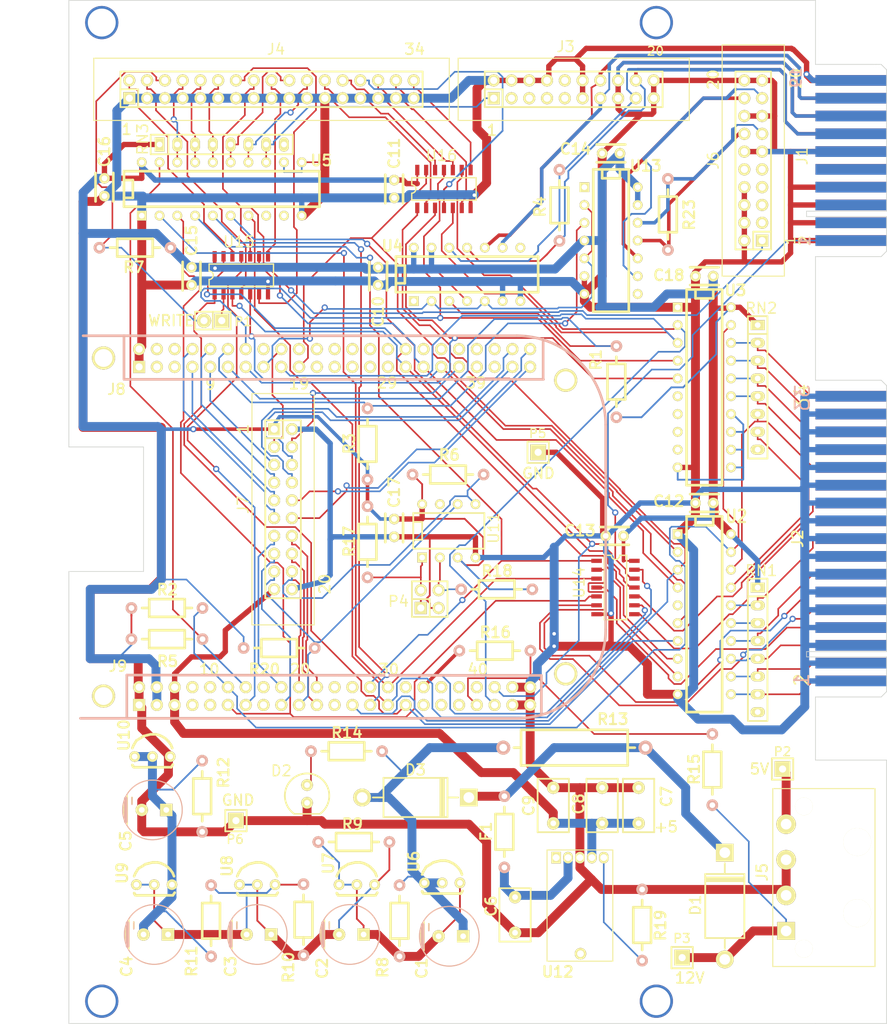
<source format=kicad_pcb>
(kicad_pcb (version 3) (host pcbnew "(2014-02-12 BZR 4693)-product")

  (general
    (links 349)
    (no_connects 0)
    (area 117.424199 15.189199 234.365801 161.340801)
    (thickness 1.6)
    (drawings 51)
    (tracks 1718)
    (zones 0)
    (modules 79)
    (nets 175)
  )

  (page USLetter)
  (title_block
    (title "MFM Disk Reader Emulator")
    (date "26 May 2014")
    (rev 1)
    (company "David Gesswein")
  )

  (layers
    (15 F.Cu signal)
    (0 B.Cu signal)
    (16 B.Adhes user)
    (17 F.Adhes user)
    (18 B.Paste user)
    (19 F.Paste user)
    (20 B.SilkS user)
    (21 F.SilkS user)
    (22 B.Mask user)
    (23 F.Mask user)
    (24 Dwgs.User user hide)
    (25 Cmts.User user)
    (26 Eco1.User user)
    (27 Eco2.User user)
    (28 Edge.Cuts user)
  )

  (setup
    (last_trace_width 1.27)
    (user_trace_width 0.254)
    (user_trace_width 0.508)
    (user_trace_width 0.762)
    (user_trace_width 1.27)
    (trace_clearance 0.2032)
    (zone_clearance 0.508)
    (zone_45_only no)
    (trace_min 0.2286)
    (segment_width 0.2032)
    (edge_width 0.1016)
    (via_size 0.889)
    (via_drill 0.508)
    (via_min_size 0.889)
    (via_min_drill 0.508)
    (uvia_size 0.508)
    (uvia_drill 0.127)
    (uvias_allowed no)
    (uvia_min_size 0.508)
    (uvia_min_drill 0.127)
    (pcb_text_width 0.254)
    (pcb_text_size 1.524 1.524)
    (mod_edge_width 0.381)
    (mod_text_size 1.524 1.524)
    (mod_text_width 0.254)
    (pad_size 1.3716 1.651)
    (pad_drill 0.9652)
    (pad_to_mask_clearance 0.06)
    (aux_axis_origin 0 0)
    (grid_origin 97.155 15.24)
    (visible_elements 7FFF777F)
    (pcbplotparams
      (layerselection 284196865)
      (usegerberextensions false)
      (excludeedgelayer false)
      (linewidth 0.152400)
      (plotframeref false)
      (viasonmask false)
      (mode 1)
      (useauxorigin false)
      (hpglpennumber 1)
      (hpglpenspeed 20)
      (hpglpendiameter 15)
      (hpglpenoverlay 2)
      (psnegative false)
      (psa4output false)
      (plotreference true)
      (plotvalue true)
      (plotothertext true)
      (plotinvisibletext false)
      (padsonsilk true)
      (subtractmaskfromsilk false)
      (outputformat 4)
      (mirror false)
      (drillshape 0)
      (scaleselection 1)
      (outputdirectory pdf/))
  )

  (net 0 "")
  (net 1 +3.3V)
  (net 2 +5V)
  (net 3 /emu/DIR_IN)
  (net 4 /emu/EXPANSION0)
  (net 5 /emu/EXPANSION1)
  (net 6 /emu/EXPANSION10)
  (net 7 /emu/EXPANSION11)
  (net 8 /emu/EXPANSION12)
  (net 9 /emu/EXPANSION13)
  (net 10 /emu/EXPANSION2)
  (net 11 /emu/EXPANSION3)
  (net 12 /emu/EXPANSION4)
  (net 13 /emu/EXPANSION5)
  (net 14 /emu/EXPANSION6)
  (net 15 /emu/EXPANSION7)
  (net 16 /emu/EXPANSION8)
  (net 17 /emu/EXPANSION9)
  (net 18 /emu/HEAD0)
  (net 19 /emu/HEAD1)
  (net 20 /emu/HEAD2)
  (net 21 /emu/HEAD3)
  (net 22 /emu/INDEX)
  (net 23 /emu/READY)
  (net 24 /emu/RECOVERY)
  (net 25 /emu/SEEK_DONE)
  (net 26 /emu/SEL1)
  (net 27 /emu/SEL2)
  (net 28 /emu/SEL3)
  (net 29 /emu/SEL4)
  (net 30 /emu/SELECTED)
  (net 31 /emu/STEP)
  (net 32 /emu/TRACK0)
  (net 33 /emu/WFAULT)
  (net 34 /emu/WRITE)
  (net 35 /emu/~EMU_EN)
  (net 36 /emu/~MFM0_IN)
  (net 37 /emu/~MFM_READ_EN)
  (net 38 AGND)
  (net 39 GND)
  (net 40 I2C2_SCL)
  (net 41 I2C2_SDA)
  (net 42 MFM_DATA)
  (net 43 "Net-(C1-Pad1)")
  (net 44 "Net-(C1-Pad2)")
  (net 45 "Net-(C2-Pad2)")
  (net 46 "Net-(C3-Pad2)")
  (net 47 "Net-(C4-Pad2)")
  (net 48 "Net-(C6-Pad1)")
  (net 49 "Net-(D1-Pad1)")
  (net 50 "Net-(D1-Pad2)")
  (net 51 "Net-(D2-Pad1)")
  (net 52 "Net-(J1-Pad1)")
  (net 53 "Net-(J1-Pad10)")
  (net 54 "Net-(J1-Pad13)")
  (net 55 "Net-(J1-Pad14)")
  (net 56 "Net-(J1-Pad17)")
  (net 57 "Net-(J1-Pad18)")
  (net 58 "Net-(J1-Pad3)")
  (net 59 "Net-(J1-Pad5)")
  (net 60 "Net-(J1-Pad7)")
  (net 61 "Net-(J1-Pad9)")
  (net 62 "Net-(J2-Pad10)")
  (net 63 "Net-(J2-Pad12)")
  (net 64 "Net-(J2-Pad14)")
  (net 65 "Net-(J2-Pad16)")
  (net 66 "Net-(J2-Pad18)")
  (net 67 "Net-(J2-Pad2)")
  (net 68 "Net-(J2-Pad20)")
  (net 69 "Net-(J2-Pad22)")
  (net 70 "Net-(J2-Pad24)")
  (net 71 "Net-(J2-Pad26)")
  (net 72 "Net-(J2-Pad28)")
  (net 73 "Net-(J2-Pad30)")
  (net 74 "Net-(J2-Pad32)")
  (net 75 "Net-(J2-Pad34)")
  (net 76 "Net-(J2-Pad4)")
  (net 77 "Net-(J2-Pad6)")
  (net 78 "Net-(J2-Pad8)")
  (net 79 "Net-(J3-Pad1)")
  (net 80 "Net-(J3-Pad10)")
  (net 81 "Net-(J3-Pad3)")
  (net 82 "Net-(J3-Pad5)")
  (net 83 "Net-(J3-Pad7)")
  (net 84 "Net-(J3-Pad9)")
  (net 85 "Net-(J4-Pad10)")
  (net 86 "Net-(J4-Pad12)")
  (net 87 "Net-(J4-Pad14)")
  (net 88 "Net-(J4-Pad18)")
  (net 89 "Net-(J4-Pad2)")
  (net 90 "Net-(J4-Pad20)")
  (net 91 "Net-(J4-Pad22)")
  (net 92 "Net-(J4-Pad24)")
  (net 93 "Net-(J4-Pad26)")
  (net 94 "Net-(J4-Pad28)")
  (net 95 "Net-(J4-Pad30)")
  (net 96 "Net-(J4-Pad32)")
  (net 97 "Net-(J4-Pad34)")
  (net 98 "Net-(J4-Pad4)")
  (net 99 "Net-(J4-Pad6)")
  (net 100 "Net-(J4-Pad8)")
  (net 101 "Net-(J5-Pad4)")
  (net 102 "Net-(J6-Pad10)")
  (net 103 "Net-(J6-Pad13)")
  (net 104 "Net-(J6-Pad14)")
  (net 105 "Net-(J6-Pad17)")
  (net 106 "Net-(J6-Pad18)")
  (net 107 "Net-(J6-Pad3)")
  (net 108 "Net-(J6-Pad5)")
  (net 109 "Net-(J6-Pad7)")
  (net 110 "Net-(J6-Pad9)")
  (net 111 "Net-(P1-Pad1)")
  (net 112 "Net-(P4-Pad2)")
  (net 113 "Net-(P4-Pad4)")
  (net 114 "Net-(R19-Pad1)")
  (net 115 "Net-(RN1-Pad3)")
  (net 116 "Net-(RN1-Pad8)")
  (net 117 "Net-(RN2-Pad8)")
  (net 118 "Net-(RN3-Pad8)")
  (net 119 "Net-(U1-PadB16)")
  (net 120 "Net-(U1-PadB20)")
  (net 121 "Net-(U1-PadB21)")
  (net 122 "Net-(U1-PadB22)")
  (net 123 "Net-(U1-PadB23)")
  (net 124 "Net-(U1-PadB24)")
  (net 125 "Net-(U1-PadB25)")
  (net 126 "Net-(U1-PadB26)")
  (net 127 "Net-(U1-PadB27)")
  (net 128 "Net-(U1-PadB28)")
  (net 129 "Net-(U1-PadB29)")
  (net 130 "Net-(U1-PadB3)")
  (net 131 "Net-(U1-PadB30)")
  (net 132 "Net-(U1-PadB34)")
  (net 133 "Net-(U1-PadB36)")
  (net 134 "Net-(U1-PadB38)")
  (net 135 "Net-(U1-PadB39)")
  (net 136 "Net-(U1-PadB4)")
  (net 137 "Net-(U1-PadB40)")
  (net 138 "Net-(U1-PadB41)")
  (net 139 "Net-(U1-PadB42)")
  (net 140 "Net-(U1-PadB5)")
  (net 141 "Net-(U1-PadB6)")
  (net 142 "Net-(U1-PadC10)")
  (net 143 "Net-(U1-PadC15)")
  (net 144 "Net-(U1-PadC16)")
  (net 145 "Net-(U1-PadC23)")
  (net 146 "Net-(U1-PadC24)")
  (net 147 "Net-(U1-PadC26)")
  (net 148 "Net-(U1-PadC32)")
  (net 149 "Net-(U1-PadC33)")
  (net 150 "Net-(U1-PadC35)")
  (net 151 "Net-(U1-PadC36)")
  (net 152 "Net-(U1-PadC37)")
  (net 153 "Net-(U1-PadC38)")
  (net 154 "Net-(U1-PadC40)")
  (net 155 "Net-(U1-PadC7)")
  (net 156 "Net-(U1-PadC8)")
  (net 157 "Net-(U1-PadC9)")
  (net 158 "Net-(U11-Pad7)")
  (net 159 "Net-(U12-Pad1)")
  (net 160 "Net-(U12-Pad6)")
  (net 161 "Net-(U13-Pad1)")
  (net 162 "Net-(U13-Pad8)")
  (net 163 "Net-(U2-Pad5)")
  (net 164 "Net-(U3-Pad6)")
  (net 165 "Net-(U3-Pad7)")
  (net 166 "Net-(U3-Pad8)")
  (net 167 "Net-(U3-Pad9)")
  (net 168 "Net-(U4-Pad1)")
  (net 169 "Net-(U4-Pad8)")
  (net 170 "Net-(U5-Pad8)")
  (net 171 "Net-(U5-Pad9)")
  (net 172 RECOVERY_DRIVE2_SEL)
  (net 173 V12_ADC)
  (net 174 ~MFM1_IN)

  (net_class Default "This is the default net class."
    (clearance 0.2032)
    (trace_width 0.2286)
    (via_dia 0.889)
    (via_drill 0.508)
    (uvia_dia 0.508)
    (uvia_drill 0.127)
    (add_net "")
    (add_net +3.3V)
    (add_net +5V)
    (add_net /emu/DIR_IN)
    (add_net /emu/EXPANSION0)
    (add_net /emu/EXPANSION1)
    (add_net /emu/EXPANSION10)
    (add_net /emu/EXPANSION11)
    (add_net /emu/EXPANSION12)
    (add_net /emu/EXPANSION13)
    (add_net /emu/EXPANSION2)
    (add_net /emu/EXPANSION3)
    (add_net /emu/EXPANSION4)
    (add_net /emu/EXPANSION5)
    (add_net /emu/EXPANSION6)
    (add_net /emu/EXPANSION7)
    (add_net /emu/EXPANSION8)
    (add_net /emu/EXPANSION9)
    (add_net /emu/HEAD0)
    (add_net /emu/HEAD1)
    (add_net /emu/HEAD2)
    (add_net /emu/HEAD3)
    (add_net /emu/INDEX)
    (add_net /emu/READY)
    (add_net /emu/RECOVERY)
    (add_net /emu/SEEK_DONE)
    (add_net /emu/SEL1)
    (add_net /emu/SEL2)
    (add_net /emu/SEL3)
    (add_net /emu/SEL4)
    (add_net /emu/SELECTED)
    (add_net /emu/STEP)
    (add_net /emu/TRACK0)
    (add_net /emu/WFAULT)
    (add_net /emu/WRITE)
    (add_net /emu/~EMU_EN)
    (add_net /emu/~MFM0_IN)
    (add_net /emu/~MFM_READ_EN)
    (add_net AGND)
    (add_net GND)
    (add_net I2C2_SCL)
    (add_net I2C2_SDA)
    (add_net MFM_DATA)
    (add_net "Net-(C1-Pad1)")
    (add_net "Net-(C1-Pad2)")
    (add_net "Net-(C2-Pad2)")
    (add_net "Net-(C3-Pad2)")
    (add_net "Net-(C4-Pad2)")
    (add_net "Net-(C6-Pad1)")
    (add_net "Net-(D1-Pad1)")
    (add_net "Net-(D1-Pad2)")
    (add_net "Net-(D2-Pad1)")
    (add_net "Net-(J1-Pad1)")
    (add_net "Net-(J1-Pad10)")
    (add_net "Net-(J1-Pad13)")
    (add_net "Net-(J1-Pad14)")
    (add_net "Net-(J1-Pad17)")
    (add_net "Net-(J1-Pad18)")
    (add_net "Net-(J1-Pad3)")
    (add_net "Net-(J1-Pad5)")
    (add_net "Net-(J1-Pad7)")
    (add_net "Net-(J1-Pad9)")
    (add_net "Net-(J2-Pad10)")
    (add_net "Net-(J2-Pad12)")
    (add_net "Net-(J2-Pad14)")
    (add_net "Net-(J2-Pad16)")
    (add_net "Net-(J2-Pad18)")
    (add_net "Net-(J2-Pad2)")
    (add_net "Net-(J2-Pad20)")
    (add_net "Net-(J2-Pad22)")
    (add_net "Net-(J2-Pad24)")
    (add_net "Net-(J2-Pad26)")
    (add_net "Net-(J2-Pad28)")
    (add_net "Net-(J2-Pad30)")
    (add_net "Net-(J2-Pad32)")
    (add_net "Net-(J2-Pad34)")
    (add_net "Net-(J2-Pad4)")
    (add_net "Net-(J2-Pad6)")
    (add_net "Net-(J2-Pad8)")
    (add_net "Net-(J3-Pad1)")
    (add_net "Net-(J3-Pad10)")
    (add_net "Net-(J3-Pad3)")
    (add_net "Net-(J3-Pad5)")
    (add_net "Net-(J3-Pad7)")
    (add_net "Net-(J3-Pad9)")
    (add_net "Net-(J4-Pad10)")
    (add_net "Net-(J4-Pad12)")
    (add_net "Net-(J4-Pad14)")
    (add_net "Net-(J4-Pad18)")
    (add_net "Net-(J4-Pad2)")
    (add_net "Net-(J4-Pad20)")
    (add_net "Net-(J4-Pad22)")
    (add_net "Net-(J4-Pad24)")
    (add_net "Net-(J4-Pad26)")
    (add_net "Net-(J4-Pad28)")
    (add_net "Net-(J4-Pad30)")
    (add_net "Net-(J4-Pad32)")
    (add_net "Net-(J4-Pad34)")
    (add_net "Net-(J4-Pad4)")
    (add_net "Net-(J4-Pad6)")
    (add_net "Net-(J4-Pad8)")
    (add_net "Net-(J5-Pad4)")
    (add_net "Net-(J6-Pad10)")
    (add_net "Net-(J6-Pad13)")
    (add_net "Net-(J6-Pad14)")
    (add_net "Net-(J6-Pad17)")
    (add_net "Net-(J6-Pad18)")
    (add_net "Net-(J6-Pad3)")
    (add_net "Net-(J6-Pad5)")
    (add_net "Net-(J6-Pad7)")
    (add_net "Net-(J6-Pad9)")
    (add_net "Net-(P1-Pad1)")
    (add_net "Net-(P4-Pad2)")
    (add_net "Net-(P4-Pad4)")
    (add_net "Net-(R19-Pad1)")
    (add_net "Net-(RN1-Pad3)")
    (add_net "Net-(RN1-Pad8)")
    (add_net "Net-(RN2-Pad8)")
    (add_net "Net-(RN3-Pad8)")
    (add_net "Net-(U1-PadB16)")
    (add_net "Net-(U1-PadB20)")
    (add_net "Net-(U1-PadB21)")
    (add_net "Net-(U1-PadB22)")
    (add_net "Net-(U1-PadB23)")
    (add_net "Net-(U1-PadB24)")
    (add_net "Net-(U1-PadB25)")
    (add_net "Net-(U1-PadB26)")
    (add_net "Net-(U1-PadB27)")
    (add_net "Net-(U1-PadB28)")
    (add_net "Net-(U1-PadB29)")
    (add_net "Net-(U1-PadB3)")
    (add_net "Net-(U1-PadB30)")
    (add_net "Net-(U1-PadB34)")
    (add_net "Net-(U1-PadB36)")
    (add_net "Net-(U1-PadB38)")
    (add_net "Net-(U1-PadB39)")
    (add_net "Net-(U1-PadB4)")
    (add_net "Net-(U1-PadB40)")
    (add_net "Net-(U1-PadB41)")
    (add_net "Net-(U1-PadB42)")
    (add_net "Net-(U1-PadB5)")
    (add_net "Net-(U1-PadB6)")
    (add_net "Net-(U1-PadC10)")
    (add_net "Net-(U1-PadC15)")
    (add_net "Net-(U1-PadC16)")
    (add_net "Net-(U1-PadC23)")
    (add_net "Net-(U1-PadC24)")
    (add_net "Net-(U1-PadC26)")
    (add_net "Net-(U1-PadC32)")
    (add_net "Net-(U1-PadC33)")
    (add_net "Net-(U1-PadC35)")
    (add_net "Net-(U1-PadC36)")
    (add_net "Net-(U1-PadC37)")
    (add_net "Net-(U1-PadC38)")
    (add_net "Net-(U1-PadC40)")
    (add_net "Net-(U1-PadC7)")
    (add_net "Net-(U1-PadC8)")
    (add_net "Net-(U1-PadC9)")
    (add_net "Net-(U11-Pad7)")
    (add_net "Net-(U12-Pad1)")
    (add_net "Net-(U12-Pad6)")
    (add_net "Net-(U13-Pad1)")
    (add_net "Net-(U13-Pad8)")
    (add_net "Net-(U2-Pad5)")
    (add_net "Net-(U3-Pad6)")
    (add_net "Net-(U3-Pad7)")
    (add_net "Net-(U3-Pad8)")
    (add_net "Net-(U3-Pad9)")
    (add_net "Net-(U4-Pad1)")
    (add_net "Net-(U4-Pad8)")
    (add_net "Net-(U5-Pad8)")
    (add_net "Net-(U5-Pad9)")
    (add_net RECOVERY_DRIVE2_SEL)
    (add_net V12_ADC)
    (add_net ~MFM1_IN)
  )

  (net_class power ""
    (clearance 0.254)
    (trace_width 1.27)
    (via_dia 0.889)
    (via_drill 0.5842)
    (uvia_dia 0.508)
    (uvia_drill 0.127)
  )

  (module all_fp:LDO03 (layer F.Cu) (tedit 53922CD6) (tstamp 536527BD)
    (at 190.5 139.319 180)
    (path /53041BB6/5308309F)
    (fp_text reference U12 (at 3.175 -14.605 180) (layer F.SilkS)
      (effects (font (thickness 0.3048)))
    )
    (fp_text value LDO03H (at 0 -2.794 180) (layer F.SilkS) hide
      (effects (font (size 1 1) (thickness 0.15)))
    )
    (fp_line (start -4.699 2.794) (end 4.699 2.794) (layer F.SilkS) (width 0.1524))
    (fp_line (start 4.699 2.794) (end 4.699 -13.081) (layer F.SilkS) (width 0.1524))
    (fp_line (start 4.699 -13.081) (end -4.699 -13.081) (layer F.SilkS) (width 0.1524))
    (fp_line (start -4.699 -13.081) (end -4.699 2.794) (layer F.SilkS) (width 0.1524))
    (pad 5 thru_hole oval (at -3.4036 1.7018 180) (size 1.3716 1.651) (drill 0.9652) (layers *.Cu *.Mask F.SilkS)
      (net 114 "Net-(R19-Pad1)"))
    (pad 4 thru_hole oval (at -1.7018 1.7018 180) (size 1.3716 1.651) (drill 0.9652) (layers *.Cu *.Mask F.SilkS)
      (net 2 +5V))
    (pad 3 thru_hole oval (at 0 1.7018 180) (size 1.3716 1.651) (drill 0.9652) (layers *.Cu *.Mask F.SilkS)
      (net 39 GND))
    (pad 2 thru_hole oval (at 1.7018 1.7018 180) (size 1.3716 1.651) (drill 0.9652) (layers *.Cu *.Mask F.SilkS)
      (net 48 "Net-(C6-Pad1)"))
    (pad 1 thru_hole rect (at 3.4036 1.7018 180) (size 1.3716 1.651) (drill 0.9652) (layers *.Cu *.Mask F.SilkS)
      (net 159 "Net-(U12-Pad1)"))
    (pad 6 thru_hole circle (at -0.0762 -12.0142 180) (size 1.651 1.651) (drill 0.9652) (layers *.Cu *.Mask F.SilkS)
      (net 160 "Net-(U12-Pad6)"))
  )

  (module all_fp:BEAGLEBONEBLACK (layer F.Cu) (tedit 53920323) (tstamp 53657CAA)
    (at 151.003 90.424 180)
    (tags "beaglebone black")
    (path /53041A1B/52FD2C9C)
    (fp_text reference U1 (at 0 1.778 180) (layer F.SilkS) hide
      (effects (font (thickness 0.3048)))
    )
    (fp_text value BEAGLEBONEBLACK (at 0 -1.143 180) (layer F.SilkS) hide
      (effects (font (thickness 0.3048)))
    )
    (fp_line (start 25.654 27.305) (end 25.654 21.082) (layer B.SilkS) (width 0.381))
    (fp_line (start 25.6032 21.082) (end -34.29 21.082) (layer B.SilkS) (width 0.381))
    (fp_line (start -34.2392 21.1328) (end -34.2392 26.8224) (layer B.SilkS) (width 0.381))
    (fp_line (start 25.2476 -27.178) (end 25.2476 -21.1328) (layer B.SilkS) (width 0.381))
    (fp_line (start 25.2476 -21.1328) (end -33.9852 -21.1836) (layer B.SilkS) (width 0.381))
    (fp_line (start -33.9852 -21.1836) (end -33.9852 -26.7208) (layer B.SilkS) (width 0.381))
    (fp_line (start -30.48 27.305) (end 31.496 27.305) (layer B.SilkS) (width 0.381))
    (fp_line (start -30.48 -27.305) (end 31.877 -27.305) (layer B.SilkS) (width 0.381))
    (fp_text user 40 (at -24.892 -20.32 180) (layer F.SilkS)
      (effects (font (thickness 0.254)))
    )
    (fp_text user 30 (at -12.192 -20.32 180) (layer F.SilkS)
      (effects (font (thickness 0.254)))
    )
    (fp_text user 20 (at 0.508 -20.32 180) (layer F.SilkS)
      (effects (font (thickness 0.254)))
    )
    (fp_text user 10 (at 13.462 -20.32 180) (layer F.SilkS)
      (effects (font (thickness 0.254)))
    )
    (fp_text user 39 (at -24.638 20.574 180) (layer F.SilkS)
      (effects (font (thickness 0.254)))
    )
    (fp_text user 29 (at -11.938 20.574 180) (layer F.SilkS)
      (effects (font (thickness 0.254)))
    )
    (fp_text user 19 (at 0.635 20.447 180) (layer F.SilkS)
      (effects (font (thickness 0.254)))
    )
    (fp_text user 9 (at 13.3096 20.3708 180) (layer F.SilkS)
      (effects (font (thickness 0.254)))
    )
    (fp_text user J9 (at 26.5176 -19.8628 180) (layer F.SilkS)
      (effects (font (thickness 0.254)))
    )
    (fp_text user J8 (at 26.7208 19.6596 180) (layer F.SilkS)
      (effects (font (thickness 0.254)))
    )
    (fp_line (start 36.195 11.811) (end 36.195 11.43) (layer Dwgs.User) (width 0.381))
    (fp_line (start 36.195 11.43) (end 22.86 11.43) (layer Dwgs.User) (width 0.381))
    (fp_line (start 22.86 11.43) (end 22.86 -6.35) (layer Dwgs.User) (width 0.381))
    (fp_line (start 22.86 -6.35) (end 43.18 -6.35) (layer Dwgs.User) (width 0.381))
    (fp_line (start 43.18 -6.35) (end 43.18 -6.731) (layer Dwgs.User) (width 0.381))
    (fp_line (start -30.48 27.305) (end 36.195 27.305) (layer Dwgs.User) (width 0.381))
    (fp_line (start 36.195 27.305) (end 36.195 11.811) (layer Dwgs.User) (width 0.381))
    (fp_line (start 43.18 -6.731) (end 43.18 -19.685) (layer Dwgs.User) (width 0.381))
    (fp_line (start 43.18 -20.955) (end 43.18 -19.685) (layer Dwgs.User) (width 0.381))
    (fp_line (start -30.48 -27.305) (end 36.83 -27.305) (layer Dwgs.User) (width 0.381))
    (fp_line (start -43.18 -14.605) (end -43.18 14.605) (layer B.SilkS) (width 0.381))
    (fp_arc (start -30.48 -14.605) (end -43.18 -14.605) (angle 90) (layer B.SilkS) (width 0.381))
    (fp_arc (start -30.48 14.605) (end -30.48 27.305) (angle 90) (layer B.SilkS) (width 0.381))
    (fp_arc (start 36.83 -20.955) (end 36.83 -27.305) (angle 90) (layer Dwgs.User) (width 0.381))
    (pad M1 thru_hole circle (at -37.465 -20.955 180) (size 3.302 3.302) (drill 2.54) (layers *.Cu *.Mask F.SilkS))
    (pad M2 thru_hole circle (at 28.575 -24.13 180) (size 3.302 3.302) (drill 2.54) (layers *.Cu *.Mask F.SilkS))
    (pad M3 thru_hole circle (at 28.575 24.13 180) (size 3.302 3.302) (drill 2.54) (layers *.Cu *.Mask F.SilkS))
    (pad M4 thru_hole circle (at -37.465 20.955 180) (size 3.302 3.302) (drill 2.54) (layers *.Cu *.Mask F.SilkS))
    (pad C1 thru_hole rect (at 23.495 -25.4 180) (size 1.7272 1.7272) (drill 1.016) (layers *.Cu *.Mask F.SilkS)
      (net 39 GND))
    (pad C2 thru_hole circle (at 23.495 -22.86 180) (size 1.7272 1.7272) (drill 1.016) (layers *.Cu *.Mask F.SilkS)
      (net 39 GND))
    (pad C3 thru_hole circle (at 20.955 -25.4 180) (size 1.7272 1.7272) (drill 1.016) (layers *.Cu *.Mask F.SilkS)
      (net 1 +3.3V))
    (pad C4 thru_hole circle (at 20.955 -22.86 180) (size 1.7272 1.7272) (drill 1.016) (layers *.Cu *.Mask F.SilkS)
      (net 1 +3.3V))
    (pad C5 thru_hole circle (at 18.415 -25.4 180) (size 1.7272 1.7272) (drill 1.016) (layers *.Cu *.Mask F.SilkS)
      (net 2 +5V))
    (pad C6 thru_hole circle (at 18.415 -22.86 180) (size 1.7272 1.7272) (drill 1.016) (layers *.Cu *.Mask F.SilkS)
      (net 2 +5V))
    (pad C7 thru_hole circle (at 15.875 -25.4 180) (size 1.7272 1.7272) (drill 1.016) (layers *.Cu *.Mask F.SilkS)
      (net 155 "Net-(U1-PadC7)"))
    (pad C8 thru_hole circle (at 15.875 -22.86 180) (size 1.7272 1.7272) (drill 1.016) (layers *.Cu *.Mask F.SilkS)
      (net 156 "Net-(U1-PadC8)"))
    (pad C9 thru_hole circle (at 13.335 -25.4 180) (size 1.7272 1.7272) (drill 1.016) (layers *.Cu *.Mask F.SilkS)
      (net 157 "Net-(U1-PadC9)"))
    (pad C10 thru_hole circle (at 13.335 -22.86 180) (size 1.7272 1.7272) (drill 1.016) (layers *.Cu *.Mask F.SilkS)
      (net 142 "Net-(U1-PadC10)"))
    (pad C11 thru_hole circle (at 10.795 -25.4 180) (size 1.7272 1.7272) (drill 1.016) (layers *.Cu *.Mask F.SilkS)
      (net 32 /emu/TRACK0))
    (pad C12 thru_hole circle (at 10.795 -22.86 180) (size 1.7272 1.7272) (drill 1.016) (layers *.Cu *.Mask F.SilkS)
      (net 35 /emu/~EMU_EN))
    (pad C13 thru_hole circle (at 8.255 -25.4 180) (size 1.7272 1.7272) (drill 1.016) (layers *.Cu *.Mask F.SilkS)
      (net 24 /emu/RECOVERY))
    (pad C14 thru_hole circle (at 8.255 -22.86 180) (size 1.7272 1.7272) (drill 1.016) (layers *.Cu *.Mask F.SilkS)
      (net 37 /emu/~MFM_READ_EN))
    (pad C15 thru_hole circle (at 5.715 -25.4 180) (size 1.7272 1.7272) (drill 1.016) (layers *.Cu *.Mask F.SilkS)
      (net 143 "Net-(U1-PadC15)"))
    (pad C16 thru_hole circle (at 5.715 -22.86 180) (size 1.7272 1.7272) (drill 1.016) (layers *.Cu *.Mask F.SilkS)
      (net 144 "Net-(U1-PadC16)"))
    (pad C17 thru_hole circle (at 3.175 -25.4 180) (size 1.7272 1.7272) (drill 1.016) (layers *.Cu *.Mask F.SilkS)
      (net 11 /emu/EXPANSION3))
    (pad C18 thru_hole circle (at 3.175 -22.86 180) (size 1.7272 1.7272) (drill 1.016) (layers *.Cu *.Mask F.SilkS)
      (net 10 /emu/EXPANSION2))
    (pad C19 thru_hole circle (at 0.635 -25.4 180) (size 1.7272 1.7272) (drill 1.016) (layers *.Cu *.Mask F.SilkS)
      (net 40 I2C2_SCL))
    (pad C20 thru_hole circle (at 0.635 -22.86 180) (size 1.7272 1.7272) (drill 1.016) (layers *.Cu *.Mask F.SilkS)
      (net 41 I2C2_SDA))
    (pad C21 thru_hole circle (at -1.905 -25.4 180) (size 1.7272 1.7272) (drill 1.016) (layers *.Cu *.Mask F.SilkS)
      (net 5 /emu/EXPANSION1))
    (pad C22 thru_hole circle (at -1.905 -22.86 180) (size 1.7272 1.7272) (drill 1.016) (layers *.Cu *.Mask F.SilkS)
      (net 4 /emu/EXPANSION0))
    (pad C23 thru_hole circle (at -4.445 -25.4 180) (size 1.7272 1.7272) (drill 1.016) (layers *.Cu *.Mask F.SilkS)
      (net 145 "Net-(U1-PadC23)"))
    (pad C24 thru_hole circle (at -4.445 -22.86 180) (size 1.7272 1.7272) (drill 1.016) (layers *.Cu *.Mask F.SilkS)
      (net 146 "Net-(U1-PadC24)"))
    (pad C25 thru_hole circle (at -6.985 -25.4 180) (size 1.7272 1.7272) (drill 1.016) (layers *.Cu *.Mask F.SilkS)
      (net 31 /emu/STEP))
    (pad C26 thru_hole circle (at -6.985 -22.86 180) (size 1.7272 1.7272) (drill 1.016) (layers *.Cu *.Mask F.SilkS)
      (net 147 "Net-(U1-PadC26)"))
    (pad C27 thru_hole circle (at -9.525 -25.4 180) (size 1.7272 1.7272) (drill 1.016) (layers *.Cu *.Mask F.SilkS)
      (net 22 /emu/INDEX))
    (pad C28 thru_hole circle (at -9.525 -22.86 180) (size 1.7272 1.7272) (drill 1.016) (layers *.Cu *.Mask F.SilkS)
      (net 33 /emu/WFAULT))
    (pad C29 thru_hole circle (at -12.065 -25.4 180) (size 1.7272 1.7272) (drill 1.016) (layers *.Cu *.Mask F.SilkS)
      (net 30 /emu/SELECTED))
    (pad C30 thru_hole circle (at -12.065 -22.86 180) (size 1.7272 1.7272) (drill 1.016) (layers *.Cu *.Mask F.SilkS)
      (net 25 /emu/SEEK_DONE))
    (pad C31 thru_hole circle (at -14.605 -25.4 180) (size 1.7272 1.7272) (drill 1.016) (layers *.Cu *.Mask F.SilkS)
      (net 34 /emu/WRITE))
    (pad C32 thru_hole circle (at -14.605 -22.86 180) (size 1.7272 1.7272) (drill 1.016) (layers *.Cu *.Mask F.SilkS)
      (net 148 "Net-(U1-PadC32)"))
    (pad C33 thru_hole circle (at -17.145 -25.4 180) (size 1.7272 1.7272) (drill 1.016) (layers *.Cu *.Mask F.SilkS)
      (net 149 "Net-(U1-PadC33)"))
    (pad C34 thru_hole circle (at -17.145 -22.86 180) (size 1.7272 1.7272) (drill 1.016) (layers *.Cu *.Mask F.SilkS)
      (net 38 AGND))
    (pad C35 thru_hole circle (at -19.685 -25.4 180) (size 1.7272 1.7272) (drill 1.016) (layers *.Cu *.Mask F.SilkS)
      (net 150 "Net-(U1-PadC35)"))
    (pad C36 thru_hole circle (at -19.685 -22.86 180) (size 1.7272 1.7272) (drill 1.016) (layers *.Cu *.Mask F.SilkS)
      (net 151 "Net-(U1-PadC36)"))
    (pad C37 thru_hole circle (at -22.225 -25.4 180) (size 1.7272 1.7272) (drill 1.016) (layers *.Cu *.Mask F.SilkS)
      (net 152 "Net-(U1-PadC37)"))
    (pad C38 thru_hole circle (at -22.225 -22.86 180) (size 1.7272 1.7272) (drill 1.016) (layers *.Cu *.Mask F.SilkS)
      (net 153 "Net-(U1-PadC38)"))
    (pad C39 thru_hole circle (at -24.765 -25.4 180) (size 1.7272 1.7272) (drill 1.016) (layers *.Cu *.Mask F.SilkS)
      (net 173 V12_ADC))
    (pad C40 thru_hole circle (at -24.765 -22.86 180) (size 1.7272 1.7272) (drill 1.016) (layers *.Cu *.Mask F.SilkS)
      (net 154 "Net-(U1-PadC40)"))
    (pad C41 thru_hole circle (at -27.305 -25.4 180) (size 1.7272 1.7272) (drill 1.016) (layers *.Cu *.Mask F.SilkS)
      (net 3 /emu/DIR_IN))
    (pad C42 thru_hole circle (at -27.305 -22.86 180) (size 1.7272 1.7272) (drill 1.016) (layers *.Cu *.Mask F.SilkS)
      (net 23 /emu/READY))
    (pad C43 thru_hole circle (at -29.845 -25.4 180) (size 1.7272 1.7272) (drill 1.016) (layers *.Cu *.Mask F.SilkS)
      (net 39 GND))
    (pad C44 thru_hole circle (at -29.845 -22.86 180) (size 1.7272 1.7272) (drill 1.016) (layers *.Cu *.Mask F.SilkS)
      (net 39 GND))
    (pad C45 thru_hole circle (at -32.385 -25.4 180) (size 1.7272 1.7272) (drill 1.016) (layers *.Cu *.Mask F.SilkS)
      (net 39 GND))
    (pad C46 thru_hole circle (at -32.385 -22.86 180) (size 1.7272 1.7272) (drill 1.016) (layers *.Cu *.Mask F.SilkS)
      (net 39 GND))
    (pad B1 thru_hole rect (at 23.495 22.86 180) (size 1.7272 1.7272) (drill 1.016) (layers *.Cu *.Mask F.SilkS)
      (net 39 GND))
    (pad B2 thru_hole circle (at 23.495 25.4 180) (size 1.7272 1.7272) (drill 1.016) (layers *.Cu *.Mask F.SilkS)
      (net 39 GND))
    (pad B3 thru_hole circle (at 20.955 22.86 180) (size 1.7272 1.7272) (drill 1.016) (layers *.Cu *.Mask F.SilkS)
      (net 130 "Net-(U1-PadB3)"))
    (pad B4 thru_hole circle (at 20.955 25.4 180) (size 1.7272 1.7272) (drill 1.016) (layers *.Cu *.Mask F.SilkS)
      (net 136 "Net-(U1-PadB4)"))
    (pad B5 thru_hole circle (at 18.415 22.86 180) (size 1.7272 1.7272) (drill 1.016) (layers *.Cu *.Mask F.SilkS)
      (net 140 "Net-(U1-PadB5)"))
    (pad B6 thru_hole circle (at 18.415 25.4 180) (size 1.7272 1.7272) (drill 1.016) (layers *.Cu *.Mask F.SilkS)
      (net 141 "Net-(U1-PadB6)"))
    (pad B7 thru_hole circle (at 15.875 22.86 180) (size 1.7272 1.7272) (drill 1.016) (layers *.Cu *.Mask F.SilkS)
      (net 14 /emu/EXPANSION6))
    (pad B8 thru_hole circle (at 15.875 25.4 180) (size 1.7272 1.7272) (drill 1.016) (layers *.Cu *.Mask F.SilkS)
      (net 15 /emu/EXPANSION7))
    (pad B9 thru_hole circle (at 13.335 22.86 180) (size 1.7272 1.7272) (drill 1.016) (layers *.Cu *.Mask F.SilkS)
      (net 17 /emu/EXPANSION9))
    (pad B10 thru_hole circle (at 13.335 25.4 180) (size 1.7272 1.7272) (drill 1.016) (layers *.Cu *.Mask F.SilkS)
      (net 16 /emu/EXPANSION8))
    (pad B11 thru_hole circle (at 10.795 22.86 180) (size 1.7272 1.7272) (drill 1.016) (layers *.Cu *.Mask F.SilkS)
      (net 36 /emu/~MFM0_IN))
    (pad B12 thru_hole circle (at 10.795 25.4 180) (size 1.7272 1.7272) (drill 1.016) (layers *.Cu *.Mask F.SilkS)
      (net 174 ~MFM1_IN))
    (pad B13 thru_hole circle (at 8.255 22.86 180) (size 1.7272 1.7272) (drill 1.016) (layers *.Cu *.Mask F.SilkS)
      (net 27 /emu/SEL2))
    (pad B14 thru_hole circle (at 8.255 25.4 180) (size 1.7272 1.7272) (drill 1.016) (layers *.Cu *.Mask F.SilkS)
      (net 28 /emu/SEL3))
    (pad B15 thru_hole circle (at 5.715 22.86 180) (size 1.7272 1.7272) (drill 1.016) (layers *.Cu *.Mask F.SilkS)
      (net 42 MFM_DATA))
    (pad B16 thru_hole circle (at 5.715 25.4 180) (size 1.7272 1.7272) (drill 1.016) (layers *.Cu *.Mask F.SilkS)
      (net 119 "Net-(U1-PadB16)"))
    (pad B17 thru_hole circle (at 3.175 22.86 180) (size 1.7272 1.7272) (drill 1.016) (layers *.Cu *.Mask F.SilkS)
      (net 29 /emu/SEL4))
    (pad B18 thru_hole circle (at 3.175 25.4 180) (size 1.7272 1.7272) (drill 1.016) (layers *.Cu *.Mask F.SilkS)
      (net 13 /emu/EXPANSION5))
    (pad B19 thru_hole circle (at 0.635 22.86 180) (size 1.7272 1.7272) (drill 1.016) (layers *.Cu *.Mask F.SilkS)
      (net 26 /emu/SEL1))
    (pad B20 thru_hole circle (at 0.635 25.4 180) (size 1.7272 1.7272) (drill 1.016) (layers *.Cu *.Mask F.SilkS)
      (net 120 "Net-(U1-PadB20)"))
    (pad B21 thru_hole circle (at -1.905 22.86 180) (size 1.7272 1.7272) (drill 1.016) (layers *.Cu *.Mask F.SilkS)
      (net 121 "Net-(U1-PadB21)"))
    (pad B22 thru_hole circle (at -1.905 25.4 180) (size 1.7272 1.7272) (drill 1.016) (layers *.Cu *.Mask F.SilkS)
      (net 122 "Net-(U1-PadB22)"))
    (pad B23 thru_hole circle (at -4.445 22.86 180) (size 1.7272 1.7272) (drill 1.016) (layers *.Cu *.Mask F.SilkS)
      (net 123 "Net-(U1-PadB23)"))
    (pad B24 thru_hole circle (at -4.445 25.4 180) (size 1.7272 1.7272) (drill 1.016) (layers *.Cu *.Mask F.SilkS)
      (net 124 "Net-(U1-PadB24)"))
    (pad B25 thru_hole circle (at -6.985 22.86 180) (size 1.7272 1.7272) (drill 1.016) (layers *.Cu *.Mask F.SilkS)
      (net 125 "Net-(U1-PadB25)"))
    (pad B26 thru_hole circle (at -6.985 25.4 180) (size 1.7272 1.7272) (drill 1.016) (layers *.Cu *.Mask F.SilkS)
      (net 126 "Net-(U1-PadB26)"))
    (pad B27 thru_hole circle (at -9.525 22.86 180) (size 1.7272 1.7272) (drill 1.016) (layers *.Cu *.Mask F.SilkS)
      (net 127 "Net-(U1-PadB27)"))
    (pad B28 thru_hole circle (at -9.525 25.4 180) (size 1.7272 1.7272) (drill 1.016) (layers *.Cu *.Mask F.SilkS)
      (net 128 "Net-(U1-PadB28)"))
    (pad B29 thru_hole circle (at -12.065 22.86 180) (size 1.7272 1.7272) (drill 1.016) (layers *.Cu *.Mask F.SilkS)
      (net 129 "Net-(U1-PadB29)"))
    (pad B30 thru_hole circle (at -12.065 25.4 180) (size 1.7272 1.7272) (drill 1.016) (layers *.Cu *.Mask F.SilkS)
      (net 131 "Net-(U1-PadB30)"))
    (pad B31 thru_hole circle (at -14.605 22.86 180) (size 1.7272 1.7272) (drill 1.016) (layers *.Cu *.Mask F.SilkS)
      (net 20 /emu/HEAD2))
    (pad B32 thru_hole circle (at -14.605 25.4 180) (size 1.7272 1.7272) (drill 1.016) (layers *.Cu *.Mask F.SilkS)
      (net 21 /emu/HEAD3))
    (pad B33 thru_hole circle (at -17.145 22.86 180) (size 1.7272 1.7272) (drill 1.016) (layers *.Cu *.Mask F.SilkS)
      (net 19 /emu/HEAD1))
    (pad B34 thru_hole circle (at -17.145 25.4 180) (size 1.7272 1.7272) (drill 1.016) (layers *.Cu *.Mask F.SilkS)
      (net 132 "Net-(U1-PadB34)"))
    (pad B35 thru_hole circle (at -19.685 22.86 180) (size 1.7272 1.7272) (drill 1.016) (layers *.Cu *.Mask F.SilkS)
      (net 18 /emu/HEAD0))
    (pad B36 thru_hole circle (at -19.685 25.4 180) (size 1.7272 1.7272) (drill 1.016) (layers *.Cu *.Mask F.SilkS)
      (net 133 "Net-(U1-PadB36)"))
    (pad B37 thru_hole circle (at -22.225 22.86 180) (size 1.7272 1.7272) (drill 1.016) (layers *.Cu *.Mask F.SilkS)
      (net 12 /emu/EXPANSION4))
    (pad B38 thru_hole circle (at -22.225 25.4 180) (size 1.7272 1.7272) (drill 1.016) (layers *.Cu *.Mask F.SilkS)
      (net 134 "Net-(U1-PadB38)"))
    (pad B39 thru_hole circle (at -24.765 22.86 180) (size 1.7272 1.7272) (drill 1.016) (layers *.Cu *.Mask F.SilkS)
      (net 135 "Net-(U1-PadB39)"))
    (pad B40 thru_hole circle (at -24.765 25.4 180) (size 1.7272 1.7272) (drill 1.016) (layers *.Cu *.Mask F.SilkS)
      (net 137 "Net-(U1-PadB40)"))
    (pad B41 thru_hole circle (at -27.305 22.86 180) (size 1.7272 1.7272) (drill 1.016) (layers *.Cu *.Mask F.SilkS)
      (net 138 "Net-(U1-PadB41)"))
    (pad B42 thru_hole circle (at -27.305 25.4 180) (size 1.7272 1.7272) (drill 1.016) (layers *.Cu *.Mask F.SilkS)
      (net 139 "Net-(U1-PadB42)"))
    (pad B43 thru_hole circle (at -29.845 22.86 180) (size 1.7272 1.7272) (drill 1.016) (layers *.Cu *.Mask F.SilkS)
      (net 8 /emu/EXPANSION12))
    (pad B44 thru_hole circle (at -29.845 25.4 180) (size 1.7272 1.7272) (drill 1.016) (layers *.Cu *.Mask F.SilkS)
      (net 9 /emu/EXPANSION13))
    (pad B45 thru_hole circle (at -32.385 22.86 180) (size 1.7272 1.7272) (drill 1.016) (layers *.Cu *.Mask F.SilkS)
      (net 6 /emu/EXPANSION10))
    (pad B46 thru_hole circle (at -32.385 25.4 180) (size 1.7272 1.7272) (drill 1.016) (layers *.Cu *.Mask F.SilkS)
      (net 7 /emu/EXPANSION11))
    (model /home/djg/mfm/all_fp.pretty/beaglebone_black.wrl
      (at (xyz 1.8 1.08 -0.7))
      (scale (xyz 0.394 0.394 0.394))
      (rotate (xyz 0 0 180))
    )
    (model Pin_Headers/Pin_Header_Straight_2x23.wrl
      (at (xyz -0.18 -0.95 -0.045))
      (scale (xyz 1 1 1))
      (rotate (xyz 0 180 0))
    )
    (model Pin_Headers/Pin_Header_Straight_2x23.wrl
      (at (xyz -0.18 0.95 -0.045))
      (scale (xyz 1 1 1))
      (rotate (xyz 0 180 0))
    )
  )

  (module all_fp:econ20 (layer F.Cu) (tedit 5394F8AF) (tstamp 53650AA7)
    (at 222.885 36.83 90)
    (path /53041A1B/52FD4C26)
    (fp_text reference J1 (at -0.635 -0.635 90) (layer F.SilkS)
      (effects (font (thickness 0.2032)))
    )
    (fp_text value ECON20 (at -5.08 0 90) (layer F.SilkS) hide
      (effects (font (size 1 1) (thickness 0.15)))
    )
    (fp_line (start -8.89 11.43) (end -8.89 0) (layer Dwgs.User) (width 0.1524))
    (fp_line (start 11.684 11.43) (end -14.224 11.43) (layer Dwgs.User) (width 0.1524))
    (fp_line (start 11.684 11.43) (end 12.446 9.906) (layer Dwgs.User) (width 0.1524))
    (fp_line (start 12.446 9.906) (end 12.446 1.27) (layer Dwgs.User) (width 0.1524))
    (fp_line (start -14.224 11.43) (end -14.986 9.906) (layer Dwgs.User) (width 0.1524))
    (fp_line (start -14.986 9.906) (end -14.986 1.27) (layer Dwgs.User) (width 0.1524))
    (fp_text user 2 (at -12.7 -0.254 90) (layer F.SilkS)
      (effects (font (thickness 0.254)))
    )
    (fp_text user 20 (at 10.4648 -1.524 90) (layer F.SilkS)
      (effects (font (thickness 0.254)))
    )
    (pad 1 connect rect (at -12.7 6.35 90) (size 1.524 10.16) (layers B.Cu B.Mask)
      (net 52 "Net-(J1-Pad1)"))
    (pad 2 connect rect (at -12.7 6.35 90) (size 1.524 10.16) (layers F.Cu F.Mask)
      (net 39 GND))
    (pad 3 connect rect (at -10.16 6.35 90) (size 1.524 10.16) (layers B.Cu B.Mask)
      (net 58 "Net-(J1-Pad3)"))
    (pad 4 connect rect (at -10.16 6.35 90) (size 1.524 10.16) (layers F.Cu F.Mask)
      (net 39 GND))
    (pad 5 connect rect (at -7.62 6.35 90) (size 1.524 10.16) (layers B.Cu B.Mask)
      (net 59 "Net-(J1-Pad5)"))
    (pad 6 connect rect (at -7.62 6.35 90) (size 1.524 10.16) (layers F.Cu F.Mask)
      (net 39 GND))
    (pad 7 connect rect (at -5.08 6.35 90) (size 1.524 10.16) (layers B.Cu B.Mask)
      (net 60 "Net-(J1-Pad7)"))
    (pad 8 connect rect (at -5.08 6.35 90) (size 1.524 10.16) (layers F.Cu F.Mask)
      (net 39 GND))
    (pad 9 connect rect (at -2.54 6.35 90) (size 1.524 10.16) (layers B.Cu B.Mask)
      (net 61 "Net-(J1-Pad9)"))
    (pad 10 connect rect (at -2.54 6.35 90) (size 1.524 10.16) (layers F.Cu F.Mask)
      (net 53 "Net-(J1-Pad10)"))
    (pad 11 connect rect (at 0 6.35 90) (size 1.524 10.16) (layers B.Cu B.Mask)
      (net 39 GND))
    (pad 12 connect rect (at 0 6.35 90) (size 1.524 10.16) (layers F.Cu F.Mask)
      (net 39 GND))
    (pad 13 connect rect (at 2.54 6.35 90) (size 1.524 10.16) (layers B.Cu B.Mask)
      (net 54 "Net-(J1-Pad13)"))
    (pad 14 connect rect (at 2.54 6.35 90) (size 1.524 10.16) (layers F.Cu F.Mask)
      (net 55 "Net-(J1-Pad14)"))
    (pad 15 connect rect (at 5.08 6.35 90) (size 1.524 10.16) (layers B.Cu B.Mask)
      (net 39 GND))
    (pad 16 connect rect (at 5.08 6.35 90) (size 1.524 10.16) (layers F.Cu F.Mask)
      (net 39 GND))
    (pad 17 connect rect (at 7.62 6.35 90) (size 1.524 10.16) (layers B.Cu B.Mask)
      (net 56 "Net-(J1-Pad17)"))
    (pad 18 connect rect (at 7.62 6.35 90) (size 1.524 10.16) (layers F.Cu F.Mask)
      (net 57 "Net-(J1-Pad18)"))
    (pad 19 connect rect (at 10.16 6.35 90) (size 1.524 10.16) (layers B.Cu B.Mask)
      (net 39 GND))
    (pad 20 connect rect (at 10.16 6.35 90) (size 1.524 10.16) (layers F.Cu F.Mask)
      (net 39 GND))
  )

  (module Resistors_ThroughHole:Resistor_Horizontal_RM20mm (layer F.Cu) (tedit 536EDDB6) (tstamp 53652AA3)
    (at 189.865 121.92 180)
    (descr "Resistor, Axial, RM 20mm,")
    (tags "Resistor, Axial, RM 20mm,")
    (path /53041BB6/53042260)
    (fp_text reference R13 (at -5.334 4.064 180) (layer F.SilkS)
      (effects (font (thickness 0.3048)))
    )
    (fp_text value 8.2 (at 0 5.00126 180) (layer F.SilkS) hide
      (effects (font (size 1.50114 1.50114) (thickness 0.20066)))
    )
    (fp_line (start -7.45998 0) (end -8.47598 0) (layer F.SilkS) (width 0.381))
    (fp_line (start 7.78002 0) (end 8.79602 0) (layer F.SilkS) (width 0.381))
    (fp_line (start -7.45998 -1.27) (end -7.45998 -2.54) (layer F.SilkS) (width 0.381))
    (fp_line (start -7.45998 -2.54) (end 7.78002 -2.54) (layer F.SilkS) (width 0.381))
    (fp_line (start 7.78002 -2.54) (end 7.78002 2.54) (layer F.SilkS) (width 0.381))
    (fp_line (start 7.78002 2.54) (end -7.45998 2.54) (layer F.SilkS) (width 0.381))
    (fp_line (start -7.45998 2.54) (end -7.45998 -1.27) (layer F.SilkS) (width 0.381))
    (pad 1 thru_hole circle (at -9.99998 0 180) (size 1.99898 1.99898) (drill 1.0922) (layers *.Cu *.SilkS *.Mask)
      (net 50 "Net-(D1-Pad2)"))
    (pad 2 thru_hole circle (at 10.32002 0 180) (size 1.99898 1.99898) (drill 1.0922) (layers *.Cu *.SilkS *.Mask)
      (net 43 "Net-(C1-Pad1)"))
    (model discret/resistors/horizontal/r_h_8R2.wrl
      (at (xyz 0 0 0))
      (scale (xyz 0.8 0.8 0.8))
      (rotate (xyz 0 0 0))
    )
  )

  (module Diodes_ThroughHole:Diode_DO-201AD_Horizontal_RM15 (layer F.Cu) (tedit 5389F2B5) (tstamp 53652C4A)
    (at 211.201 144.526 90)
    (descr "Diode DO-201AD Horizontal")
    (tags "Diode DO-201AD Horizontal SB320 SB340 SB360")
    (path /53041BB6/530421BA)
    (fp_text reference D1 (at 0.127 -4.191 90) (layer F.SilkS)
      (effects (font (thickness 0.254)))
    )
    (fp_text value 1N5820 (at 0.508 -4.826 90) (layer F.SilkS) hide
      (effects (font (size 1.524 1.016) (thickness 0.254)))
    )
    (fp_line (start -4.572 0) (end -6.096 0) (layer F.SilkS) (width 0.254))
    (fp_line (start 4.572 0) (end 6.096 0) (layer F.SilkS) (width 0.254))
    (fp_line (start 3.556 -2.794) (end 3.556 2.794) (layer F.SilkS) (width 0.254))
    (fp_line (start 3.81 -2.794) (end 3.81 2.794) (layer F.SilkS) (width 0.254))
    (fp_line (start 4.064 -2.794) (end 4.064 2.794) (layer F.SilkS) (width 0.254))
    (fp_line (start 4.572 2.794) (end 4.572 -2.794) (layer F.SilkS) (width 0.254))
    (fp_line (start 4.572 -2.794) (end -4.572 -2.794) (layer F.SilkS) (width 0.254))
    (fp_line (start -4.572 -2.794) (end -4.572 2.794) (layer F.SilkS) (width 0.254))
    (fp_line (start -4.572 2.794) (end 4.572 2.794) (layer F.SilkS) (width 0.254))
    (pad 1 thru_hole circle (at -7.62 0 90) (size 2.54 2.54) (drill 1.524) (layers *.Cu *.Mask F.SilkS)
      (net 49 "Net-(D1-Pad1)"))
    (pad 2 thru_hole rect (at 7.62 0 90) (size 2.54 2.54) (drill 1.524) (layers *.Cu *.Mask F.SilkS)
      (net 50 "Net-(D1-Pad2)"))
    (model discret/diode.wrl
      (at (xyz 0 0 0))
      (scale (xyz 0.6 0.6 0.6))
      (rotate (xyz 0 0 0))
    )
  )

  (module Diodes_ThroughHole:Diode_DO-201AD_Horizontal_RM15 (layer F.Cu) (tedit 5383CAC7) (tstamp 53652C2A)
    (at 167.005 129.032)
    (descr "Diode DO-201AD Horizontal")
    (tags "Diode DO-201AD Horizontal SB320 SB340 SB360")
    (path /53041BB6/5304251F)
    (fp_text reference D3 (at 0 -3.937) (layer F.SilkS)
      (effects (font (thickness 0.254)))
    )
    (fp_text value 1N5820 (at 0.508 -0.762) (layer F.SilkS) hide
      (effects (font (size 1.524 1.016) (thickness 0.254)))
    )
    (fp_line (start -4.572 0) (end -6.096 0) (layer F.SilkS) (width 0.254))
    (fp_line (start 4.572 0) (end 6.096 0) (layer F.SilkS) (width 0.254))
    (fp_line (start 3.556 -2.794) (end 3.556 2.794) (layer F.SilkS) (width 0.254))
    (fp_line (start 3.81 -2.794) (end 3.81 2.794) (layer F.SilkS) (width 0.254))
    (fp_line (start 4.064 -2.794) (end 4.064 2.794) (layer F.SilkS) (width 0.254))
    (fp_line (start 4.572 2.794) (end 4.572 -2.794) (layer F.SilkS) (width 0.254))
    (fp_line (start 4.572 -2.794) (end -4.572 -2.794) (layer F.SilkS) (width 0.254))
    (fp_line (start -4.572 -2.794) (end -4.572 2.794) (layer F.SilkS) (width 0.254))
    (fp_line (start -4.572 2.794) (end 4.572 2.794) (layer F.SilkS) (width 0.254))
    (pad 1 thru_hole circle (at -7.62 0) (size 2.54 2.54) (drill 1.524) (layers *.Cu *.Mask F.SilkS)
      (net 43 "Net-(C1-Pad1)"))
    (pad 2 thru_hole rect (at 7.62 0) (size 2.54 2.54) (drill 1.524) (layers *.Cu *.Mask F.SilkS)
      (net 50 "Net-(D1-Pad2)"))
    (model discret/diode.wrl
      (at (xyz 0 0 0))
      (scale (xyz 0.6 0.6 0.6))
      (rotate (xyz 0 0 0))
    )
  )

  (module Pin_Headers:Pin_Header_Straight_1x02 (layer F.Cu) (tedit 5381EED7) (tstamp 53652B71)
    (at 138.049 60.96 180)
    (descr "1 pin")
    (tags "CONN DEV")
    (path /53041A1B/52FD6982)
    (fp_text reference P1 (at -4.318 -0.127 180) (layer F.SilkS)
      (effects (font (size 1.27 1.27) (thickness 0.2032)))
    )
    (fp_text value CONN_1X2 (at 0 0 180) (layer F.SilkS) hide
      (effects (font (size 1.27 1.27) (thickness 0.2032)))
    )
    (fp_line (start 0 -1.27) (end 0 1.27) (layer F.SilkS) (width 0.254))
    (fp_line (start -2.54 -1.27) (end -2.54 1.27) (layer F.SilkS) (width 0.254))
    (fp_line (start -2.54 1.27) (end 0 1.27) (layer F.SilkS) (width 0.254))
    (fp_line (start 0 1.27) (end 2.54 1.27) (layer F.SilkS) (width 0.254))
    (fp_line (start 2.54 1.27) (end 2.54 -1.27) (layer F.SilkS) (width 0.254))
    (fp_line (start 2.54 -1.27) (end -2.54 -1.27) (layer F.SilkS) (width 0.254))
    (pad 1 thru_hole rect (at -1.27 0 180) (size 2.032 2.032) (drill 1.016) (layers *.Cu *.Mask F.SilkS)
      (net 111 "Net-(P1-Pad1)"))
    (pad 2 thru_hole oval (at 1.27 0 180) (size 2.032 2.032) (drill 1.016) (layers *.Cu *.Mask F.SilkS)
      (net 99 "Net-(J4-Pad6)"))
    (model Pin_Headers/Pin_Header_Straight_1x02.wrl
      (at (xyz 0 0 0))
      (scale (xyz 1 1 1))
      (rotate (xyz 0 0 0))
    )
  )

  (module Pin_Headers:Pin_Header_Straight_2x02 (layer F.Cu) (tedit 537FEC5D) (tstamp 53652B50)
    (at 169.037 100.711)
    (descr "1 pin")
    (tags "CONN DEV")
    (path /53041BB6/53095D34)
    (fp_text reference P4 (at -4.4704 0.32004) (layer F.SilkS)
      (effects (font (thickness 0.2032)))
    )
    (fp_text value CONN_2X2 (at -0.549409 4.1672) (layer F.SilkS) hide
      (effects (font (size 1.27 1.27) (thickness 0.2032)))
    )
    (fp_line (start -2.54 0) (end -2.54 2.54) (layer F.SilkS) (width 0.254))
    (fp_line (start -2.54 2.54) (end 0 2.54) (layer F.SilkS) (width 0.254))
    (fp_line (start 0 2.54) (end 0 0) (layer F.SilkS) (width 0.254))
    (fp_line (start 0 0) (end -2.54 0) (layer F.SilkS) (width 0.254))
    (fp_line (start -2.54 0) (end -2.54 -2.54) (layer F.SilkS) (width 0.254))
    (fp_line (start -2.54 -2.54) (end 2.54 -2.54) (layer F.SilkS) (width 0.254))
    (fp_line (start 2.54 -2.54) (end 2.54 2.54) (layer F.SilkS) (width 0.254))
    (fp_line (start 2.54 2.54) (end 0 2.54) (layer F.SilkS) (width 0.254))
    (pad 1 thru_hole rect (at -1.27 1.27) (size 1.7272 1.7272) (drill 1.016) (layers *.Cu *.Mask F.SilkS)
      (net 39 GND))
    (pad 2 thru_hole oval (at -1.27 -1.27) (size 1.7272 1.7272) (drill 1.016) (layers *.Cu *.Mask F.SilkS)
      (net 112 "Net-(P4-Pad2)"))
    (pad 3 thru_hole oval (at 1.27 1.27) (size 1.7272 1.7272) (drill 1.016) (layers *.Cu *.Mask F.SilkS)
      (net 39 GND))
    (pad 4 thru_hole oval (at 1.27 -1.27) (size 1.7272 1.7272) (drill 1.016) (layers *.Cu *.Mask F.SilkS)
      (net 113 "Net-(P4-Pad4)"))
    (model Pin_Headers/Pin_Header_Straight_2x02.wrl
      (at (xyz 0 0 0))
      (scale (xyz 1 1 1))
      (rotate (xyz 0 0 0))
    )
  )

  (module Sockets_DIP:DIP-20__300 (layer F.Cu) (tedit 5383CA97) (tstamp 53652964)
    (at 208.28 102.87 270)
    (descr "20 pins DIL package, round pads")
    (tags DIL)
    (path /53041A1B/52FD5AD9)
    (fp_text reference U2 (at -13.97 -4.572 360) (layer F.SilkS)
      (effects (font (size 1.778 1.524) (thickness 0.3048)))
    )
    (fp_text value 74LVC245 (at 6.35 1.27 270) (layer F.SilkS) hide
      (effects (font (size 1.778 1.143) (thickness 0.28575)))
    )
    (fp_line (start -13.97 -1.27) (end -12.7 -1.27) (layer F.SilkS) (width 0.381))
    (fp_line (start -12.7 -1.27) (end -12.7 1.27) (layer F.SilkS) (width 0.381))
    (fp_line (start -12.7 1.27) (end -13.97 1.27) (layer F.SilkS) (width 0.381))
    (fp_line (start -13.97 -2.54) (end 13.97 -2.54) (layer F.SilkS) (width 0.381))
    (fp_line (start 13.97 -2.54) (end 13.97 2.54) (layer F.SilkS) (width 0.381))
    (fp_line (start 13.97 2.54) (end -13.97 2.54) (layer F.SilkS) (width 0.381))
    (fp_line (start -13.97 2.54) (end -13.97 -2.54) (layer F.SilkS) (width 0.381))
    (pad 1 thru_hole rect (at -11.43 3.81 270) (size 1.397 1.397) (drill 0.8128) (layers *.Cu *.Mask F.SilkS)
      (net 39 GND))
    (pad 2 thru_hole circle (at -8.89 3.81 270) (size 1.397 1.397) (drill 0.8128) (layers *.Cu *.Mask F.SilkS)
      (net 26 /emu/SEL1))
    (pad 3 thru_hole circle (at -6.35 3.81 270) (size 1.397 1.397) (drill 0.8128) (layers *.Cu *.Mask F.SilkS)
      (net 31 /emu/STEP))
    (pad 4 thru_hole circle (at -3.81 3.81 270) (size 1.397 1.397) (drill 0.8128) (layers *.Cu *.Mask F.SilkS)
      (net 19 /emu/HEAD1))
    (pad 5 thru_hole circle (at -1.27 3.81 270) (size 1.397 1.397) (drill 0.8128) (layers *.Cu *.Mask F.SilkS)
      (net 163 "Net-(U2-Pad5)"))
    (pad 6 thru_hole circle (at 1.27 3.81 270) (size 1.397 1.397) (drill 0.8128) (layers *.Cu *.Mask F.SilkS)
      (net 18 /emu/HEAD0))
    (pad 7 thru_hole circle (at 3.81 3.81 270) (size 1.397 1.397) (drill 0.8128) (layers *.Cu *.Mask F.SilkS)
      (net 34 /emu/WRITE))
    (pad 8 thru_hole circle (at 6.35 3.81 270) (size 1.397 1.397) (drill 0.8128) (layers *.Cu *.Mask F.SilkS)
      (net 20 /emu/HEAD2))
    (pad 9 thru_hole circle (at 8.89 3.81 270) (size 1.397 1.397) (drill 0.8128) (layers *.Cu *.Mask F.SilkS)
      (net 21 /emu/HEAD3))
    (pad 10 thru_hole circle (at 11.43 3.81 270) (size 1.397 1.397) (drill 0.8128) (layers *.Cu *.Mask F.SilkS)
      (net 39 GND))
    (pad 11 thru_hole circle (at 11.43 -3.81 270) (size 1.397 1.397) (drill 0.8128) (layers *.Cu *.Mask F.SilkS)
      (net 67 "Net-(J2-Pad2)"))
    (pad 12 thru_hole circle (at 8.89 -3.81 270) (size 1.397 1.397) (drill 0.8128) (layers *.Cu *.Mask F.SilkS)
      (net 76 "Net-(J2-Pad4)"))
    (pad 13 thru_hole circle (at 6.35 -3.81 270) (size 1.397 1.397) (drill 0.8128) (layers *.Cu *.Mask F.SilkS)
      (net 77 "Net-(J2-Pad6)"))
    (pad 14 thru_hole circle (at 3.81 -3.81 270) (size 1.397 1.397) (drill 0.8128) (layers *.Cu *.Mask F.SilkS)
      (net 64 "Net-(J2-Pad14)"))
    (pad 15 thru_hole circle (at 1.27 -3.81 270) (size 1.397 1.397) (drill 0.8128) (layers *.Cu *.Mask F.SilkS)
      (net 115 "Net-(RN1-Pad3)"))
    (pad 16 thru_hole circle (at -1.27 -3.81 270) (size 1.397 1.397) (drill 0.8128) (layers *.Cu *.Mask F.SilkS)
      (net 66 "Net-(J2-Pad18)"))
    (pad 17 thru_hole circle (at -3.81 -3.81 270) (size 1.397 1.397) (drill 0.8128) (layers *.Cu *.Mask F.SilkS)
      (net 70 "Net-(J2-Pad24)"))
    (pad 18 thru_hole circle (at -6.35 -3.81 270) (size 1.397 1.397) (drill 0.8128) (layers *.Cu *.Mask F.SilkS)
      (net 71 "Net-(J2-Pad26)"))
    (pad 19 thru_hole circle (at -8.89 -3.81 270) (size 1.397 1.397) (drill 0.8128) (layers *.Cu *.Mask F.SilkS)
      (net 35 /emu/~EMU_EN))
    (pad 20 thru_hole circle (at -11.43 -3.81 270) (size 1.397 1.397) (drill 0.8128) (layers *.Cu *.Mask F.SilkS)
      (net 1 +3.3V))
    (model dil/dil_20.wrl
      (at (xyz 0 0 0))
      (scale (xyz 1 1 1))
      (rotate (xyz 0 0 0))
    )
  )

  (module Sockets_DIP:DIP-20__300 (layer F.Cu) (tedit 536EE30B) (tstamp 536F7482)
    (at 208.28 70.485 270)
    (descr "20 pins DIL package, round pads")
    (tags DIL)
    (path /53041A1B/52FD695B)
    (fp_text reference U3 (at -13.843 -4.445 360) (layer F.SilkS)
      (effects (font (thickness 0.3048)))
    )
    (fp_text value 74LVC245 (at 6.35 1.27 270) (layer F.SilkS) hide
      (effects (font (size 1.778 1.143) (thickness 0.28575)))
    )
    (fp_line (start -13.97 -1.27) (end -12.7 -1.27) (layer F.SilkS) (width 0.381))
    (fp_line (start -12.7 -1.27) (end -12.7 1.27) (layer F.SilkS) (width 0.381))
    (fp_line (start -12.7 1.27) (end -13.97 1.27) (layer F.SilkS) (width 0.381))
    (fp_line (start -13.97 -2.54) (end 13.97 -2.54) (layer F.SilkS) (width 0.381))
    (fp_line (start 13.97 -2.54) (end 13.97 2.54) (layer F.SilkS) (width 0.381))
    (fp_line (start 13.97 2.54) (end -13.97 2.54) (layer F.SilkS) (width 0.381))
    (fp_line (start -13.97 2.54) (end -13.97 -2.54) (layer F.SilkS) (width 0.381))
    (pad 1 thru_hole rect (at -11.43 3.81 270) (size 1.397 1.397) (drill 0.8128) (layers *.Cu *.Mask F.SilkS)
      (net 39 GND))
    (pad 2 thru_hole circle (at -8.89 3.81 270) (size 1.397 1.397) (drill 0.8128) (layers *.Cu *.Mask F.SilkS)
      (net 3 /emu/DIR_IN))
    (pad 3 thru_hole circle (at -6.35 3.81 270) (size 1.397 1.397) (drill 0.8128) (layers *.Cu *.Mask F.SilkS)
      (net 29 /emu/SEL4))
    (pad 4 thru_hole circle (at -3.81 3.81 270) (size 1.397 1.397) (drill 0.8128) (layers *.Cu *.Mask F.SilkS)
      (net 28 /emu/SEL3))
    (pad 5 thru_hole circle (at -1.27 3.81 270) (size 1.397 1.397) (drill 0.8128) (layers *.Cu *.Mask F.SilkS)
      (net 27 /emu/SEL2))
    (pad 6 thru_hole circle (at 1.27 3.81 270) (size 1.397 1.397) (drill 0.8128) (layers *.Cu *.Mask F.SilkS)
      (net 164 "Net-(U3-Pad6)"))
    (pad 7 thru_hole circle (at 3.81 3.81 270) (size 1.397 1.397) (drill 0.8128) (layers *.Cu *.Mask F.SilkS)
      (net 165 "Net-(U3-Pad7)"))
    (pad 8 thru_hole circle (at 6.35 3.81 270) (size 1.397 1.397) (drill 0.8128) (layers *.Cu *.Mask F.SilkS)
      (net 166 "Net-(U3-Pad8)"))
    (pad 9 thru_hole circle (at 8.89 3.81 270) (size 1.397 1.397) (drill 0.8128) (layers *.Cu *.Mask F.SilkS)
      (net 167 "Net-(U3-Pad9)"))
    (pad 10 thru_hole circle (at 11.43 3.81 270) (size 1.397 1.397) (drill 0.8128) (layers *.Cu *.Mask F.SilkS)
      (net 39 GND))
    (pad 11 thru_hole circle (at 11.43 -3.81 270) (size 1.397 1.397) (drill 0.8128) (layers *.Cu *.Mask F.SilkS)
      (net 39 GND))
    (pad 12 thru_hole circle (at 8.89 -3.81 270) (size 1.397 1.397) (drill 0.8128) (layers *.Cu *.Mask F.SilkS)
      (net 39 GND))
    (pad 13 thru_hole circle (at 6.35 -3.81 270) (size 1.397 1.397) (drill 0.8128) (layers *.Cu *.Mask F.SilkS)
      (net 39 GND))
    (pad 14 thru_hole circle (at 3.81 -3.81 270) (size 1.397 1.397) (drill 0.8128) (layers *.Cu *.Mask F.SilkS)
      (net 39 GND))
    (pad 15 thru_hole circle (at 1.27 -3.81 270) (size 1.397 1.397) (drill 0.8128) (layers *.Cu *.Mask F.SilkS)
      (net 72 "Net-(J2-Pad28)"))
    (pad 16 thru_hole circle (at -1.27 -3.81 270) (size 1.397 1.397) (drill 0.8128) (layers *.Cu *.Mask F.SilkS)
      (net 73 "Net-(J2-Pad30)"))
    (pad 17 thru_hole circle (at -3.81 -3.81 270) (size 1.397 1.397) (drill 0.8128) (layers *.Cu *.Mask F.SilkS)
      (net 74 "Net-(J2-Pad32)"))
    (pad 18 thru_hole circle (at -6.35 -3.81 270) (size 1.397 1.397) (drill 0.8128) (layers *.Cu *.Mask F.SilkS)
      (net 75 "Net-(J2-Pad34)"))
    (pad 19 thru_hole circle (at -8.89 -3.81 270) (size 1.397 1.397) (drill 0.8128) (layers *.Cu *.Mask F.SilkS)
      (net 35 /emu/~EMU_EN))
    (pad 20 thru_hole circle (at -11.43 -3.81 270) (size 1.397 1.397) (drill 0.8128) (layers *.Cu *.Mask F.SilkS)
      (net 1 +3.3V))
    (model dil/dil_20.wrl
      (at (xyz 0 0 0))
      (scale (xyz 1 1 1))
      (rotate (xyz 0 0 0))
    )
  )

  (module Sockets_DIP:DIP-14__300 (layer F.Cu) (tedit 5377A204) (tstamp 5376B78C)
    (at 174.371 54.356)
    (descr "14 pins DIL package, round pads")
    (tags DIL)
    (path /53041A1B/53080F03)
    (fp_text reference U4 (at -10.668 -4.064 180) (layer F.SilkS)
      (effects (font (thickness 0.3048)))
    )
    (fp_text value MAX3491 (at 1.27 1.27) (layer F.SilkS) hide
      (effects (font (size 1.524 1.143) (thickness 0.28575)))
    )
    (fp_line (start -10.16 -2.54) (end 10.16 -2.54) (layer F.SilkS) (width 0.381))
    (fp_line (start 10.16 2.54) (end -10.16 2.54) (layer F.SilkS) (width 0.381))
    (fp_line (start -10.16 2.54) (end -10.16 -2.54) (layer F.SilkS) (width 0.381))
    (fp_line (start -10.16 -1.27) (end -8.89 -1.27) (layer F.SilkS) (width 0.381))
    (fp_line (start -8.89 -1.27) (end -8.89 1.27) (layer F.SilkS) (width 0.381))
    (fp_line (start -8.89 1.27) (end -10.16 1.27) (layer F.SilkS) (width 0.381))
    (fp_line (start 10.16 -2.54) (end 10.16 2.54) (layer F.SilkS) (width 0.381))
    (pad 1 thru_hole rect (at -7.62 3.81) (size 1.397 1.397) (drill 0.8128) (layers *.Cu *.Mask F.SilkS)
      (net 168 "Net-(U4-Pad1)"))
    (pad 2 thru_hole circle (at -5.08 3.81) (size 1.397 1.397) (drill 0.8128) (layers *.Cu *.Mask F.SilkS)
      (net 42 MFM_DATA))
    (pad 3 thru_hole circle (at -2.54 3.81) (size 1.397 1.397) (drill 0.8128) (layers *.Cu *.Mask F.SilkS)
      (net 36 /emu/~MFM0_IN))
    (pad 4 thru_hole circle (at 0 3.81) (size 1.397 1.397) (drill 0.8128) (layers *.Cu *.Mask F.SilkS)
      (net 1 +3.3V))
    (pad 5 thru_hole circle (at 2.54 3.81) (size 1.397 1.397) (drill 0.8128) (layers *.Cu *.Mask F.SilkS)
      (net 42 MFM_DATA))
    (pad 6 thru_hole circle (at 5.08 3.81) (size 1.397 1.397) (drill 0.8128) (layers *.Cu *.Mask F.SilkS)
      (net 39 GND))
    (pad 7 thru_hole circle (at 7.62 3.81) (size 1.397 1.397) (drill 0.8128) (layers *.Cu *.Mask F.SilkS)
      (net 39 GND))
    (pad 8 thru_hole circle (at 7.62 -3.81) (size 1.397 1.397) (drill 0.8128) (layers *.Cu *.Mask F.SilkS)
      (net 169 "Net-(U4-Pad8)"))
    (pad 9 thru_hole circle (at 5.08 -3.81) (size 1.397 1.397) (drill 0.8128) (layers *.Cu *.Mask F.SilkS)
      (net 56 "Net-(J1-Pad17)"))
    (pad 10 thru_hole circle (at 2.54 -3.81) (size 1.397 1.397) (drill 0.8128) (layers *.Cu *.Mask F.SilkS)
      (net 57 "Net-(J1-Pad18)"))
    (pad 11 thru_hole circle (at 0 -3.81) (size 1.397 1.397) (drill 0.8128) (layers *.Cu *.Mask F.SilkS)
      (net 55 "Net-(J1-Pad14)"))
    (pad 12 thru_hole circle (at -2.54 -3.81) (size 1.397 1.397) (drill 0.8128) (layers *.Cu *.Mask F.SilkS)
      (net 54 "Net-(J1-Pad13)"))
    (pad 13 thru_hole circle (at -5.08 -3.81) (size 1.397 1.397) (drill 0.8128) (layers *.Cu *.Mask F.SilkS)
      (net 1 +3.3V))
    (pad 14 thru_hole circle (at -7.62 -3.81) (size 1.397 1.397) (drill 0.8128) (layers *.Cu *.Mask F.SilkS)
      (net 1 +3.3V))
    (model dil/dil_14.wrl
      (at (xyz 0 0 0))
      (scale (xyz 1 1 1))
      (rotate (xyz 0 0 0))
    )
  )

  (module Sockets_DIP:DIP-20__300 (layer F.Cu) (tedit 536EE1C8) (tstamp 53656B16)
    (at 139.319 42.164)
    (descr "20 pins DIL package, round pads")
    (tags DIL)
    (path /53041A1B/52FD7404)
    (fp_text reference U5 (at 14.224 -4.064) (layer F.SilkS)
      (effects (font (thickness 0.3048)))
    )
    (fp_text value 74LVC245 (at 6.35 1.27) (layer F.SilkS) hide
      (effects (font (size 1.778 1.143) (thickness 0.28575)))
    )
    (fp_line (start -13.97 -1.27) (end -12.7 -1.27) (layer F.SilkS) (width 0.381))
    (fp_line (start -12.7 -1.27) (end -12.7 1.27) (layer F.SilkS) (width 0.381))
    (fp_line (start -12.7 1.27) (end -13.97 1.27) (layer F.SilkS) (width 0.381))
    (fp_line (start -13.97 -2.54) (end 13.97 -2.54) (layer F.SilkS) (width 0.381))
    (fp_line (start 13.97 -2.54) (end 13.97 2.54) (layer F.SilkS) (width 0.381))
    (fp_line (start 13.97 2.54) (end -13.97 2.54) (layer F.SilkS) (width 0.381))
    (fp_line (start -13.97 2.54) (end -13.97 -2.54) (layer F.SilkS) (width 0.381))
    (pad 1 thru_hole rect (at -11.43 3.81) (size 1.397 1.397) (drill 0.8128) (layers *.Cu *.Mask F.SilkS)
      (net 39 GND))
    (pad 2 thru_hole circle (at -8.89 3.81) (size 1.397 1.397) (drill 0.8128) (layers *.Cu *.Mask F.SilkS)
      (net 25 /emu/SEEK_DONE))
    (pad 3 thru_hole circle (at -6.35 3.81) (size 1.397 1.397) (drill 0.8128) (layers *.Cu *.Mask F.SilkS)
      (net 32 /emu/TRACK0))
    (pad 4 thru_hole circle (at -3.81 3.81) (size 1.397 1.397) (drill 0.8128) (layers *.Cu *.Mask F.SilkS)
      (net 33 /emu/WFAULT))
    (pad 5 thru_hole circle (at -1.27 3.81) (size 1.397 1.397) (drill 0.8128) (layers *.Cu *.Mask F.SilkS)
      (net 22 /emu/INDEX))
    (pad 6 thru_hole circle (at 1.27 3.81) (size 1.397 1.397) (drill 0.8128) (layers *.Cu *.Mask F.SilkS)
      (net 23 /emu/READY))
    (pad 7 thru_hole circle (at 3.81 3.81) (size 1.397 1.397) (drill 0.8128) (layers *.Cu *.Mask F.SilkS)
      (net 30 /emu/SELECTED))
    (pad 8 thru_hole circle (at 6.35 3.81) (size 1.397 1.397) (drill 0.8128) (layers *.Cu *.Mask F.SilkS)
      (net 170 "Net-(U5-Pad8)"))
    (pad 9 thru_hole circle (at 8.89 3.81) (size 1.397 1.397) (drill 0.8128) (layers *.Cu *.Mask F.SilkS)
      (net 171 "Net-(U5-Pad9)"))
    (pad 10 thru_hole circle (at 11.43 3.81) (size 1.397 1.397) (drill 0.8128) (layers *.Cu *.Mask F.SilkS)
      (net 39 GND))
    (pad 11 thru_hole circle (at 11.43 -3.81) (size 1.397 1.397) (drill 0.8128) (layers *.Cu *.Mask F.SilkS)
      (net 39 GND))
    (pad 12 thru_hole circle (at 8.89 -3.81) (size 1.397 1.397) (drill 0.8128) (layers *.Cu *.Mask F.SilkS)
      (net 39 GND))
    (pad 13 thru_hole circle (at 6.35 -3.81) (size 1.397 1.397) (drill 0.8128) (layers *.Cu *.Mask F.SilkS)
      (net 79 "Net-(J3-Pad1)"))
    (pad 14 thru_hole circle (at 3.81 -3.81) (size 1.397 1.397) (drill 0.8128) (layers *.Cu *.Mask F.SilkS)
      (net 91 "Net-(J4-Pad22)"))
    (pad 15 thru_hole circle (at 1.27 -3.81) (size 1.397 1.397) (drill 0.8128) (layers *.Cu *.Mask F.SilkS)
      (net 90 "Net-(J4-Pad20)"))
    (pad 16 thru_hole circle (at -1.27 -3.81) (size 1.397 1.397) (drill 0.8128) (layers *.Cu *.Mask F.SilkS)
      (net 86 "Net-(J4-Pad12)"))
    (pad 17 thru_hole circle (at -3.81 -3.81) (size 1.397 1.397) (drill 0.8128) (layers *.Cu *.Mask F.SilkS)
      (net 85 "Net-(J4-Pad10)"))
    (pad 18 thru_hole circle (at -6.35 -3.81) (size 1.397 1.397) (drill 0.8128) (layers *.Cu *.Mask F.SilkS)
      (net 100 "Net-(J4-Pad8)"))
    (pad 19 thru_hole circle (at -8.89 -3.81) (size 1.397 1.397) (drill 0.8128) (layers *.Cu *.Mask F.SilkS)
      (net 37 /emu/~MFM_READ_EN))
    (pad 20 thru_hole circle (at -11.43 -3.81) (size 1.397 1.397) (drill 0.8128) (layers *.Cu *.Mask F.SilkS)
      (net 1 +3.3V))
    (model dil/dil_20.wrl
      (at (xyz 0 0 0))
      (scale (xyz 1 1 1))
      (rotate (xyz 0 0 0))
    )
  )

  (module Sockets_DIP:DIP-8__300 (layer F.Cu) (tedit 5389F28C) (tstamp 5365289A)
    (at 171.765 90.9685)
    (descr "8 pins DIL package, round pads")
    (tags DIL)
    (path /53041BB6/53095B69)
    (fp_text reference U11 (at 6.416 -0.4175 90) (layer F.SilkS)
      (effects (font (thickness 0.2032)))
    )
    (fp_text value 24C256W (at 0 0) (layer F.SilkS) hide
      (effects (font (size 1.27 1.016) (thickness 0.2032)))
    )
    (fp_line (start -5.08 -1.27) (end -3.81 -1.27) (layer F.SilkS) (width 0.254))
    (fp_line (start -3.81 -1.27) (end -3.81 1.27) (layer F.SilkS) (width 0.254))
    (fp_line (start -3.81 1.27) (end -5.08 1.27) (layer F.SilkS) (width 0.254))
    (fp_line (start -5.08 -2.54) (end 5.08 -2.54) (layer F.SilkS) (width 0.254))
    (fp_line (start 5.08 -2.54) (end 5.08 2.54) (layer F.SilkS) (width 0.254))
    (fp_line (start 5.08 2.54) (end -5.08 2.54) (layer F.SilkS) (width 0.254))
    (fp_line (start -5.08 2.54) (end -5.08 -2.54) (layer F.SilkS) (width 0.254))
    (pad 1 thru_hole rect (at -3.81 3.81) (size 1.397 1.397) (drill 0.8128) (layers *.Cu *.Mask F.SilkS)
      (net 112 "Net-(P4-Pad2)"))
    (pad 2 thru_hole circle (at -1.27 3.81) (size 1.397 1.397) (drill 0.8128) (layers *.Cu *.Mask F.SilkS)
      (net 113 "Net-(P4-Pad4)"))
    (pad 3 thru_hole circle (at 1.27 3.81) (size 1.397 1.397) (drill 0.8128) (layers *.Cu *.Mask F.SilkS)
      (net 1 +3.3V))
    (pad 4 thru_hole circle (at 3.81 3.81) (size 1.397 1.397) (drill 0.8128) (layers *.Cu *.Mask F.SilkS)
      (net 39 GND))
    (pad 5 thru_hole circle (at 3.81 -3.81) (size 1.397 1.397) (drill 0.8128) (layers *.Cu *.Mask F.SilkS)
      (net 41 I2C2_SDA))
    (pad 6 thru_hole circle (at 1.27 -3.81) (size 1.397 1.397) (drill 0.8128) (layers *.Cu *.Mask F.SilkS)
      (net 40 I2C2_SCL))
    (pad 7 thru_hole circle (at -1.27 -3.81) (size 1.397 1.397) (drill 0.8128) (layers *.Cu *.Mask F.SilkS)
      (net 158 "Net-(U11-Pad7)"))
    (pad 8 thru_hole circle (at -3.81 -3.81) (size 1.397 1.397) (drill 0.8128) (layers *.Cu *.Mask F.SilkS)
      (net 1 +3.3V))
    (model dil/dil_8.wrl
      (at (xyz 0 0 0))
      (scale (xyz 1 1 1))
      (rotate (xyz 0 0 0))
    )
  )

  (module Sockets_DIP:DIP-14__300 (layer F.Cu) (tedit 5383CA5F) (tstamp 5365716B)
    (at 194.945 49.53 270)
    (descr "14 pins DIL package, round pads")
    (tags DIL)
    (path /53041BB6/530AA0DC)
    (fp_text reference U13 (at -10.668 -4.953 360) (layer F.SilkS)
      (effects (font (thickness 0.3048)))
    )
    (fp_text value MAX3491 (at 1.27 1.27 450) (layer F.SilkS) hide
      (effects (font (size 1.524 1.143) (thickness 0.28575)))
    )
    (fp_line (start -10.16 -2.54) (end 10.16 -2.54) (layer F.SilkS) (width 0.381))
    (fp_line (start 10.16 2.54) (end -10.16 2.54) (layer F.SilkS) (width 0.381))
    (fp_line (start -10.16 2.54) (end -10.16 -2.54) (layer F.SilkS) (width 0.381))
    (fp_line (start -10.16 -1.27) (end -8.89 -1.27) (layer F.SilkS) (width 0.381))
    (fp_line (start -8.89 -1.27) (end -8.89 1.27) (layer F.SilkS) (width 0.381))
    (fp_line (start -8.89 1.27) (end -10.16 1.27) (layer F.SilkS) (width 0.381))
    (fp_line (start 10.16 -2.54) (end 10.16 2.54) (layer F.SilkS) (width 0.381))
    (pad 1 thru_hole rect (at -7.62 3.81 270) (size 1.397 1.397) (drill 0.8128) (layers *.Cu *.Mask F.SilkS)
      (net 161 "Net-(U13-Pad1)"))
    (pad 2 thru_hole circle (at -5.08 3.81 270) (size 1.397 1.397) (drill 0.8128) (layers *.Cu *.Mask F.SilkS)
      (net 42 MFM_DATA))
    (pad 3 thru_hole circle (at -2.54 3.81 270) (size 1.397 1.397) (drill 0.8128) (layers *.Cu *.Mask F.SilkS)
      (net 174 ~MFM1_IN))
    (pad 4 thru_hole circle (at 0 3.81 270) (size 1.397 1.397) (drill 0.8128) (layers *.Cu *.Mask F.SilkS)
      (net 1 +3.3V))
    (pad 5 thru_hole circle (at 2.54 3.81 270) (size 1.397 1.397) (drill 0.8128) (layers *.Cu *.Mask F.SilkS)
      (net 42 MFM_DATA))
    (pad 6 thru_hole circle (at 5.08 3.81 270) (size 1.397 1.397) (drill 0.8128) (layers *.Cu *.Mask F.SilkS)
      (net 39 GND))
    (pad 7 thru_hole circle (at 7.62 3.81 270) (size 1.397 1.397) (drill 0.8128) (layers *.Cu *.Mask F.SilkS)
      (net 39 GND))
    (pad 8 thru_hole circle (at 7.62 -3.81 270) (size 1.397 1.397) (drill 0.8128) (layers *.Cu *.Mask F.SilkS)
      (net 162 "Net-(U13-Pad8)"))
    (pad 9 thru_hole circle (at 5.08 -3.81 270) (size 1.397 1.397) (drill 0.8128) (layers *.Cu *.Mask F.SilkS)
      (net 105 "Net-(J6-Pad17)"))
    (pad 10 thru_hole circle (at 2.54 -3.81 270) (size 1.397 1.397) (drill 0.8128) (layers *.Cu *.Mask F.SilkS)
      (net 106 "Net-(J6-Pad18)"))
    (pad 11 thru_hole circle (at 0 -3.81 270) (size 1.397 1.397) (drill 0.8128) (layers *.Cu *.Mask F.SilkS)
      (net 104 "Net-(J6-Pad14)"))
    (pad 12 thru_hole circle (at -2.54 -3.81 270) (size 1.397 1.397) (drill 0.8128) (layers *.Cu *.Mask F.SilkS)
      (net 103 "Net-(J6-Pad13)"))
    (pad 13 thru_hole circle (at -5.08 -3.81 270) (size 1.397 1.397) (drill 0.8128) (layers *.Cu *.Mask F.SilkS)
      (net 1 +3.3V))
    (pad 14 thru_hole circle (at -7.62 -3.81 270) (size 1.397 1.397) (drill 0.8128) (layers *.Cu *.Mask F.SilkS)
      (net 1 +3.3V))
    (model dil/dil_14.wrl
      (at (xyz 0 0 0))
      (scale (xyz 1 1 1))
      (rotate (xyz 0 0 0))
    )
  )

  (module all_fp:Pin_Header_Straight_2x10 (layer F.Cu) (tedit 536EDDD8) (tstamp 53664F28)
    (at 148.082 87.884 270)
    (descr "1 pin")
    (tags "CONN DEV")
    (path /53041BB6/530ABC60)
    (fp_text reference J7 (at -0.635 5.715 270) (layer F.SilkS)
      (effects (font (thickness 0.2032)))
    )
    (fp_text value CONN_20 (at 0 0 270) (layer F.SilkS) hide
      (effects (font (size 1.27 1.27) (thickness 0.2032)))
    )
    (fp_line (start -16.51 -4.445) (end -16.51 4.445) (layer F.SilkS) (width 0.1524))
    (fp_line (start -16.51 4.445) (end 16.51 4.445) (layer F.SilkS) (width 0.1524))
    (fp_line (start 16.51 4.445) (end 16.51 -4.445) (layer F.SilkS) (width 0.1524))
    (fp_line (start 16.51 -4.445) (end -16.51 -4.445) (layer F.SilkS) (width 0.1524))
    (fp_line (start 12.7 -2.54) (end -12.7 -2.54) (layer F.SilkS) (width 0.254))
    (fp_line (start -10.16 2.54) (end 12.7 2.54) (layer F.SilkS) (width 0.254))
    (fp_line (start 12.7 -2.54) (end 12.7 2.54) (layer F.SilkS) (width 0.254))
    (fp_line (start -12.7 -2.54) (end -12.7 0) (layer F.SilkS) (width 0.254))
    (fp_line (start -12.7 2.54) (end -10.16 2.54) (layer F.SilkS) (width 0.254))
    (fp_line (start -12.7 0) (end -10.16 0) (layer F.SilkS) (width 0.254))
    (fp_line (start -10.16 0) (end -10.16 2.54) (layer F.SilkS) (width 0.254))
    (fp_line (start -12.7 2.54) (end -12.7 0) (layer F.SilkS) (width 0.254))
    (pad 1 thru_hole rect (at -11.43 1.27 270) (size 1.7272 1.7272) (drill 1.016) (layers *.Cu *.Mask F.SilkS)
      (net 1 +3.3V))
    (pad 2 thru_hole oval (at -11.43 -1.27 270) (size 1.7272 1.7272) (drill 1.016) (layers *.Cu *.Mask F.SilkS)
      (net 39 GND))
    (pad 3 thru_hole oval (at -8.89 1.27 270) (size 1.7272 1.7272) (drill 1.016) (layers *.Cu *.Mask F.SilkS)
      (net 13 /emu/EXPANSION5))
    (pad 4 thru_hole oval (at -8.89 -1.27 270) (size 1.7272 1.7272) (drill 1.016) (layers *.Cu *.Mask F.SilkS)
      (net 12 /emu/EXPANSION4))
    (pad 5 thru_hole oval (at -6.35 1.27 270) (size 1.7272 1.7272) (drill 1.016) (layers *.Cu *.Mask F.SilkS)
      (net 17 /emu/EXPANSION9))
    (pad 6 thru_hole oval (at -6.35 -1.27 270) (size 1.7272 1.7272) (drill 1.016) (layers *.Cu *.Mask F.SilkS)
      (net 8 /emu/EXPANSION12))
    (pad 7 thru_hole oval (at -3.81 1.27 270) (size 1.7272 1.7272) (drill 1.016) (layers *.Cu *.Mask F.SilkS)
      (net 16 /emu/EXPANSION8))
    (pad 8 thru_hole oval (at -3.81 -1.27 270) (size 1.7272 1.7272) (drill 1.016) (layers *.Cu *.Mask F.SilkS)
      (net 9 /emu/EXPANSION13))
    (pad 9 thru_hole oval (at -1.27 1.27 270) (size 1.7272 1.7272) (drill 1.016) (layers *.Cu *.Mask F.SilkS)
      (net 14 /emu/EXPANSION6))
    (pad 10 thru_hole oval (at -1.27 -1.27 270) (size 1.7272 1.7272) (drill 1.016) (layers *.Cu *.Mask F.SilkS)
      (net 6 /emu/EXPANSION10))
    (pad 11 thru_hole oval (at 1.27 1.27 270) (size 1.7272 1.7272) (drill 1.016) (layers *.Cu *.Mask F.SilkS)
      (net 15 /emu/EXPANSION7))
    (pad 12 thru_hole oval (at 1.27 -1.27 270) (size 1.7272 1.7272) (drill 1.016) (layers *.Cu *.Mask F.SilkS)
      (net 7 /emu/EXPANSION11))
    (pad 13 thru_hole oval (at 3.81 1.27 270) (size 1.7272 1.7272) (drill 1.016) (layers *.Cu *.Mask F.SilkS)
      (net 10 /emu/EXPANSION2))
    (pad 14 thru_hole oval (at 3.81 -1.27 270) (size 1.7272 1.7272) (drill 1.016) (layers *.Cu *.Mask F.SilkS)
      (net 4 /emu/EXPANSION0))
    (pad 15 thru_hole oval (at 6.35 1.27 270) (size 1.7272 1.7272) (drill 1.016) (layers *.Cu *.Mask F.SilkS)
      (net 11 /emu/EXPANSION3))
    (pad 16 thru_hole oval (at 6.35 -1.27 270) (size 1.7272 1.7272) (drill 1.016) (layers *.Cu *.Mask F.SilkS)
      (net 5 /emu/EXPANSION1))
    (pad 17 thru_hole oval (at 8.89 1.27 270) (size 1.7272 1.7272) (drill 1.016) (layers *.Cu *.Mask F.SilkS)
      (net 40 I2C2_SCL))
    (pad 18 thru_hole oval (at 8.89 -1.27 270) (size 1.7272 1.7272) (drill 1.016) (layers *.Cu *.Mask F.SilkS)
      (net 41 I2C2_SDA))
    (pad 19 thru_hole oval (at 11.43 1.27 270) (size 1.7272 1.7272) (drill 1.016) (layers *.Cu *.Mask F.SilkS)
      (net 2 +5V))
    (pad 20 thru_hole oval (at 11.43 -1.27 270) (size 1.7272 1.7272) (drill 1.016) (layers *.Cu *.Mask F.SilkS)
      (net 39 GND))
    (model Pin_Headers/Pin_Header_Straight_2x10.wrl
      (at (xyz 0 0 0))
      (scale (xyz 1 1 1))
      (rotate (xyz 0 0 0))
    )
  )

  (module all_fp:Pin_Header_Straight_2x10 (layer F.Cu) (tedit 536F744D) (tstamp 536527FE)
    (at 215.265 38.1 90)
    (descr "1 pin")
    (tags "CONN DEV")
    (path /53041BB6/535F0BAC)
    (fp_text reference J6 (at 0 -5.715 90) (layer F.SilkS)
      (effects (font (thickness 0.2032)))
    )
    (fp_text value ECON20 (at 0 0 90) (layer F.SilkS) hide
      (effects (font (size 1.27 1.27) (thickness 0.2032)))
    )
    (fp_line (start -16.51 -4.445) (end -16.51 4.445) (layer F.SilkS) (width 0.1524))
    (fp_line (start -16.51 4.445) (end 16.51 4.445) (layer F.SilkS) (width 0.1524))
    (fp_line (start 16.51 4.445) (end 16.51 -4.445) (layer F.SilkS) (width 0.1524))
    (fp_line (start 16.51 -4.445) (end -16.51 -4.445) (layer F.SilkS) (width 0.1524))
    (fp_line (start 12.7 -2.54) (end -12.7 -2.54) (layer F.SilkS) (width 0.254))
    (fp_line (start -10.16 2.54) (end 12.7 2.54) (layer F.SilkS) (width 0.254))
    (fp_line (start 12.7 -2.54) (end 12.7 2.54) (layer F.SilkS) (width 0.254))
    (fp_line (start -12.7 -2.54) (end -12.7 0) (layer F.SilkS) (width 0.254))
    (fp_line (start -12.7 2.54) (end -10.16 2.54) (layer F.SilkS) (width 0.254))
    (fp_line (start -12.7 0) (end -10.16 0) (layer F.SilkS) (width 0.254))
    (fp_line (start -10.16 0) (end -10.16 2.54) (layer F.SilkS) (width 0.254))
    (fp_line (start -12.7 2.54) (end -12.7 0) (layer F.SilkS) (width 0.254))
    (pad 1 thru_hole rect (at -11.43 1.27 90) (size 1.7272 1.7272) (drill 1.016) (layers *.Cu *.Mask F.SilkS)
      (net 172 RECOVERY_DRIVE2_SEL))
    (pad 2 thru_hole oval (at -11.43 -1.27 90) (size 1.7272 1.7272) (drill 1.016) (layers *.Cu *.Mask F.SilkS)
      (net 39 GND))
    (pad 3 thru_hole oval (at -8.89 1.27 90) (size 1.7272 1.7272) (drill 1.016) (layers *.Cu *.Mask F.SilkS)
      (net 107 "Net-(J6-Pad3)"))
    (pad 4 thru_hole oval (at -8.89 -1.27 90) (size 1.7272 1.7272) (drill 1.016) (layers *.Cu *.Mask F.SilkS)
      (net 39 GND))
    (pad 5 thru_hole oval (at -6.35 1.27 90) (size 1.7272 1.7272) (drill 1.016) (layers *.Cu *.Mask F.SilkS)
      (net 108 "Net-(J6-Pad5)"))
    (pad 6 thru_hole oval (at -6.35 -1.27 90) (size 1.7272 1.7272) (drill 1.016) (layers *.Cu *.Mask F.SilkS)
      (net 39 GND))
    (pad 7 thru_hole oval (at -3.81 1.27 90) (size 1.7272 1.7272) (drill 1.016) (layers *.Cu *.Mask F.SilkS)
      (net 109 "Net-(J6-Pad7)"))
    (pad 8 thru_hole oval (at -3.81 -1.27 90) (size 1.7272 1.7272) (drill 1.016) (layers *.Cu *.Mask F.SilkS)
      (net 39 GND))
    (pad 9 thru_hole oval (at -1.27 1.27 90) (size 1.7272 1.7272) (drill 1.016) (layers *.Cu *.Mask F.SilkS)
      (net 110 "Net-(J6-Pad9)"))
    (pad 10 thru_hole oval (at -1.27 -1.27 90) (size 1.7272 1.7272) (drill 1.016) (layers *.Cu *.Mask F.SilkS)
      (net 102 "Net-(J6-Pad10)"))
    (pad 11 thru_hole oval (at 1.27 1.27 90) (size 1.7272 1.7272) (drill 1.016) (layers *.Cu *.Mask F.SilkS)
      (net 39 GND))
    (pad 12 thru_hole oval (at 1.27 -1.27 90) (size 1.7272 1.7272) (drill 1.016) (layers *.Cu *.Mask F.SilkS)
      (net 39 GND))
    (pad 13 thru_hole oval (at 3.81 1.27 90) (size 1.7272 1.7272) (drill 1.016) (layers *.Cu *.Mask F.SilkS)
      (net 103 "Net-(J6-Pad13)"))
    (pad 14 thru_hole oval (at 3.81 -1.27 90) (size 1.7272 1.7272) (drill 1.016) (layers *.Cu *.Mask F.SilkS)
      (net 104 "Net-(J6-Pad14)"))
    (pad 15 thru_hole oval (at 6.35 1.27 90) (size 1.7272 1.7272) (drill 1.016) (layers *.Cu *.Mask F.SilkS)
      (net 39 GND))
    (pad 16 thru_hole oval (at 6.35 -1.27 90) (size 1.7272 1.7272) (drill 1.016) (layers *.Cu *.Mask F.SilkS)
      (net 39 GND))
    (pad 17 thru_hole oval (at 8.89 1.27 90) (size 1.7272 1.7272) (drill 1.016) (layers *.Cu *.Mask F.SilkS)
      (net 105 "Net-(J6-Pad17)"))
    (pad 18 thru_hole oval (at 8.89 -1.27 90) (size 1.7272 1.7272) (drill 1.016) (layers *.Cu *.Mask F.SilkS)
      (net 106 "Net-(J6-Pad18)"))
    (pad 19 thru_hole oval (at 11.43 1.27 90) (size 1.7272 1.7272) (drill 1.016) (layers *.Cu *.Mask F.SilkS)
      (net 39 GND))
    (pad 20 thru_hole oval (at 11.43 -1.27 90) (size 1.7272 1.7272) (drill 1.016) (layers *.Cu *.Mask F.SilkS)
      (net 39 GND))
    (model Pin_Headers/Pin_Header_Straight_2x10.wrl
      (at (xyz 0 0 0))
      (scale (xyz 1 1 1))
      (rotate (xyz 0 0 0))
    )
  )

  (module all_fp:Pin_Header_Straight_2x10 (layer F.Cu) (tedit 5389F2F8) (tstamp 536F74A7)
    (at 189.611 27.94)
    (descr "1 pin")
    (tags "CONN DEV")
    (path /53041A1B/52FDB130)
    (fp_text reference J3 (at -1.143 -6.096) (layer F.SilkS)
      (effects (font (thickness 0.2032)))
    )
    (fp_text value CON20 (at 0 0) (layer F.SilkS) hide
      (effects (font (size 1.27 1.27) (thickness 0.2032)))
    )
    (fp_line (start -16.51 -4.445) (end -16.51 4.445) (layer F.SilkS) (width 0.1524))
    (fp_line (start -16.51 4.445) (end 16.51 4.445) (layer F.SilkS) (width 0.1524))
    (fp_line (start 16.51 4.445) (end 16.51 -4.445) (layer F.SilkS) (width 0.1524))
    (fp_line (start 16.51 -4.445) (end -16.51 -4.445) (layer F.SilkS) (width 0.1524))
    (fp_line (start 12.7 -2.54) (end -12.7 -2.54) (layer F.SilkS) (width 0.254))
    (fp_line (start -10.16 2.54) (end 12.7 2.54) (layer F.SilkS) (width 0.254))
    (fp_line (start 12.7 -2.54) (end 12.7 2.54) (layer F.SilkS) (width 0.254))
    (fp_line (start -12.7 -2.54) (end -12.7 0) (layer F.SilkS) (width 0.254))
    (fp_line (start -12.7 2.54) (end -10.16 2.54) (layer F.SilkS) (width 0.254))
    (fp_line (start -12.7 0) (end -10.16 0) (layer F.SilkS) (width 0.254))
    (fp_line (start -10.16 0) (end -10.16 2.54) (layer F.SilkS) (width 0.254))
    (fp_line (start -12.7 2.54) (end -12.7 0) (layer F.SilkS) (width 0.254))
    (pad 1 thru_hole rect (at -11.43 1.27) (size 1.7272 1.7272) (drill 1.016) (layers *.Cu *.Mask F.SilkS)
      (net 79 "Net-(J3-Pad1)"))
    (pad 2 thru_hole oval (at -11.43 -1.27) (size 1.7272 1.7272) (drill 1.016) (layers *.Cu *.Mask F.SilkS)
      (net 39 GND))
    (pad 3 thru_hole oval (at -8.89 1.27) (size 1.7272 1.7272) (drill 1.016) (layers *.Cu *.Mask F.SilkS)
      (net 81 "Net-(J3-Pad3)"))
    (pad 4 thru_hole oval (at -8.89 -1.27) (size 1.7272 1.7272) (drill 1.016) (layers *.Cu *.Mask F.SilkS)
      (net 39 GND))
    (pad 5 thru_hole oval (at -6.35 1.27) (size 1.7272 1.7272) (drill 1.016) (layers *.Cu *.Mask F.SilkS)
      (net 82 "Net-(J3-Pad5)"))
    (pad 6 thru_hole oval (at -6.35 -1.27) (size 1.7272 1.7272) (drill 1.016) (layers *.Cu *.Mask F.SilkS)
      (net 39 GND))
    (pad 7 thru_hole oval (at -3.81 1.27) (size 1.7272 1.7272) (drill 1.016) (layers *.Cu *.Mask F.SilkS)
      (net 83 "Net-(J3-Pad7)"))
    (pad 8 thru_hole oval (at -3.81 -1.27) (size 1.7272 1.7272) (drill 1.016) (layers *.Cu *.Mask F.SilkS)
      (net 39 GND))
    (pad 9 thru_hole oval (at -1.27 1.27) (size 1.7272 1.7272) (drill 1.016) (layers *.Cu *.Mask F.SilkS)
      (net 84 "Net-(J3-Pad9)"))
    (pad 10 thru_hole oval (at -1.27 -1.27) (size 1.7272 1.7272) (drill 1.016) (layers *.Cu *.Mask F.SilkS)
      (net 80 "Net-(J3-Pad10)"))
    (pad 11 thru_hole oval (at 1.27 1.27) (size 1.7272 1.7272) (drill 1.016) (layers *.Cu *.Mask F.SilkS)
      (net 39 GND))
    (pad 12 thru_hole oval (at 1.27 -1.27) (size 1.7272 1.7272) (drill 1.016) (layers *.Cu *.Mask F.SilkS)
      (net 39 GND))
    (pad 13 thru_hole oval (at 3.81 1.27) (size 1.7272 1.7272) (drill 1.016) (layers *.Cu *.Mask F.SilkS)
      (net 56 "Net-(J1-Pad17)"))
    (pad 14 thru_hole oval (at 3.81 -1.27) (size 1.7272 1.7272) (drill 1.016) (layers *.Cu *.Mask F.SilkS)
      (net 57 "Net-(J1-Pad18)"))
    (pad 15 thru_hole oval (at 6.35 1.27) (size 1.7272 1.7272) (drill 1.016) (layers *.Cu *.Mask F.SilkS)
      (net 39 GND))
    (pad 16 thru_hole oval (at 6.35 -1.27) (size 1.7272 1.7272) (drill 1.016) (layers *.Cu *.Mask F.SilkS)
      (net 39 GND))
    (pad 17 thru_hole oval (at 8.89 1.27) (size 1.7272 1.7272) (drill 1.016) (layers *.Cu *.Mask F.SilkS)
      (net 54 "Net-(J1-Pad13)"))
    (pad 18 thru_hole oval (at 8.89 -1.27) (size 1.7272 1.7272) (drill 1.016) (layers *.Cu *.Mask F.SilkS)
      (net 55 "Net-(J1-Pad14)"))
    (pad 19 thru_hole oval (at 11.43 1.27) (size 1.7272 1.7272) (drill 1.016) (layers *.Cu *.Mask F.SilkS)
      (net 39 GND))
    (pad 20 thru_hole oval (at 11.43 -1.27) (size 1.7272 1.7272) (drill 1.016) (layers *.Cu *.Mask F.SilkS)
      (net 39 GND))
    (model Pin_Headers/Pin_Header_Straight_2x10.wrl
      (at (xyz 0 0 0))
      (scale (xyz 1 1 1))
      (rotate (xyz 0 0 0))
    )
  )

  (module all_fp:screw-6-32 (layer F.Cu) (tedit 5389EA41) (tstamp 536D6B62)
    (at 111.887 158.115)
    (descr "Mounting hole, Befestigungsbohrung, 4mm, No Annular, Kein Restring,")
    (tags "Mounting hole, Befestigungsbohrung, 4mm, No Annular, Kein Restring,")
    (fp_text reference MH3 (at 5.969 -1.397) (layer F.SilkS) hide
      (effects (font (thickness 0.3048)))
    )
    (fp_text value 6-32 (at 0 5.99948) (layer F.SilkS) hide
      (effects (font (thickness 0.3048)))
    )
    (pad 1 thru_hole circle (at 10.287 0) (size 4.7498 4.7498) (drill 3.9878) (layers *.Cu *.Mask))
  )

  (module all_fp:screw-6-32 (layer F.Cu) (tedit 5389EA58) (tstamp 53664927)
    (at 191.135 18.415)
    (descr "Mounting hole, Befestigungsbohrung, 4mm, No Annular, Kein Restring,")
    (tags "Mounting hole, Befestigungsbohrung, 4mm, No Annular, Kein Restring,")
    (fp_text reference MH2 (at 5.969 -1.397) (layer F.SilkS) hide
      (effects (font (thickness 0.3048)))
    )
    (fp_text value 6-32 (at 0 5.99948) (layer F.SilkS) hide
      (effects (font (thickness 0.3048)))
    )
    (pad 1 thru_hole circle (at 10.287 0) (size 4.7498 4.7498) (drill 3.9878) (layers *.Cu *.Mask))
  )

  (module all_fp:screw-6-32 (layer F.Cu) (tedit 5389EA50) (tstamp 53664943)
    (at 191.135 158.115)
    (descr "Mounting hole, Befestigungsbohrung, 4mm, No Annular, Kein Restring,")
    (tags "Mounting hole, Befestigungsbohrung, 4mm, No Annular, Kein Restring,")
    (fp_text reference MH4 (at 5.969 -1.397) (layer F.SilkS) hide
      (effects (font (thickness 0.3048)))
    )
    (fp_text value 6-32 (at 0 5.99948) (layer F.SilkS) hide
      (effects (font (thickness 0.3048)))
    )
    (pad 1 thru_hole circle (at 10.287 0) (size 4.7498 4.7498) (drill 3.9878) (layers *.Cu *.Mask))
  )

  (module all_fp:screw-6-32 (layer F.Cu) (tedit 5389EA5F) (tstamp 53808DFB)
    (at 111.887 18.415)
    (descr "Mounting hole, Befestigungsbohrung, 4mm, No Annular, Kein Restring,")
    (tags "Mounting hole, Befestigungsbohrung, 4mm, No Annular, Kein Restring,")
    (fp_text reference MH1 (at 5.969 -1.397) (layer F.SilkS) hide
      (effects (font (thickness 0.3048)))
    )
    (fp_text value 6-32 (at 0 5.99948) (layer F.SilkS) hide
      (effects (font (thickness 0.3048)))
    )
    (pad 1 thru_hole circle (at 10.287 0) (size 4.7498 4.7498) (drill 3.9878) (layers *.Cu *.Mask))
  )

  (module all_fp:CP_8x21mm (layer F.Cu) (tedit 536D016C) (tstamp 53657F71)
    (at 129.413 130.81 90)
    (descr "Capacitor, pol, cyl 8x21mm")
    (path /53041BB6/53041DCD)
    (fp_text reference C5 (at -4.445 -3.81 90) (layer F.SilkS)
      (effects (font (thickness 0.3048)))
    )
    (fp_text value "3F 2.7V" (at -9.144 0 90) (layer F.SilkS) hide
      (effects (font (thickness 0.3048)))
    )
    (fp_line (start -1.651 -3.81) (end 1.651 -3.81) (layer B.SilkS) (width 0.508))
    (fp_circle (center 0 0) (end 3.81 -1.905) (layer B.SilkS) (width 0.1524))
    (fp_line (start 0.762 -2.921) (end 1.778 -2.921) (layer B.SilkS) (width 0.1524))
    (fp_circle (center 0 0) (end 0.25 4.25) (layer F.SilkS) (width 0.1524))
    (fp_line (start 2.032 -3.629) (end -2.032 -3.629) (layer F.SilkS) (width 0.254))
    (fp_line (start -1.732 -3.729) (end -1.351 -3.856) (layer F.SilkS) (width 0.254))
    (fp_line (start -1.651 -3.856) (end 1.651 -3.856) (layer F.SilkS) (width 0.254))
    (fp_line (start 1.351 -3.856) (end 1.732 -3.729) (layer F.SilkS) (width 0.254))
    (fp_line (start 0.889 -2.921) (end 1.778 -2.921) (layer F.SilkS) (width 0.254))
    (fp_line (start 1.016 -4.037) (end -1.016 -4.037) (layer F.SilkS) (width 0.254))
    (fp_line (start -1.016 -3.91) (end 1.016 -3.91) (layer F.SilkS) (width 0.254))
    (fp_line (start -1.524 -3.683) (end 1.524 -3.683) (layer F.SilkS) (width 0.254))
    (pad 1 thru_hole rect (at 0 1.9812 90) (size 1.778 1.778) (drill 0.8128) (layers *.Cu *.Mask F.SilkS)
      (net 47 "Net-(C4-Pad2)"))
    (pad 2 thru_hole circle (at 0 -1.524 90) (size 1.778 1.778) (drill 0.8128) (layers *.Cu *.Mask F.SilkS)
      (net 39 GND))
    (model discret/Capacitor/cp_8x21mm.wrl
      (at (xyz 0 0 0))
      (scale (xyz 1 1 1))
      (rotate (xyz 0 0 0))
    )
  )

  (module all_fp:CP_8x21mm (layer F.Cu) (tedit 5389F214) (tstamp 5365286C)
    (at 171.831 148.844 90)
    (descr "Capacitor, pol, cyl 8x21mm")
    (path /53041BB6/53041DEC)
    (fp_text reference C1 (at -4.572 -3.937 90) (layer F.SilkS)
      (effects (font (thickness 0.3048)))
    )
    (fp_text value "3F 2.7V" (at -9.144 0 90) (layer F.SilkS) hide
      (effects (font (thickness 0.3048)))
    )
    (fp_line (start -1.651 -3.81) (end 1.651 -3.81) (layer B.SilkS) (width 0.508))
    (fp_circle (center 0 0) (end 3.81 -1.905) (layer B.SilkS) (width 0.1524))
    (fp_line (start 0.762 -2.921) (end 1.778 -2.921) (layer B.SilkS) (width 0.1524))
    (fp_circle (center 0 0) (end 0.25 4.25) (layer F.SilkS) (width 0.1524))
    (fp_line (start 2.032 -3.629) (end -2.032 -3.629) (layer F.SilkS) (width 0.254))
    (fp_line (start -1.732 -3.729) (end -1.351 -3.856) (layer F.SilkS) (width 0.254))
    (fp_line (start -1.651 -3.856) (end 1.651 -3.856) (layer F.SilkS) (width 0.254))
    (fp_line (start 1.351 -3.856) (end 1.732 -3.729) (layer F.SilkS) (width 0.254))
    (fp_line (start 0.889 -2.921) (end 1.778 -2.921) (layer F.SilkS) (width 0.254))
    (fp_line (start 1.016 -4.037) (end -1.016 -4.037) (layer F.SilkS) (width 0.254))
    (fp_line (start -1.016 -3.91) (end 1.016 -3.91) (layer F.SilkS) (width 0.254))
    (fp_line (start -1.524 -3.683) (end 1.524 -3.683) (layer F.SilkS) (width 0.254))
    (pad 1 thru_hole rect (at 0 1.9812 90) (size 1.778 1.778) (drill 0.8128) (layers *.Cu *.Mask F.SilkS)
      (net 43 "Net-(C1-Pad1)"))
    (pad 2 thru_hole circle (at 0 -1.524 90) (size 1.778 1.778) (drill 0.8128) (layers *.Cu *.Mask F.SilkS)
      (net 44 "Net-(C1-Pad2)"))
    (model discret/Capacitor/cp_8x21mm.wrl
      (at (xyz 0 0 0))
      (scale (xyz 1 1 1))
      (rotate (xyz 0 0 0))
    )
  )

  (module all_fp:CP_8x21mm (layer F.Cu) (tedit 5389F217) (tstamp 53657F87)
    (at 157.607 148.59 90)
    (descr "Capacitor, pol, cyl 8x21mm")
    (path /53041BB6/53041CF9)
    (fp_text reference C2 (at -4.826 -3.937 90) (layer F.SilkS)
      (effects (font (thickness 0.3048)))
    )
    (fp_text value "3F 2.7V" (at -9.144 0 90) (layer F.SilkS) hide
      (effects (font (thickness 0.3048)))
    )
    (fp_line (start -1.651 -3.81) (end 1.651 -3.81) (layer B.SilkS) (width 0.508))
    (fp_circle (center 0 0) (end 3.81 -1.905) (layer B.SilkS) (width 0.1524))
    (fp_line (start 0.762 -2.921) (end 1.778 -2.921) (layer B.SilkS) (width 0.1524))
    (fp_circle (center 0 0) (end 0.25 4.25) (layer F.SilkS) (width 0.1524))
    (fp_line (start 2.032 -3.629) (end -2.032 -3.629) (layer F.SilkS) (width 0.254))
    (fp_line (start -1.732 -3.729) (end -1.351 -3.856) (layer F.SilkS) (width 0.254))
    (fp_line (start -1.651 -3.856) (end 1.651 -3.856) (layer F.SilkS) (width 0.254))
    (fp_line (start 1.351 -3.856) (end 1.732 -3.729) (layer F.SilkS) (width 0.254))
    (fp_line (start 0.889 -2.921) (end 1.778 -2.921) (layer F.SilkS) (width 0.254))
    (fp_line (start 1.016 -4.037) (end -1.016 -4.037) (layer F.SilkS) (width 0.254))
    (fp_line (start -1.016 -3.91) (end 1.016 -3.91) (layer F.SilkS) (width 0.254))
    (fp_line (start -1.524 -3.683) (end 1.524 -3.683) (layer F.SilkS) (width 0.254))
    (pad 1 thru_hole rect (at 0 1.9812 90) (size 1.778 1.778) (drill 0.8128) (layers *.Cu *.Mask F.SilkS)
      (net 44 "Net-(C1-Pad2)"))
    (pad 2 thru_hole circle (at 0 -1.524 90) (size 1.778 1.778) (drill 0.8128) (layers *.Cu *.Mask F.SilkS)
      (net 45 "Net-(C2-Pad2)"))
    (model discret/Capacitor/cp_8x21mm.wrl
      (at (xyz 0 0 0))
      (scale (xyz 1 1 1))
      (rotate (xyz 0 0 0))
    )
  )

  (module all_fp:CP_8x21mm (layer F.Cu) (tedit 5389F218) (tstamp 53652840)
    (at 144.399 148.59 90)
    (descr "Capacitor, pol, cyl 8x21mm")
    (path /53041BB6/53041D8F)
    (fp_text reference C3 (at -4.572 -3.81 90) (layer F.SilkS)
      (effects (font (thickness 0.3048)))
    )
    (fp_text value "3F 2.7V" (at -9.144 0 90) (layer F.SilkS) hide
      (effects (font (thickness 0.3048)))
    )
    (fp_line (start -1.651 -3.81) (end 1.651 -3.81) (layer B.SilkS) (width 0.508))
    (fp_circle (center 0 0) (end 3.81 -1.905) (layer B.SilkS) (width 0.1524))
    (fp_line (start 0.762 -2.921) (end 1.778 -2.921) (layer B.SilkS) (width 0.1524))
    (fp_circle (center 0 0) (end 0.25 4.25) (layer F.SilkS) (width 0.1524))
    (fp_line (start 2.032 -3.629) (end -2.032 -3.629) (layer F.SilkS) (width 0.254))
    (fp_line (start -1.732 -3.729) (end -1.351 -3.856) (layer F.SilkS) (width 0.254))
    (fp_line (start -1.651 -3.856) (end 1.651 -3.856) (layer F.SilkS) (width 0.254))
    (fp_line (start 1.351 -3.856) (end 1.732 -3.729) (layer F.SilkS) (width 0.254))
    (fp_line (start 0.889 -2.921) (end 1.778 -2.921) (layer F.SilkS) (width 0.254))
    (fp_line (start 1.016 -4.037) (end -1.016 -4.037) (layer F.SilkS) (width 0.254))
    (fp_line (start -1.016 -3.91) (end 1.016 -3.91) (layer F.SilkS) (width 0.254))
    (fp_line (start -1.524 -3.683) (end 1.524 -3.683) (layer F.SilkS) (width 0.254))
    (pad 1 thru_hole rect (at 0 1.9812 90) (size 1.778 1.778) (drill 0.8128) (layers *.Cu *.Mask F.SilkS)
      (net 45 "Net-(C2-Pad2)"))
    (pad 2 thru_hole circle (at 0 -1.524 90) (size 1.778 1.778) (drill 0.8128) (layers *.Cu *.Mask F.SilkS)
      (net 46 "Net-(C3-Pad2)"))
    (model discret/Capacitor/cp_8x21mm.wrl
      (at (xyz 0 0 0))
      (scale (xyz 1 1 1))
      (rotate (xyz 0 0 0))
    )
  )

  (module all_fp:CP_8x21mm (layer F.Cu) (tedit 5389F21D) (tstamp 5365282A)
    (at 129.667 148.59 90)
    (descr "Capacitor, pol, cyl 8x21mm")
    (path /53041BB6/53041DAE)
    (fp_text reference C4 (at -4.572 -3.937 90) (layer F.SilkS)
      (effects (font (thickness 0.3048)))
    )
    (fp_text value "3F 2.7V" (at -9.144 0 90) (layer F.SilkS) hide
      (effects (font (thickness 0.3048)))
    )
    (fp_line (start -1.651 -3.81) (end 1.651 -3.81) (layer B.SilkS) (width 0.508))
    (fp_circle (center 0 0) (end 3.81 -1.905) (layer B.SilkS) (width 0.1524))
    (fp_line (start 0.762 -2.921) (end 1.778 -2.921) (layer B.SilkS) (width 0.1524))
    (fp_circle (center 0 0) (end 0.25 4.25) (layer F.SilkS) (width 0.1524))
    (fp_line (start 2.032 -3.629) (end -2.032 -3.629) (layer F.SilkS) (width 0.254))
    (fp_line (start -1.732 -3.729) (end -1.351 -3.856) (layer F.SilkS) (width 0.254))
    (fp_line (start -1.651 -3.856) (end 1.651 -3.856) (layer F.SilkS) (width 0.254))
    (fp_line (start 1.351 -3.856) (end 1.732 -3.729) (layer F.SilkS) (width 0.254))
    (fp_line (start 0.889 -2.921) (end 1.778 -2.921) (layer F.SilkS) (width 0.254))
    (fp_line (start 1.016 -4.037) (end -1.016 -4.037) (layer F.SilkS) (width 0.254))
    (fp_line (start -1.016 -3.91) (end 1.016 -3.91) (layer F.SilkS) (width 0.254))
    (fp_line (start -1.524 -3.683) (end 1.524 -3.683) (layer F.SilkS) (width 0.254))
    (pad 1 thru_hole rect (at 0 1.9812 90) (size 1.778 1.778) (drill 0.8128) (layers *.Cu *.Mask F.SilkS)
      (net 46 "Net-(C3-Pad2)"))
    (pad 2 thru_hole circle (at 0 -1.524 90) (size 1.778 1.778) (drill 0.8128) (layers *.Cu *.Mask F.SilkS)
      (net 47 "Net-(C4-Pad2)"))
    (model discret/Capacitor/cp_8x21mm.wrl
      (at (xyz 0 0 0))
      (scale (xyz 1 1 1))
      (rotate (xyz 0 0 0))
    )
  )

  (module all_fp:Pin_Header_Straight_2x17 (layer F.Cu) (tedit 536EDF91) (tstamp 53656C4F)
    (at 146.431 27.94)
    (descr "1 pin")
    (tags "CONN DEV")
    (path /53041A1B/52FD6C67)
    (fp_text reference J4 (at 0.635 -5.715) (layer F.SilkS)
      (effects (font (thickness 0.2032)))
    )
    (fp_text value CON34 (at 0 0) (layer F.SilkS) hide
      (effects (font (size 1.27 1.27) (thickness 0.2032)))
    )
    (fp_line (start -25.4 -4.445) (end -25.4 4.445) (layer F.SilkS) (width 0.1524))
    (fp_line (start -25.4 4.445) (end 25.4 4.445) (layer F.SilkS) (width 0.1524))
    (fp_line (start 25.4 4.445) (end 25.4 -4.445) (layer F.SilkS) (width 0.1524))
    (fp_line (start 25.4 -4.445) (end -25.4 -4.445) (layer F.SilkS) (width 0.1524))
    (fp_line (start 21.59 -2.54) (end -21.59 -2.54) (layer F.SilkS) (width 0.254))
    (fp_line (start -19.05 2.54) (end 21.59 2.54) (layer F.SilkS) (width 0.254))
    (fp_line (start 21.59 -2.54) (end 21.59 2.54) (layer F.SilkS) (width 0.254))
    (fp_line (start -21.59 -2.54) (end -21.59 0) (layer F.SilkS) (width 0.254))
    (fp_line (start -21.59 2.54) (end -19.05 2.54) (layer F.SilkS) (width 0.254))
    (fp_line (start -21.59 0) (end -19.05 0) (layer F.SilkS) (width 0.254))
    (fp_line (start -19.05 0) (end -19.05 2.54) (layer F.SilkS) (width 0.254))
    (fp_line (start -21.59 2.54) (end -21.59 0) (layer F.SilkS) (width 0.254))
    (pad 1 thru_hole rect (at -20.32 1.27) (size 1.7272 1.7272) (drill 1.016) (layers *.Cu *.Mask F.SilkS)
      (net 39 GND))
    (pad 2 thru_hole oval (at -20.32 -1.27) (size 1.7272 1.7272) (drill 1.016) (layers *.Cu *.Mask F.SilkS)
      (net 89 "Net-(J4-Pad2)"))
    (pad 3 thru_hole oval (at -17.78 1.27) (size 1.7272 1.7272) (drill 1.016) (layers *.Cu *.Mask F.SilkS)
      (net 39 GND))
    (pad 4 thru_hole oval (at -17.78 -1.27) (size 1.7272 1.7272) (drill 1.016) (layers *.Cu *.Mask F.SilkS)
      (net 98 "Net-(J4-Pad4)"))
    (pad 5 thru_hole oval (at -15.24 1.27) (size 1.7272 1.7272) (drill 1.016) (layers *.Cu *.Mask F.SilkS)
      (net 39 GND))
    (pad 6 thru_hole oval (at -15.24 -1.27) (size 1.7272 1.7272) (drill 1.016) (layers *.Cu *.Mask F.SilkS)
      (net 99 "Net-(J4-Pad6)"))
    (pad 7 thru_hole oval (at -12.7 1.27) (size 1.7272 1.7272) (drill 1.016) (layers *.Cu *.Mask F.SilkS)
      (net 39 GND))
    (pad 8 thru_hole oval (at -12.7 -1.27) (size 1.7272 1.7272) (drill 1.016) (layers *.Cu *.Mask F.SilkS)
      (net 100 "Net-(J4-Pad8)"))
    (pad 9 thru_hole oval (at -10.16 1.27) (size 1.7272 1.7272) (drill 1.016) (layers *.Cu *.Mask F.SilkS)
      (net 39 GND))
    (pad 10 thru_hole oval (at -10.16 -1.27) (size 1.7272 1.7272) (drill 1.016) (layers *.Cu *.Mask F.SilkS)
      (net 85 "Net-(J4-Pad10)"))
    (pad 11 thru_hole oval (at -7.62 1.27) (size 1.7272 1.7272) (drill 1.016) (layers *.Cu *.Mask F.SilkS)
      (net 39 GND))
    (pad 12 thru_hole oval (at -7.62 -1.27) (size 1.7272 1.7272) (drill 1.016) (layers *.Cu *.Mask F.SilkS)
      (net 86 "Net-(J4-Pad12)"))
    (pad 13 thru_hole oval (at -5.08 1.27) (size 1.7272 1.7272) (drill 1.016) (layers *.Cu *.Mask F.SilkS)
      (net 39 GND))
    (pad 14 thru_hole oval (at -5.08 -1.27) (size 1.7272 1.7272) (drill 1.016) (layers *.Cu *.Mask F.SilkS)
      (net 87 "Net-(J4-Pad14)"))
    (pad 15 thru_hole oval (at -2.54 1.27) (size 1.7272 1.7272) (drill 1.016) (layers *.Cu *.Mask F.SilkS)
      (net 39 GND))
    (pad 16 thru_hole oval (at -2.54 -1.27) (size 1.7272 1.7272) (drill 1.016) (layers *.Cu *.Mask F.SilkS)
      (net 172 RECOVERY_DRIVE2_SEL))
    (pad 17 thru_hole oval (at 0 1.27) (size 1.7272 1.7272) (drill 1.016) (layers *.Cu *.Mask F.SilkS)
      (net 39 GND))
    (pad 18 thru_hole oval (at 0 -1.27) (size 1.7272 1.7272) (drill 1.016) (layers *.Cu *.Mask F.SilkS)
      (net 88 "Net-(J4-Pad18)"))
    (pad 19 thru_hole oval (at 2.54 1.27) (size 1.7272 1.7272) (drill 1.016) (layers *.Cu *.Mask F.SilkS)
      (net 39 GND))
    (pad 20 thru_hole oval (at 2.54 -1.27) (size 1.7272 1.7272) (drill 1.016) (layers *.Cu *.Mask F.SilkS)
      (net 90 "Net-(J4-Pad20)"))
    (pad 21 thru_hole oval (at 5.08 1.27) (size 1.7272 1.7272) (drill 1.016) (layers *.Cu *.Mask F.SilkS)
      (net 39 GND))
    (pad 22 thru_hole oval (at 5.08 -1.27) (size 1.7272 1.7272) (drill 1.016) (layers *.Cu *.Mask F.SilkS)
      (net 91 "Net-(J4-Pad22)"))
    (pad 23 thru_hole oval (at 7.62 1.27) (size 1.7272 1.7272) (drill 1.016) (layers *.Cu *.Mask F.SilkS)
      (net 39 GND))
    (pad 24 thru_hole oval (at 7.62 -1.27) (size 1.7272 1.7272) (drill 1.016) (layers *.Cu *.Mask F.SilkS)
      (net 92 "Net-(J4-Pad24)"))
    (pad 25 thru_hole oval (at 10.16 1.27) (size 1.7272 1.7272) (drill 1.016) (layers *.Cu *.Mask F.SilkS)
      (net 39 GND))
    (pad 26 thru_hole oval (at 10.16 -1.27) (size 1.7272 1.7272) (drill 1.016) (layers *.Cu *.Mask F.SilkS)
      (net 93 "Net-(J4-Pad26)"))
    (pad 27 thru_hole oval (at 12.7 1.27) (size 1.7272 1.7272) (drill 1.016) (layers *.Cu *.Mask F.SilkS)
      (net 39 GND))
    (pad 28 thru_hole oval (at 12.7 -1.27) (size 1.7272 1.7272) (drill 1.016) (layers *.Cu *.Mask F.SilkS)
      (net 94 "Net-(J4-Pad28)"))
    (pad 29 thru_hole oval (at 15.24 1.27) (size 1.7272 1.7272) (drill 1.016) (layers *.Cu *.Mask F.SilkS)
      (net 39 GND))
    (pad 30 thru_hole oval (at 15.24 -1.27) (size 1.7272 1.7272) (drill 1.016) (layers *.Cu *.Mask F.SilkS)
      (net 95 "Net-(J4-Pad30)"))
    (pad 31 thru_hole oval (at 17.78 1.27) (size 1.7272 1.7272) (drill 1.016) (layers *.Cu *.Mask F.SilkS)
      (net 39 GND))
    (pad 32 thru_hole oval (at 17.78 -1.27) (size 1.7272 1.7272) (drill 1.016) (layers *.Cu *.Mask F.SilkS)
      (net 96 "Net-(J4-Pad32)"))
    (pad 33 thru_hole oval (at 20.32 1.27) (size 1.7272 1.7272) (drill 1.016) (layers *.Cu *.Mask F.SilkS)
      (net 39 GND))
    (pad 34 thru_hole oval (at 20.32 -1.27) (size 1.7272 1.7272) (drill 1.016) (layers *.Cu *.Mask F.SilkS)
      (net 97 "Net-(J4-Pad34)"))
    (model Pin_Headers/Pin_Header_Straight_2x17.wrl
      (at (xyz 0 0 0))
      (scale (xyz 1 1 1))
      (rotate (xyz 0 0 0))
    )
  )

  (module all_fp:LED-5MM (layer F.Cu) (tedit 537FEAED) (tstamp 536580DB)
    (at 151.511 128.524 270)
    (descr "LED 5mm - Lead pitch 100mil (2,54mm)")
    (tags "LED led 5mm 5MM 100mil 2,54mm")
    (path /53041BB6/53041F94)
    (fp_text reference D2 (at -3.302 3.683 360) (layer F.SilkS)
      (effects (font (thickness 0.2032)))
    )
    (fp_text value LED (at 0 3.81 270) (layer F.SilkS) hide
      (effects (font (size 0.762 0.762) (thickness 0.0889)))
    )
    (fp_line (start 2.8448 1.905) (end 2.8448 -1.905) (layer F.SilkS) (width 0.2032))
    (fp_arc (start 0.254 0) (end 2.794 1.905) (angle 286.2) (layer F.SilkS) (width 0.254))
    (pad 1 thru_hole circle (at -1.27 0 270) (size 1.6764 1.6764) (drill 0.8128) (layers *.Cu *.Mask F.SilkS)
      (net 51 "Net-(D2-Pad1)"))
    (pad 2 thru_hole circle (at 1.27 0 270) (size 1.6764 1.6764) (drill 0.8128) (layers *.Cu *.Mask F.SilkS)
      (net 39 GND))
    (model discret/leds/led5_vertical_verde.wrl
      (at (xyz 0 0 0))
      (scale (xyz 1 1 1))
      (rotate (xyz 0 0 0))
    )
  )

  (module all_fp:ECON34 (layer F.Cu) (tedit 5394F8FD) (tstamp 53651BEC)
    (at 222.885 92.075 90)
    (path /53041A1B/52FD4CB2)
    (fp_text reference J2 (at 0 -1.27 90) (layer F.SilkS)
      (effects (font (thickness 0.254)))
    )
    (fp_text value ECON34 (at 0 0 90) (layer F.SilkS) hide
      (effects (font (size 1 1) (thickness 0.15)))
    )
    (fp_line (start -16.51 11.43) (end -16.51 0) (layer Dwgs.User) (width 0.1524))
    (fp_line (start -21.844 11.43) (end 21.844 11.43) (layer Dwgs.User) (width 0.1524))
    (fp_line (start 21.844 11.43) (end 22.606 9.906) (layer Dwgs.User) (width 0.1524))
    (fp_line (start 22.606 9.906) (end 22.606 1.27) (layer Dwgs.User) (width 0.1524))
    (fp_line (start -21.844 11.43) (end -22.606 9.906) (layer Dwgs.User) (width 0.1524))
    (fp_line (start -22.606 9.906) (end -22.606 1.27) (layer Dwgs.User) (width 0.1524))
    (fp_text user 34 (at 20.1803 -0.6096 90) (layer F.SilkS)
      (effects (font (size 2.032 2.032) (thickness 0.254)))
    )
    (fp_text user 2 (at -20.1676 -0.6858 90) (layer F.SilkS)
      (effects (font (size 2.032 2.032) (thickness 0.254)))
    )
    (pad 1 connect rect (at -20.32 6.35 90) (size 1.524 10.16) (layers B.Cu B.Mask)
      (net 39 GND))
    (pad 2 connect rect (at -20.32 6.35 90) (size 1.524 10.16) (layers F.Cu F.Mask)
      (net 67 "Net-(J2-Pad2)"))
    (pad 3 connect rect (at -17.78 6.35 90) (size 1.524 10.16) (layers B.Cu B.Mask)
      (net 39 GND))
    (pad 4 connect rect (at -17.78 6.35 90) (size 1.524 10.16) (layers F.Cu F.Mask)
      (net 76 "Net-(J2-Pad4)"))
    (pad 5 connect rect (at -15.24 6.35 90) (size 1.524 10.16) (layers B.Cu B.Mask)
      (net 39 GND))
    (pad 6 connect rect (at -15.24 6.35 90) (size 1.524 10.16) (layers F.Cu F.Mask)
      (net 77 "Net-(J2-Pad6)"))
    (pad 7 connect rect (at -12.7 6.35 90) (size 1.524 10.16) (layers B.Cu B.Mask)
      (net 39 GND))
    (pad 8 connect rect (at -12.7 6.35 90) (size 1.524 10.16) (layers F.Cu F.Mask)
      (net 78 "Net-(J2-Pad8)"))
    (pad 9 connect rect (at -10.16 6.35 90) (size 1.524 10.16) (layers B.Cu B.Mask)
      (net 39 GND))
    (pad 10 connect rect (at -10.16 6.35 90) (size 1.524 10.16) (layers F.Cu F.Mask)
      (net 62 "Net-(J2-Pad10)"))
    (pad 11 connect rect (at -7.62 6.35 90) (size 1.524 10.16) (layers B.Cu B.Mask)
      (net 39 GND))
    (pad 12 connect rect (at -7.62 6.35 90) (size 1.524 10.16) (layers F.Cu F.Mask)
      (net 63 "Net-(J2-Pad12)"))
    (pad 13 connect rect (at -5.08 6.35 90) (size 1.524 10.16) (layers B.Cu B.Mask)
      (net 39 GND))
    (pad 14 connect rect (at -5.08 6.35 90) (size 1.524 10.16) (layers F.Cu F.Mask)
      (net 64 "Net-(J2-Pad14)"))
    (pad 15 connect rect (at -2.54 6.35 90) (size 1.524 10.16) (layers B.Cu B.Mask)
      (net 39 GND))
    (pad 16 connect rect (at -2.54 6.35 90) (size 1.524 10.16) (layers F.Cu F.Mask)
      (net 65 "Net-(J2-Pad16)"))
    (pad 17 connect rect (at 0 6.35 90) (size 1.524 10.16) (layers B.Cu B.Mask)
      (net 39 GND))
    (pad 18 connect rect (at 0 6.35 90) (size 1.524 10.16) (layers F.Cu F.Mask)
      (net 66 "Net-(J2-Pad18)"))
    (pad 19 connect rect (at 2.54 6.35 90) (size 1.524 10.16) (layers B.Cu B.Mask)
      (net 39 GND))
    (pad 20 connect rect (at 2.54 6.35 90) (size 1.524 10.16) (layers F.Cu F.Mask)
      (net 68 "Net-(J2-Pad20)"))
    (pad 21 connect rect (at 5.08 6.35 90) (size 1.524 10.16) (layers B.Cu B.Mask)
      (net 39 GND))
    (pad 22 connect rect (at 5.08 6.35 90) (size 1.524 10.16) (layers F.Cu F.Mask)
      (net 69 "Net-(J2-Pad22)"))
    (pad 23 connect rect (at 7.62 6.35 90) (size 1.524 10.16) (layers B.Cu B.Mask)
      (net 39 GND))
    (pad 24 connect rect (at 7.62 6.35 90) (size 1.524 10.16) (layers F.Cu F.Mask)
      (net 70 "Net-(J2-Pad24)"))
    (pad 25 connect rect (at 10.16 6.35 90) (size 1.524 10.16) (layers B.Cu B.Mask)
      (net 39 GND))
    (pad 26 connect rect (at 10.16 6.35 90) (size 1.524 10.16) (layers F.Cu F.Mask)
      (net 71 "Net-(J2-Pad26)"))
    (pad 27 connect rect (at 12.7 6.35 90) (size 1.524 10.16) (layers B.Cu B.Mask)
      (net 39 GND))
    (pad 28 connect rect (at 12.7 6.35 90) (size 1.524 10.16) (layers F.Cu F.Mask)
      (net 72 "Net-(J2-Pad28)"))
    (pad 29 connect rect (at 15.24 6.35 90) (size 1.524 10.16) (layers B.Cu B.Mask)
      (net 39 GND))
    (pad 30 connect rect (at 15.24 6.35 90) (size 1.524 10.16) (layers F.Cu F.Mask)
      (net 73 "Net-(J2-Pad30)"))
    (pad 31 connect rect (at 17.78 6.35 90) (size 1.524 10.16) (layers B.Cu B.Mask)
      (net 39 GND))
    (pad 32 connect rect (at 17.78 6.35 90) (size 1.524 10.16) (layers F.Cu F.Mask)
      (net 74 "Net-(J2-Pad32)"))
    (pad 33 connect rect (at 20.32 6.35 90) (size 1.524 10.16) (layers B.Cu B.Mask)
      (net 39 GND))
    (pad 34 connect rect (at 20.32 6.35 90) (size 1.524 10.16) (layers F.Cu F.Mask)
      (net 75 "Net-(J2-Pad34)"))
  )

  (module all_fp:Pin_Header_Straight_1x01 (layer F.Cu) (tedit 537FEBCB) (tstamp 53699570)
    (at 184.531 79.756)
    (descr "1 pin")
    (tags "CONN DEV")
    (path /53041BB6/53699483)
    (fp_text reference P5 (at -0.07112 -2.69748) (layer F.SilkS)
      (effects (font (size 1.27 1.27) (thickness 0.2032)))
    )
    (fp_text value CONN_1 (at 0 0) (layer F.SilkS) hide
      (effects (font (size 1.27 1.27) (thickness 0.2032)))
    )
    (fp_line (start -1.524 -1.524) (end -1.524 1.524) (layer F.SilkS) (width 0.254))
    (fp_line (start -1.524 1.524) (end 1.524 1.524) (layer F.SilkS) (width 0.254))
    (fp_line (start 1.524 1.524) (end 1.524 -1.524) (layer F.SilkS) (width 0.254))
    (fp_line (start 1.524 -1.524) (end -1.524 -1.524) (layer F.SilkS) (width 0.254))
    (pad 1 thru_hole rect (at 0 0) (size 2.2352 2.2352) (drill 1.016) (layers *.Cu *.Mask F.SilkS)
      (net 39 GND))
    (model Pin_Headers/Pin_Header_Straight_1x01.wrl
      (at (xyz 0 0 0))
      (scale (xyz 1 1 1))
      (rotate (xyz 0 0 0))
    )
  )

  (module all_fp:Pin_Header_Straight_1x01 (layer F.Cu) (tedit 537FEB4A) (tstamp 536994A6)
    (at 141.351 132.334)
    (descr "1 pin")
    (tags "CONN DEV")
    (path /53041BB6/5369948E)
    (fp_text reference P6 (at -0.127 2.667) (layer F.SilkS)
      (effects (font (size 1.27 1.27) (thickness 0.2032)))
    )
    (fp_text value CONN_1 (at 0 0) (layer F.SilkS) hide
      (effects (font (size 1.27 1.27) (thickness 0.2032)))
    )
    (fp_line (start -1.524 -1.524) (end -1.524 1.524) (layer F.SilkS) (width 0.254))
    (fp_line (start -1.524 1.524) (end 1.524 1.524) (layer F.SilkS) (width 0.254))
    (fp_line (start 1.524 1.524) (end 1.524 -1.524) (layer F.SilkS) (width 0.254))
    (fp_line (start 1.524 -1.524) (end -1.524 -1.524) (layer F.SilkS) (width 0.254))
    (pad 1 thru_hole rect (at 0 0) (size 2.2352 2.2352) (drill 1.016) (layers *.Cu *.Mask F.SilkS)
      (net 39 GND))
    (model Pin_Headers/Pin_Header_Straight_1x01.wrl
      (at (xyz 0 0 0))
      (scale (xyz 1 1 1))
      (rotate (xyz 0 0 0))
    )
  )

  (module all_fp:Pin_Header_Straight_1x01 (layer F.Cu) (tedit 537FEBD9) (tstamp 53652B5A)
    (at 205.105 151.892)
    (descr "1 pin")
    (tags "CONN DEV")
    (path /53041BB6/530800BB)
    (fp_text reference P3 (at -0.0254 -2.74828) (layer F.SilkS)
      (effects (font (size 1.27 1.27) (thickness 0.2032)))
    )
    (fp_text value CONN_1 (at 0 0) (layer F.SilkS) hide
      (effects (font (size 1.27 1.27) (thickness 0.2032)))
    )
    (fp_line (start -1.524 -1.524) (end -1.524 1.524) (layer F.SilkS) (width 0.254))
    (fp_line (start -1.524 1.524) (end 1.524 1.524) (layer F.SilkS) (width 0.254))
    (fp_line (start 1.524 1.524) (end 1.524 -1.524) (layer F.SilkS) (width 0.254))
    (fp_line (start 1.524 -1.524) (end -1.524 -1.524) (layer F.SilkS) (width 0.254))
    (pad 1 thru_hole rect (at 0 0) (size 2.2352 2.2352) (drill 1.016) (layers *.Cu *.Mask F.SilkS)
      (net 49 "Net-(D1-Pad1)"))
    (model Pin_Headers/Pin_Header_Straight_1x01.wrl
      (at (xyz 0 0 0))
      (scale (xyz 1 1 1))
      (rotate (xyz 0 0 0))
    )
  )

  (module all_fp:Pin_Header_Straight_1x01 (layer F.Cu) (tedit 537FEB97) (tstamp 53652B64)
    (at 219.456 124.968)
    (descr "1 pin")
    (tags "CONN DEV")
    (path /53041BB6/530800A7)
    (fp_text reference P2 (at -0.01524 -2.47904) (layer F.SilkS)
      (effects (font (size 1.27 1.27) (thickness 0.2032)))
    )
    (fp_text value CONN_1 (at 0 0) (layer F.SilkS) hide
      (effects (font (size 1.27 1.27) (thickness 0.2032)))
    )
    (fp_line (start -1.524 -1.524) (end -1.524 1.524) (layer F.SilkS) (width 0.254))
    (fp_line (start -1.524 1.524) (end 1.524 1.524) (layer F.SilkS) (width 0.254))
    (fp_line (start 1.524 1.524) (end 1.524 -1.524) (layer F.SilkS) (width 0.254))
    (fp_line (start 1.524 -1.524) (end -1.524 -1.524) (layer F.SilkS) (width 0.254))
    (pad 1 thru_hole rect (at 0 0) (size 2.2352 2.2352) (drill 1.016) (layers *.Cu *.Mask F.SilkS)
      (net 101 "Net-(J5-Pad4)"))
    (model Pin_Headers/Pin_Header_Straight_1x01.wrl
      (at (xyz 0 0 0))
      (scale (xyz 1 1 1))
      (rotate (xyz 0 0 0))
    )
  )

  (module all_fp:sip8 (layer F.Cu) (tedit 5383C9C6) (tstamp 536CD8F9)
    (at 139.319 35.814 180)
    (path /53041A1B/52FD9939)
    (fp_text reference RN3 (at 11.303 0.762 270) (layer F.SilkS)
      (effects (font (thickness 0.2032)))
    )
    (fp_text value RN6 (at 0 0 180) (layer F.SilkS) hide
      (effects (font (size 1.27 1.27) (thickness 0.2032)))
    )
    (fp_line (start 7.62 -1.397) (end -10.16 -1.397) (layer F.SilkS) (width 0.254))
    (fp_line (start -10.16 -1.27) (end -10.16 1.27) (layer F.SilkS) (width 0.254))
    (fp_line (start -10.16 1.397) (end 7.62 1.397) (layer F.SilkS) (width 0.254))
    (fp_line (start 10.16 -1.397) (end 7.62 -1.397) (layer F.SilkS) (width 0.254))
    (fp_line (start 7.62 -1.27) (end 7.62 1.27) (layer F.SilkS) (width 0.254))
    (fp_line (start 10.16 -1.27) (end 10.16 1.27) (layer F.SilkS) (width 0.254))
    (fp_line (start 10.16 1.397) (end 7.62 1.397) (layer F.SilkS) (width 0.254))
    (pad 1 thru_hole rect (at 8.89 0) (size 1.397 2.032) (drill 0.8128) (layers *.Cu *.Mask F.SilkS)
      (net 1 +3.3V))
    (pad 2 thru_hole oval (at 6.35 0) (size 1.397 2.032) (drill 0.8128) (layers *.Cu *.Mask F.SilkS)
      (net 100 "Net-(J4-Pad8)"))
    (pad 3 thru_hole oval (at 3.81 0) (size 1.397 2.032) (drill 0.8128) (layers *.Cu *.Mask F.SilkS)
      (net 85 "Net-(J4-Pad10)"))
    (pad 4 thru_hole oval (at 1.27 0) (size 1.397 2.032) (drill 0.8128) (layers *.Cu *.Mask F.SilkS)
      (net 86 "Net-(J4-Pad12)"))
    (pad 5 thru_hole oval (at -1.27 0) (size 1.397 2.032) (drill 0.8128) (layers *.Cu *.Mask F.SilkS)
      (net 90 "Net-(J4-Pad20)"))
    (pad 6 thru_hole oval (at -3.81 0) (size 1.397 2.032) (drill 0.8128) (layers *.Cu *.Mask F.SilkS)
      (net 91 "Net-(J4-Pad22)"))
    (pad 7 thru_hole oval (at -6.35 0) (size 1.397 2.032) (drill 0.8128) (layers *.Cu *.Mask F.SilkS)
      (net 79 "Net-(J3-Pad1)"))
    (pad 8 thru_hole oval (at -8.89 0) (size 1.397 2.032) (drill 0.8128) (layers *.Cu *.Mask F.SilkS)
      (net 118 "Net-(RN3-Pad8)"))
    (model Socket_Strips/Socket_Strip_Straight_1x08.wrl
      (at (xyz 0 0 0))
      (scale (xyz 1 1 1))
      (rotate (xyz 0 0 0))
    )
  )

  (module all_fp:sip8 (layer F.Cu) (tedit 5383C9DC) (tstamp 536CD8E7)
    (at 215.9 70.485 90)
    (path /53041A1B/52FD7AD4)
    (fp_text reference RN2 (at 11.303 0.508 180) (layer F.SilkS)
      (effects (font (thickness 0.2032)))
    )
    (fp_text value RN6 (at 0 0 90) (layer F.SilkS) hide
      (effects (font (size 1.27 1.27) (thickness 0.2032)))
    )
    (fp_line (start 7.62 -1.397) (end -10.16 -1.397) (layer F.SilkS) (width 0.254))
    (fp_line (start -10.16 -1.27) (end -10.16 1.27) (layer F.SilkS) (width 0.254))
    (fp_line (start -10.16 1.397) (end 7.62 1.397) (layer F.SilkS) (width 0.254))
    (fp_line (start 10.16 -1.397) (end 7.62 -1.397) (layer F.SilkS) (width 0.254))
    (fp_line (start 7.62 -1.27) (end 7.62 1.27) (layer F.SilkS) (width 0.254))
    (fp_line (start 10.16 -1.27) (end 10.16 1.27) (layer F.SilkS) (width 0.254))
    (fp_line (start 10.16 1.397) (end 7.62 1.397) (layer F.SilkS) (width 0.254))
    (pad 1 thru_hole rect (at 8.89 0 270) (size 1.397 2.032) (drill 0.8128) (layers *.Cu *.Mask F.SilkS)
      (net 1 +3.3V))
    (pad 2 thru_hole oval (at 6.35 0 270) (size 1.397 2.032) (drill 0.8128) (layers *.Cu *.Mask F.SilkS)
      (net 75 "Net-(J2-Pad34)"))
    (pad 3 thru_hole oval (at 3.81 0 270) (size 1.397 2.032) (drill 0.8128) (layers *.Cu *.Mask F.SilkS)
      (net 74 "Net-(J2-Pad32)"))
    (pad 4 thru_hole oval (at 1.27 0 270) (size 1.397 2.032) (drill 0.8128) (layers *.Cu *.Mask F.SilkS)
      (net 73 "Net-(J2-Pad30)"))
    (pad 5 thru_hole oval (at -1.27 0 270) (size 1.397 2.032) (drill 0.8128) (layers *.Cu *.Mask F.SilkS)
      (net 72 "Net-(J2-Pad28)"))
    (pad 6 thru_hole oval (at -3.81 0 270) (size 1.397 2.032) (drill 0.8128) (layers *.Cu *.Mask F.SilkS)
      (net 71 "Net-(J2-Pad26)"))
    (pad 7 thru_hole oval (at -6.35 0 270) (size 1.397 2.032) (drill 0.8128) (layers *.Cu *.Mask F.SilkS)
      (net 70 "Net-(J2-Pad24)"))
    (pad 8 thru_hole oval (at -8.89 0 270) (size 1.397 2.032) (drill 0.8128) (layers *.Cu *.Mask F.SilkS)
      (net 117 "Net-(RN2-Pad8)"))
    (model Socket_Strips/Socket_Strip_Straight_1x08.wrl
      (at (xyz 0 0 0))
      (scale (xyz 1 1 1))
      (rotate (xyz 0 0 0))
    )
  )

  (module all_fp:sip8 (layer F.Cu) (tedit 5383C9E5) (tstamp 536CD8D5)
    (at 215.9 107.95 90)
    (path /53041A1B/52FD7AC2)
    (fp_text reference RN1 (at 11.303 0.508 180) (layer F.SilkS)
      (effects (font (thickness 0.2032)))
    )
    (fp_text value RN6 (at 0 0 90) (layer F.SilkS) hide
      (effects (font (size 1.27 1.27) (thickness 0.2032)))
    )
    (fp_line (start 7.62 -1.397) (end -10.16 -1.397) (layer F.SilkS) (width 0.254))
    (fp_line (start -10.16 -1.27) (end -10.16 1.27) (layer F.SilkS) (width 0.254))
    (fp_line (start -10.16 1.397) (end 7.62 1.397) (layer F.SilkS) (width 0.254))
    (fp_line (start 10.16 -1.397) (end 7.62 -1.397) (layer F.SilkS) (width 0.254))
    (fp_line (start 7.62 -1.27) (end 7.62 1.27) (layer F.SilkS) (width 0.254))
    (fp_line (start 10.16 -1.27) (end 10.16 1.27) (layer F.SilkS) (width 0.254))
    (fp_line (start 10.16 1.397) (end 7.62 1.397) (layer F.SilkS) (width 0.254))
    (pad 1 thru_hole rect (at 8.89 0 270) (size 1.397 2.032) (drill 0.8128) (layers *.Cu *.Mask F.SilkS)
      (net 1 +3.3V))
    (pad 2 thru_hole oval (at 6.35 0 270) (size 1.397 2.032) (drill 0.8128) (layers *.Cu *.Mask F.SilkS)
      (net 66 "Net-(J2-Pad18)"))
    (pad 3 thru_hole oval (at 3.81 0 270) (size 1.397 2.032) (drill 0.8128) (layers *.Cu *.Mask F.SilkS)
      (net 115 "Net-(RN1-Pad3)"))
    (pad 4 thru_hole oval (at 1.27 0 270) (size 1.397 2.032) (drill 0.8128) (layers *.Cu *.Mask F.SilkS)
      (net 64 "Net-(J2-Pad14)"))
    (pad 5 thru_hole oval (at -1.27 0 270) (size 1.397 2.032) (drill 0.8128) (layers *.Cu *.Mask F.SilkS)
      (net 77 "Net-(J2-Pad6)"))
    (pad 6 thru_hole oval (at -3.81 0 270) (size 1.397 2.032) (drill 0.8128) (layers *.Cu *.Mask F.SilkS)
      (net 76 "Net-(J2-Pad4)"))
    (pad 7 thru_hole oval (at -6.35 0 270) (size 1.397 2.032) (drill 0.8128) (layers *.Cu *.Mask F.SilkS)
      (net 67 "Net-(J2-Pad2)"))
    (pad 8 thru_hole oval (at -8.89 0 270) (size 1.397 2.032) (drill 0.8128) (layers *.Cu *.Mask F.SilkS)
      (net 116 "Net-(RN1-Pad8)"))
    (model Socket_Strips/Socket_Strip_Straight_1x08.wrl
      (at (xyz 0 0 0))
      (scale (xyz 1 1 1))
      (rotate (xyz 0 0 0))
    )
  )

  (module all_fp:DRVPWR (layer F.Cu) (tedit 5389F2C0) (tstamp 53651B31)
    (at 214.884 141.732 270)
    (path /53041BB6/530420F7)
    (fp_text reference J5 (at -2.032 -1.651 270) (layer F.SilkS)
      (effects (font (thickness 0.254)))
    )
    (fp_text value CONN_4 (at -1.27 -10.16 270) (layer F.SilkS) hide
      (effects (font (size 1 1) (thickness 0.15)))
    )
    (fp_line (start -13.97 -17.78) (end 11.43 -17.78) (layer F.SilkS) (width 0.15))
    (fp_line (start 11.43 -17.78) (end 11.43 -3.175) (layer F.SilkS) (width 0.15))
    (fp_line (start 11.43 -3.175) (end -13.97 -3.175) (layer F.SilkS) (width 0.15))
    (fp_line (start -13.97 -3.175) (end -13.97 -17.78) (layer F.SilkS) (width 0.15))
    (pad 1 thru_hole rect (at 6.35 -5.08 270) (size 2.54 2.54) (drill 1.524) (layers *.Cu *.Mask F.SilkS)
      (net 49 "Net-(D1-Pad1)"))
    (pad 2 thru_hole circle (at 1.27 -5.08 270) (size 2.794 2.794) (drill 1.524) (layers *.Cu *.Mask F.SilkS)
      (net 39 GND))
    (pad 3 thru_hole circle (at -3.81 -5.08 270) (size 2.794 2.794) (drill 1.524) (layers *.Cu *.Mask F.SilkS)
      (net 39 GND))
    (pad 4 thru_hole circle (at -8.89 -5.08 270) (size 2.794 2.794) (drill 1.524) (layers *.Cu *.Mask F.SilkS)
      (net 101 "Net-(J5-Pad4)"))
    (pad "" np_thru_hole circle (at -6.35 -15.24 270) (size 3.9878 3.9878) (drill 3.9878) (layers *.Cu *.Mask F.SilkS))
    (pad "" np_thru_hole circle (at 3.81 -15.24 270) (size 3.9878 3.9878) (drill 3.9878) (layers *.Cu *.Mask F.SilkS))
    (pad "" np_thru_hole circle (at -11.43 -7.62 270) (size 2.54 2.54) (drill 2.54) (layers *.Cu *.Mask F.SilkS))
    (pad "" np_thru_hole circle (at 8.89 -7.62 270) (size 2.54 2.54) (drill 2.54) (layers *.Cu *.Mask F.SilkS))
    (model /home/djg/mfm/all_fp.pretty/DRVPWR.wrl
      (at (xyz -0.05 0.21 0.185))
      (scale (xyz 0.395 0.395 0.395))
      (rotate (xyz -90 0 180))
    )
  )

  (module all_fp:Resistor_Horizontal_RM10mm (layer F.Cu) (tedit 5389F2A4) (tstamp 53657971)
    (at 147.447 107.696)
    (descr "Resistor, Axial,  RM 10mm, 1/3W,")
    (tags "Resistor, Axial, RM 10mm, 1/3W,")
    (path /53041BB6/530965ED)
    (fp_text reference R20 (at -2.032 3.048) (layer F.SilkS)
      (effects (font (thickness 0.3048)))
    )
    (fp_text value 5.11k (at 3.81 3.81) (layer F.SilkS) hide
      (effects (font (size 1.50114 1.50114) (thickness 0.20066)))
    )
    (fp_line (start -2.46126 0) (end -3.47726 0) (layer F.SilkS) (width 0.381))
    (fp_line (start 2.61874 0) (end 3.63474 0) (layer F.SilkS) (width 0.381))
    (fp_line (start -2.46126 -1.27) (end 2.61874 -1.27) (layer F.SilkS) (width 0.381))
    (fp_line (start 2.61874 -1.27) (end 2.61874 1.27) (layer F.SilkS) (width 0.381))
    (fp_line (start 2.61874 1.27) (end -2.46126 1.27) (layer F.SilkS) (width 0.381))
    (fp_line (start -2.46126 1.27) (end -2.46126 -1.27) (layer F.SilkS) (width 0.381))
    (pad 1 thru_hole circle (at -5.00126 0) (size 1.651 1.651) (drill 0.8128) (layers *.Cu *.SilkS *.Mask)
      (net 1 +3.3V))
    (pad 2 thru_hole circle (at 5.15874 0) (size 1.651 1.651) (drill 0.8128) (layers *.Cu *.SilkS *.Mask)
      (net 40 I2C2_SCL))
    (model discret/resistors/horizontal/r_h_5K6.wrl
      (at (xyz 0 0 0))
      (scale (xyz 0.4 0.4 0.4))
      (rotate (xyz 0 0 0))
    )
  )

  (module all_fp:Resistor_Horizontal_RM10mm (layer F.Cu) (tedit 5389F270) (tstamp 53652B3F)
    (at 195.707 69.596 270)
    (descr "Resistor, Axial,  RM 10mm, 1/3W,")
    (tags "Resistor, Axial, RM 10mm, 1/3W,")
    (path /53041A1B/535B1337)
    (fp_text reference R1 (at -3.048 2.921 270) (layer F.SilkS)
      (effects (font (thickness 0.3048)))
    )
    (fp_text value 5.11k (at 3.81 3.81 270) (layer F.SilkS) hide
      (effects (font (size 1.50114 1.50114) (thickness 0.20066)))
    )
    (fp_line (start -2.46126 0) (end -3.47726 0) (layer F.SilkS) (width 0.381))
    (fp_line (start 2.61874 0) (end 3.63474 0) (layer F.SilkS) (width 0.381))
    (fp_line (start -2.46126 -1.27) (end 2.61874 -1.27) (layer F.SilkS) (width 0.381))
    (fp_line (start 2.61874 -1.27) (end 2.61874 1.27) (layer F.SilkS) (width 0.381))
    (fp_line (start 2.61874 1.27) (end -2.46126 1.27) (layer F.SilkS) (width 0.381))
    (fp_line (start -2.46126 1.27) (end -2.46126 -1.27) (layer F.SilkS) (width 0.381))
    (pad 1 thru_hole circle (at -5.00126 0 270) (size 1.651 1.651) (drill 0.8128) (layers *.Cu *.SilkS *.Mask)
      (net 36 /emu/~MFM0_IN))
    (pad 2 thru_hole circle (at 5.15874 0 270) (size 1.651 1.651) (drill 0.8128) (layers *.Cu *.SilkS *.Mask)
      (net 1 +3.3V))
    (model discret/resistors/horizontal/r_h_5K6.wrl
      (at (xyz 0 0 0))
      (scale (xyz 0.4 0.4 0.4))
      (rotate (xyz 0 0 0))
    )
  )

  (module all_fp:Resistor_Horizontal_RM10mm (layer F.Cu) (tedit 5389EEAD) (tstamp 53657CC4)
    (at 131.572 101.981 180)
    (descr "Resistor, Axial,  RM 10mm, 1/3W,")
    (tags "Resistor, Axial, RM 10mm, 1/3W,")
    (path /53041A1B/53080D3E)
    (fp_text reference R2 (at 0.0254 2.6162 180) (layer F.SilkS)
      (effects (font (thickness 0.3048)))
    )
    (fp_text value 5.11k (at 3.81 3.81 180) (layer F.SilkS) hide
      (effects (font (size 1.50114 1.50114) (thickness 0.20066)))
    )
    (fp_line (start -2.46126 0) (end -3.47726 0) (layer F.SilkS) (width 0.381))
    (fp_line (start 2.61874 0) (end 3.63474 0) (layer F.SilkS) (width 0.381))
    (fp_line (start -2.46126 -1.27) (end 2.61874 -1.27) (layer F.SilkS) (width 0.381))
    (fp_line (start 2.61874 -1.27) (end 2.61874 1.27) (layer F.SilkS) (width 0.381))
    (fp_line (start 2.61874 1.27) (end -2.46126 1.27) (layer F.SilkS) (width 0.381))
    (fp_line (start -2.46126 1.27) (end -2.46126 -1.27) (layer F.SilkS) (width 0.381))
    (pad 1 thru_hole circle (at -5.00126 0 180) (size 1.651 1.651) (drill 0.8128) (layers *.Cu *.SilkS *.Mask)
      (net 35 /emu/~EMU_EN))
    (pad 2 thru_hole circle (at 5.15874 0 180) (size 1.651 1.651) (drill 0.8128) (layers *.Cu *.SilkS *.Mask)
      (net 1 +3.3V))
    (model discret/resistors/horizontal/r_h_5K6.wrl
      (at (xyz 0 0 0))
      (scale (xyz 0.4 0.4 0.4))
      (rotate (xyz 0 0 0))
    )
  )

  (module all_fp:Resistor_Horizontal_RM10mm (layer F.Cu) (tedit 5389F2E4) (tstamp 53652B18)
    (at 187.579 44.577 90)
    (descr "Resistor, Axial,  RM 10mm, 1/3W,")
    (tags "Resistor, Axial, RM 10mm, 1/3W,")
    (path /53041A1B/530A8D17)
    (fp_text reference R4 (at -0.127 -2.794 90) (layer F.SilkS)
      (effects (font (thickness 0.3048)))
    )
    (fp_text value 100 (at 3.81 3.81 90) (layer F.SilkS) hide
      (effects (font (size 1.50114 1.50114) (thickness 0.20066)))
    )
    (fp_line (start -2.46126 0) (end -3.47726 0) (layer F.SilkS) (width 0.381))
    (fp_line (start 2.61874 0) (end 3.63474 0) (layer F.SilkS) (width 0.381))
    (fp_line (start -2.46126 -1.27) (end 2.61874 -1.27) (layer F.SilkS) (width 0.381))
    (fp_line (start 2.61874 -1.27) (end 2.61874 1.27) (layer F.SilkS) (width 0.381))
    (fp_line (start 2.61874 1.27) (end -2.46126 1.27) (layer F.SilkS) (width 0.381))
    (fp_line (start -2.46126 1.27) (end -2.46126 -1.27) (layer F.SilkS) (width 0.381))
    (pad 1 thru_hole circle (at -5.00126 0 90) (size 1.651 1.651) (drill 0.8128) (layers *.Cu *.SilkS *.Mask)
      (net 55 "Net-(J1-Pad14)"))
    (pad 2 thru_hole circle (at 5.15874 0 90) (size 1.651 1.651) (drill 0.8128) (layers *.Cu *.SilkS *.Mask)
      (net 54 "Net-(J1-Pad13)"))
    (model discret/resistors/horizontal/r_h_100R.wrl
      (at (xyz 0 0 0))
      (scale (xyz 0.4 0.4 0.4))
      (rotate (xyz 0 0 0))
    )
  )

  (module all_fp:Resistor_Horizontal_RM10mm (layer F.Cu) (tedit 5389F29D) (tstamp 53657927)
    (at 131.572 106.426 180)
    (descr "Resistor, Axial,  RM 10mm, 1/3W,")
    (tags "Resistor, Axial, RM 10mm, 1/3W,")
    (path /53041A1B/53080563)
    (fp_text reference R5 (at 0 -3.175 180) (layer F.SilkS)
      (effects (font (thickness 0.3048)))
    )
    (fp_text value 5.11k (at 3.81 3.81 180) (layer F.SilkS) hide
      (effects (font (size 1.50114 1.50114) (thickness 0.20066)))
    )
    (fp_line (start -2.46126 0) (end -3.47726 0) (layer F.SilkS) (width 0.381))
    (fp_line (start 2.61874 0) (end 3.63474 0) (layer F.SilkS) (width 0.381))
    (fp_line (start -2.46126 -1.27) (end 2.61874 -1.27) (layer F.SilkS) (width 0.381))
    (fp_line (start 2.61874 -1.27) (end 2.61874 1.27) (layer F.SilkS) (width 0.381))
    (fp_line (start 2.61874 1.27) (end -2.46126 1.27) (layer F.SilkS) (width 0.381))
    (fp_line (start -2.46126 1.27) (end -2.46126 -1.27) (layer F.SilkS) (width 0.381))
    (pad 1 thru_hole circle (at -5.00126 0 180) (size 1.651 1.651) (drill 0.8128) (layers *.Cu *.SilkS *.Mask)
      (net 37 /emu/~MFM_READ_EN))
    (pad 2 thru_hole circle (at 5.15874 0 180) (size 1.651 1.651) (drill 0.8128) (layers *.Cu *.SilkS *.Mask)
      (net 1 +3.3V))
    (model discret/resistors/horizontal/r_h_5K6.wrl
      (at (xyz 0 0 0))
      (scale (xyz 0.4 0.4 0.4))
      (rotate (xyz 0 0 0))
    )
  )

  (module all_fp:Resistor_Horizontal_RM10mm (layer F.Cu) (tedit 5389F3C4) (tstamp 537FF381)
    (at 127 50.546 180)
    (descr "Resistor, Axial,  RM 10mm, 1/3W,")
    (tags "Resistor, Axial, RM 10mm, 1/3W,")
    (path /53041A1B/530801A1)
    (fp_text reference R7 (at 0.254 -2.794 180) (layer F.SilkS)
      (effects (font (thickness 0.3048)))
    )
    (fp_text value 5.11k (at 3.81 3.81 180) (layer F.SilkS) hide
      (effects (font (size 1.50114 1.50114) (thickness 0.20066)))
    )
    (fp_line (start -2.46126 0) (end -3.47726 0) (layer F.SilkS) (width 0.381))
    (fp_line (start 2.61874 0) (end 3.63474 0) (layer F.SilkS) (width 0.381))
    (fp_line (start -2.46126 -1.27) (end 2.61874 -1.27) (layer F.SilkS) (width 0.381))
    (fp_line (start 2.61874 -1.27) (end 2.61874 1.27) (layer F.SilkS) (width 0.381))
    (fp_line (start 2.61874 1.27) (end -2.46126 1.27) (layer F.SilkS) (width 0.381))
    (fp_line (start -2.46126 1.27) (end -2.46126 -1.27) (layer F.SilkS) (width 0.381))
    (pad 1 thru_hole circle (at -5.00126 0 180) (size 1.651 1.651) (drill 0.8128) (layers *.Cu *.SilkS *.Mask)
      (net 1 +3.3V))
    (pad 2 thru_hole circle (at 5.15874 0 180) (size 1.651 1.651) (drill 0.8128) (layers *.Cu *.SilkS *.Mask)
      (net 99 "Net-(J4-Pad6)"))
    (model discret/resistors/horizontal/r_h_5K6.wrl
      (at (xyz 0 0 0))
      (scale (xyz 0.4 0.4 0.4))
      (rotate (xyz 0 0 0))
    )
  )

  (module all_fp:Resistor_Horizontal_RM10mm (layer F.Cu) (tedit 5389F20F) (tstamp 53652AE4)
    (at 164.719 146.558 270)
    (descr "Resistor, Axial,  RM 10mm, 1/3W,")
    (tags "Resistor, Axial, RM 10mm, 1/3W,")
    (path /53041BB6/53041E01)
    (fp_text reference R8 (at 6.731 2.413 270) (layer F.SilkS)
      (effects (font (thickness 0.3048)))
    )
    (fp_text value 1k (at 3.81 3.81 270) (layer F.SilkS) hide
      (effects (font (size 1.50114 1.50114) (thickness 0.20066)))
    )
    (fp_line (start -2.46126 0) (end -3.47726 0) (layer F.SilkS) (width 0.381))
    (fp_line (start 2.61874 0) (end 3.63474 0) (layer F.SilkS) (width 0.381))
    (fp_line (start -2.46126 -1.27) (end 2.61874 -1.27) (layer F.SilkS) (width 0.381))
    (fp_line (start 2.61874 -1.27) (end 2.61874 1.27) (layer F.SilkS) (width 0.381))
    (fp_line (start 2.61874 1.27) (end -2.46126 1.27) (layer F.SilkS) (width 0.381))
    (fp_line (start -2.46126 1.27) (end -2.46126 -1.27) (layer F.SilkS) (width 0.381))
    (pad 1 thru_hole circle (at -5.00126 0 270) (size 1.651 1.651) (drill 0.8128) (layers *.Cu *.SilkS *.Mask)
      (net 43 "Net-(C1-Pad1)"))
    (pad 2 thru_hole circle (at 5.15874 0 270) (size 1.651 1.651) (drill 0.8128) (layers *.Cu *.SilkS *.Mask)
      (net 44 "Net-(C1-Pad2)"))
    (model discret/resistors/horizontal/r_h_5K6.wrl
      (at (xyz 0 0 0))
      (scale (xyz 0.4 0.4 0.4))
      (rotate (xyz 0 0 0))
    )
  )

  (module all_fp:Resistor_Horizontal_RM10mm (layer F.Cu) (tedit 5389F227) (tstamp 53665397)
    (at 158.115 135.382)
    (descr "Resistor, Axial,  RM 10mm, 1/3W,")
    (tags "Resistor, Axial, RM 10mm, 1/3W,")
    (path /53041BB6/53041D54)
    (fp_text reference R9 (at -0.127 -2.54) (layer F.SilkS)
      (effects (font (thickness 0.3048)))
    )
    (fp_text value 1k (at 3.81 3.81) (layer F.SilkS) hide
      (effects (font (size 1.50114 1.50114) (thickness 0.20066)))
    )
    (fp_line (start -2.46126 0) (end -3.47726 0) (layer F.SilkS) (width 0.381))
    (fp_line (start 2.61874 0) (end 3.63474 0) (layer F.SilkS) (width 0.381))
    (fp_line (start -2.46126 -1.27) (end 2.61874 -1.27) (layer F.SilkS) (width 0.381))
    (fp_line (start 2.61874 -1.27) (end 2.61874 1.27) (layer F.SilkS) (width 0.381))
    (fp_line (start 2.61874 1.27) (end -2.46126 1.27) (layer F.SilkS) (width 0.381))
    (fp_line (start -2.46126 1.27) (end -2.46126 -1.27) (layer F.SilkS) (width 0.381))
    (pad 1 thru_hole circle (at -5.00126 0) (size 1.651 1.651) (drill 0.8128) (layers *.Cu *.SilkS *.Mask)
      (net 44 "Net-(C1-Pad2)"))
    (pad 2 thru_hole circle (at 5.15874 0) (size 1.651 1.651) (drill 0.8128) (layers *.Cu *.SilkS *.Mask)
      (net 45 "Net-(C2-Pad2)"))
    (model discret/resistors/horizontal/r_h_5K6.wrl
      (at (xyz 0 0 0))
      (scale (xyz 0.4 0.4 0.4))
      (rotate (xyz 0 0 0))
    )
  )

  (module all_fp:Resistor_Horizontal_RM10mm (layer F.Cu) (tedit 5389F208) (tstamp 53652ACA)
    (at 151.003 146.558 90)
    (descr "Resistor, Axial,  RM 10mm, 1/3W,")
    (tags "Resistor, Axial, RM 10mm, 1/3W,")
    (path /53041BB6/53041DA4)
    (fp_text reference R10 (at -6.731 -2.159 90) (layer F.SilkS)
      (effects (font (thickness 0.3048)))
    )
    (fp_text value 1k (at 3.81 3.81 90) (layer F.SilkS) hide
      (effects (font (size 1.50114 1.50114) (thickness 0.20066)))
    )
    (fp_line (start -2.46126 0) (end -3.47726 0) (layer F.SilkS) (width 0.381))
    (fp_line (start 2.61874 0) (end 3.63474 0) (layer F.SilkS) (width 0.381))
    (fp_line (start -2.46126 -1.27) (end 2.61874 -1.27) (layer F.SilkS) (width 0.381))
    (fp_line (start 2.61874 -1.27) (end 2.61874 1.27) (layer F.SilkS) (width 0.381))
    (fp_line (start 2.61874 1.27) (end -2.46126 1.27) (layer F.SilkS) (width 0.381))
    (fp_line (start -2.46126 1.27) (end -2.46126 -1.27) (layer F.SilkS) (width 0.381))
    (pad 1 thru_hole circle (at -5.00126 0 90) (size 1.651 1.651) (drill 0.8128) (layers *.Cu *.SilkS *.Mask)
      (net 45 "Net-(C2-Pad2)"))
    (pad 2 thru_hole circle (at 5.15874 0 90) (size 1.651 1.651) (drill 0.8128) (layers *.Cu *.SilkS *.Mask)
      (net 46 "Net-(C3-Pad2)"))
    (model discret/resistors/horizontal/r_h_5K6.wrl
      (at (xyz 0 0 0))
      (scale (xyz 0.4 0.4 0.4))
      (rotate (xyz 0 0 0))
    )
  )

  (module all_fp:Resistor_Horizontal_RM10mm (layer F.Cu) (tedit 5389F20A) (tstamp 53657DB6)
    (at 137.795 146.558 270)
    (descr "Resistor, Axial,  RM 10mm, 1/3W,")
    (tags "Resistor, Axial, RM 10mm, 1/3W,")
    (path /53041BB6/53041DC3)
    (fp_text reference R11 (at 5.842 2.794 270) (layer F.SilkS)
      (effects (font (thickness 0.3048)))
    )
    (fp_text value 1k (at 3.81 3.81 270) (layer F.SilkS) hide
      (effects (font (size 1.50114 1.50114) (thickness 0.20066)))
    )
    (fp_line (start -2.46126 0) (end -3.47726 0) (layer F.SilkS) (width 0.381))
    (fp_line (start 2.61874 0) (end 3.63474 0) (layer F.SilkS) (width 0.381))
    (fp_line (start -2.46126 -1.27) (end 2.61874 -1.27) (layer F.SilkS) (width 0.381))
    (fp_line (start 2.61874 -1.27) (end 2.61874 1.27) (layer F.SilkS) (width 0.381))
    (fp_line (start 2.61874 1.27) (end -2.46126 1.27) (layer F.SilkS) (width 0.381))
    (fp_line (start -2.46126 1.27) (end -2.46126 -1.27) (layer F.SilkS) (width 0.381))
    (pad 1 thru_hole circle (at -5.00126 0 270) (size 1.651 1.651) (drill 0.8128) (layers *.Cu *.SilkS *.Mask)
      (net 46 "Net-(C3-Pad2)"))
    (pad 2 thru_hole circle (at 5.15874 0 270) (size 1.651 1.651) (drill 0.8128) (layers *.Cu *.SilkS *.Mask)
      (net 47 "Net-(C4-Pad2)"))
    (model discret/resistors/horizontal/r_h_5K6.wrl
      (at (xyz 0 0 0))
      (scale (xyz 0.4 0.4 0.4))
      (rotate (xyz 0 0 0))
    )
  )

  (module all_fp:Resistor_Horizontal_RM10mm (layer F.Cu) (tedit 5389F3F8) (tstamp 53652AB0)
    (at 136.525 128.778 270)
    (descr "Resistor, Axial,  RM 10mm, 1/3W,")
    (tags "Resistor, Axial, RM 10mm, 1/3W,")
    (path /53041BB6/53041DE2)
    (fp_text reference R12 (at -3.302 -3.048 270) (layer F.SilkS)
      (effects (font (thickness 0.3048)))
    )
    (fp_text value 1k (at 3.81 3.81 270) (layer F.SilkS) hide
      (effects (font (size 1.50114 1.50114) (thickness 0.20066)))
    )
    (fp_line (start -2.46126 0) (end -3.47726 0) (layer F.SilkS) (width 0.381))
    (fp_line (start 2.61874 0) (end 3.63474 0) (layer F.SilkS) (width 0.381))
    (fp_line (start -2.46126 -1.27) (end 2.61874 -1.27) (layer F.SilkS) (width 0.381))
    (fp_line (start 2.61874 -1.27) (end 2.61874 1.27) (layer F.SilkS) (width 0.381))
    (fp_line (start 2.61874 1.27) (end -2.46126 1.27) (layer F.SilkS) (width 0.381))
    (fp_line (start -2.46126 1.27) (end -2.46126 -1.27) (layer F.SilkS) (width 0.381))
    (pad 1 thru_hole circle (at -5.00126 0 270) (size 1.651 1.651) (drill 0.8128) (layers *.Cu *.SilkS *.Mask)
      (net 47 "Net-(C4-Pad2)"))
    (pad 2 thru_hole circle (at 5.15874 0 270) (size 1.651 1.651) (drill 0.8128) (layers *.Cu *.SilkS *.Mask)
      (net 39 GND))
    (model discret/resistors/horizontal/r_h_5K6.wrl
      (at (xyz 0 0 0))
      (scale (xyz 0.4 0.4 0.4))
      (rotate (xyz 0 0 0))
    )
  )

  (module all_fp:Resistor_Horizontal_RM10mm (layer F.Cu) (tedit 5389EEAD) (tstamp 53652A95)
    (at 157.226 122.428 180)
    (descr "Resistor, Axial,  RM 10mm, 1/3W,")
    (tags "Resistor, Axial, RM 10mm, 1/3W,")
    (path /53041BB6/53041FA6)
    (fp_text reference R14 (at 0.0254 2.6162 180) (layer F.SilkS)
      (effects (font (thickness 0.3048)))
    )
    (fp_text value 1k (at 3.81 3.81 180) (layer F.SilkS) hide
      (effects (font (size 1.50114 1.50114) (thickness 0.20066)))
    )
    (fp_line (start -2.46126 0) (end -3.47726 0) (layer F.SilkS) (width 0.381))
    (fp_line (start 2.61874 0) (end 3.63474 0) (layer F.SilkS) (width 0.381))
    (fp_line (start -2.46126 -1.27) (end 2.61874 -1.27) (layer F.SilkS) (width 0.381))
    (fp_line (start 2.61874 -1.27) (end 2.61874 1.27) (layer F.SilkS) (width 0.381))
    (fp_line (start 2.61874 1.27) (end -2.46126 1.27) (layer F.SilkS) (width 0.381))
    (fp_line (start -2.46126 1.27) (end -2.46126 -1.27) (layer F.SilkS) (width 0.381))
    (pad 1 thru_hole circle (at -5.00126 0 180) (size 1.651 1.651) (drill 0.8128) (layers *.Cu *.SilkS *.Mask)
      (net 43 "Net-(C1-Pad1)"))
    (pad 2 thru_hole circle (at 5.15874 0 180) (size 1.651 1.651) (drill 0.8128) (layers *.Cu *.SilkS *.Mask)
      (net 51 "Net-(D2-Pad1)"))
    (model discret/resistors/horizontal/r_h_5K6.wrl
      (at (xyz 0 0 0))
      (scale (xyz 0.4 0.4 0.4))
      (rotate (xyz 0 0 0))
    )
  )

  (module all_fp:Resistor_Horizontal_RM10mm (layer F.Cu) (tedit 5389EEAD) (tstamp 53652A88)
    (at 209.423 124.968 270)
    (descr "Resistor, Axial,  RM 10mm, 1/3W,")
    (tags "Resistor, Axial, RM 10mm, 1/3W,")
    (path /53041BB6/5319047D)
    (fp_text reference R15 (at 0.0254 2.6162 270) (layer F.SilkS)
      (effects (font (thickness 0.3048)))
    )
    (fp_text value 5.11k (at 3.81 3.81 270) (layer F.SilkS) hide
      (effects (font (size 1.50114 1.50114) (thickness 0.20066)))
    )
    (fp_line (start -2.46126 0) (end -3.47726 0) (layer F.SilkS) (width 0.381))
    (fp_line (start 2.61874 0) (end 3.63474 0) (layer F.SilkS) (width 0.381))
    (fp_line (start -2.46126 -1.27) (end 2.61874 -1.27) (layer F.SilkS) (width 0.381))
    (fp_line (start 2.61874 -1.27) (end 2.61874 1.27) (layer F.SilkS) (width 0.381))
    (fp_line (start 2.61874 1.27) (end -2.46126 1.27) (layer F.SilkS) (width 0.381))
    (fp_line (start -2.46126 1.27) (end -2.46126 -1.27) (layer F.SilkS) (width 0.381))
    (pad 1 thru_hole circle (at -5.00126 0 270) (size 1.651 1.651) (drill 0.8128) (layers *.Cu *.SilkS *.Mask)
      (net 173 V12_ADC))
    (pad 2 thru_hole circle (at 5.15874 0 270) (size 1.651 1.651) (drill 0.8128) (layers *.Cu *.SilkS *.Mask)
      (net 49 "Net-(D1-Pad1)"))
    (model discret/resistors/horizontal/r_h_5K6.wrl
      (at (xyz 0 0 0))
      (scale (xyz 0.4 0.4 0.4))
      (rotate (xyz 0 0 0))
    )
  )

  (module all_fp:Resistor_Horizontal_RM10mm (layer F.Cu) (tedit 5389EEAD) (tstamp 536E4026)
    (at 178.435 108.077 180)
    (descr "Resistor, Axial,  RM 10mm, 1/3W,")
    (tags "Resistor, Axial, RM 10mm, 1/3W,")
    (path /53041BB6/53190499)
    (fp_text reference R16 (at 0.0254 2.6162 180) (layer F.SilkS)
      (effects (font (thickness 0.3048)))
    )
    (fp_text value 732 (at 3.81 3.81 180) (layer F.SilkS) hide
      (effects (font (size 1.50114 1.50114) (thickness 0.20066)))
    )
    (fp_line (start -2.46126 0) (end -3.47726 0) (layer F.SilkS) (width 0.381))
    (fp_line (start 2.61874 0) (end 3.63474 0) (layer F.SilkS) (width 0.381))
    (fp_line (start -2.46126 -1.27) (end 2.61874 -1.27) (layer F.SilkS) (width 0.381))
    (fp_line (start 2.61874 -1.27) (end 2.61874 1.27) (layer F.SilkS) (width 0.381))
    (fp_line (start 2.61874 1.27) (end -2.46126 1.27) (layer F.SilkS) (width 0.381))
    (fp_line (start -2.46126 1.27) (end -2.46126 -1.27) (layer F.SilkS) (width 0.381))
    (pad 1 thru_hole circle (at -5.00126 0 180) (size 1.651 1.651) (drill 0.8128) (layers *.Cu *.SilkS *.Mask)
      (net 173 V12_ADC))
    (pad 2 thru_hole circle (at 5.15874 0 180) (size 1.651 1.651) (drill 0.8128) (layers *.Cu *.SilkS *.Mask)
      (net 38 AGND))
    (model discret/resistors/horizontal/r_h_5K6.wrl
      (at (xyz 0 0 0))
      (scale (xyz 0.4 0.4 0.4))
      (rotate (xyz 0 0 0))
    )
  )

  (module all_fp:Resistor_Horizontal_RM10mm (layer F.Cu) (tedit 5389EEAD) (tstamp 53652A6E)
    (at 160.147 92.456 270)
    (descr "Resistor, Axial,  RM 10mm, 1/3W,")
    (tags "Resistor, Axial, RM 10mm, 1/3W,")
    (path /53041BB6/53095FCE)
    (fp_text reference R17 (at 0.0254 2.6162 270) (layer F.SilkS)
      (effects (font (thickness 0.3048)))
    )
    (fp_text value 5.11k (at 3.81 3.81 270) (layer F.SilkS) hide
      (effects (font (size 1.50114 1.50114) (thickness 0.20066)))
    )
    (fp_line (start -2.46126 0) (end -3.47726 0) (layer F.SilkS) (width 0.381))
    (fp_line (start 2.61874 0) (end 3.63474 0) (layer F.SilkS) (width 0.381))
    (fp_line (start -2.46126 -1.27) (end 2.61874 -1.27) (layer F.SilkS) (width 0.381))
    (fp_line (start 2.61874 -1.27) (end 2.61874 1.27) (layer F.SilkS) (width 0.381))
    (fp_line (start 2.61874 1.27) (end -2.46126 1.27) (layer F.SilkS) (width 0.381))
    (fp_line (start -2.46126 1.27) (end -2.46126 -1.27) (layer F.SilkS) (width 0.381))
    (pad 1 thru_hole circle (at -5.00126 0 270) (size 1.651 1.651) (drill 0.8128) (layers *.Cu *.SilkS *.Mask)
      (net 1 +3.3V))
    (pad 2 thru_hole circle (at 5.15874 0 270) (size 1.651 1.651) (drill 0.8128) (layers *.Cu *.SilkS *.Mask)
      (net 112 "Net-(P4-Pad2)"))
    (model discret/resistors/horizontal/r_h_5K6.wrl
      (at (xyz 0 0 0))
      (scale (xyz 0.4 0.4 0.4))
      (rotate (xyz 0 0 0))
    )
  )

  (module all_fp:Resistor_Horizontal_RM10mm (layer F.Cu) (tedit 5389EEAD) (tstamp 53652A61)
    (at 178.689 99.314 180)
    (descr "Resistor, Axial,  RM 10mm, 1/3W,")
    (tags "Resistor, Axial, RM 10mm, 1/3W,")
    (path /53041BB6/53095FD9)
    (fp_text reference R18 (at 0.0254 2.6162 180) (layer F.SilkS)
      (effects (font (thickness 0.3048)))
    )
    (fp_text value 5.11k (at 3.81 3.81 180) (layer F.SilkS) hide
      (effects (font (size 1.50114 1.50114) (thickness 0.20066)))
    )
    (fp_line (start -2.46126 0) (end -3.47726 0) (layer F.SilkS) (width 0.381))
    (fp_line (start 2.61874 0) (end 3.63474 0) (layer F.SilkS) (width 0.381))
    (fp_line (start -2.46126 -1.27) (end 2.61874 -1.27) (layer F.SilkS) (width 0.381))
    (fp_line (start 2.61874 -1.27) (end 2.61874 1.27) (layer F.SilkS) (width 0.381))
    (fp_line (start 2.61874 1.27) (end -2.46126 1.27) (layer F.SilkS) (width 0.381))
    (fp_line (start -2.46126 1.27) (end -2.46126 -1.27) (layer F.SilkS) (width 0.381))
    (pad 1 thru_hole circle (at -5.00126 0 180) (size 1.651 1.651) (drill 0.8128) (layers *.Cu *.SilkS *.Mask)
      (net 1 +3.3V))
    (pad 2 thru_hole circle (at 5.15874 0 180) (size 1.651 1.651) (drill 0.8128) (layers *.Cu *.SilkS *.Mask)
      (net 113 "Net-(P4-Pad4)"))
    (model discret/resistors/horizontal/r_h_5K6.wrl
      (at (xyz 0 0 0))
      (scale (xyz 0.4 0.4 0.4))
      (rotate (xyz 0 0 0))
    )
  )

  (module all_fp:Resistor_Horizontal_RM10mm (layer F.Cu) (tedit 5389EEAD) (tstamp 5365972C)
    (at 199.39 147.32 90)
    (descr "Resistor, Axial,  RM 10mm, 1/3W,")
    (tags "Resistor, Axial, RM 10mm, 1/3W,")
    (path /53041BB6/5308C29C)
    (fp_text reference R19 (at 0.0254 2.6162 90) (layer F.SilkS)
      (effects (font (thickness 0.3048)))
    )
    (fp_text value 267 (at 3.81 3.81 90) (layer F.SilkS) hide
      (effects (font (size 1.50114 1.50114) (thickness 0.20066)))
    )
    (fp_line (start -2.46126 0) (end -3.47726 0) (layer F.SilkS) (width 0.381))
    (fp_line (start 2.61874 0) (end 3.63474 0) (layer F.SilkS) (width 0.381))
    (fp_line (start -2.46126 -1.27) (end 2.61874 -1.27) (layer F.SilkS) (width 0.381))
    (fp_line (start 2.61874 -1.27) (end 2.61874 1.27) (layer F.SilkS) (width 0.381))
    (fp_line (start 2.61874 1.27) (end -2.46126 1.27) (layer F.SilkS) (width 0.381))
    (fp_line (start -2.46126 1.27) (end -2.46126 -1.27) (layer F.SilkS) (width 0.381))
    (pad 1 thru_hole circle (at -5.00126 0 90) (size 1.651 1.651) (drill 0.8128) (layers *.Cu *.SilkS *.Mask)
      (net 114 "Net-(R19-Pad1)"))
    (pad 2 thru_hole circle (at 5.15874 0 90) (size 1.651 1.651) (drill 0.8128) (layers *.Cu *.SilkS *.Mask)
      (net 39 GND))
    (model discret/resistors/horizontal/r_h_5K6.wrl
      (at (xyz 0 0 0))
      (scale (xyz 0.4 0.4 0.4))
      (rotate (xyz 0 0 0))
    )
  )

  (module all_fp:Resistor_Horizontal_RM10mm (layer F.Cu) (tedit 5389F27B) (tstamp 53652A3A)
    (at 171.577 82.931)
    (descr "Resistor, Axial,  RM 10mm, 1/3W,")
    (tags "Resistor, Axial, RM 10mm, 1/3W,")
    (path /53041BB6/530965F8)
    (fp_text reference R6 (at 0.254 -2.794) (layer F.SilkS)
      (effects (font (thickness 0.3048)))
    )
    (fp_text value 5.11k (at 3.81 3.81) (layer F.SilkS) hide
      (effects (font (size 1.50114 1.50114) (thickness 0.20066)))
    )
    (fp_line (start -2.46126 0) (end -3.47726 0) (layer F.SilkS) (width 0.381))
    (fp_line (start 2.61874 0) (end 3.63474 0) (layer F.SilkS) (width 0.381))
    (fp_line (start -2.46126 -1.27) (end 2.61874 -1.27) (layer F.SilkS) (width 0.381))
    (fp_line (start 2.61874 -1.27) (end 2.61874 1.27) (layer F.SilkS) (width 0.381))
    (fp_line (start 2.61874 1.27) (end -2.46126 1.27) (layer F.SilkS) (width 0.381))
    (fp_line (start -2.46126 1.27) (end -2.46126 -1.27) (layer F.SilkS) (width 0.381))
    (pad 1 thru_hole circle (at -5.00126 0) (size 1.651 1.651) (drill 0.8128) (layers *.Cu *.SilkS *.Mask)
      (net 1 +3.3V))
    (pad 2 thru_hole circle (at 5.15874 0) (size 1.651 1.651) (drill 0.8128) (layers *.Cu *.SilkS *.Mask)
      (net 41 I2C2_SDA))
    (model discret/resistors/horizontal/r_h_5K6.wrl
      (at (xyz 0 0 0))
      (scale (xyz 0.4 0.4 0.4))
      (rotate (xyz 0 0 0))
    )
  )

  (module all_fp:Resistor_Horizontal_RM10mm (layer F.Cu) (tedit 5389EEAD) (tstamp 53652A2D)
    (at 160.147 78.486 270)
    (descr "Resistor, Axial,  RM 10mm, 1/3W,")
    (tags "Resistor, Axial, RM 10mm, 1/3W,")
    (path /53041BB6/535B0FAD)
    (fp_text reference R3 (at 0.0254 2.6162 270) (layer F.SilkS)
      (effects (font (thickness 0.3048)))
    )
    (fp_text value 5.11k (at 3.81 3.81 270) (layer F.SilkS) hide
      (effects (font (size 1.50114 1.50114) (thickness 0.20066)))
    )
    (fp_line (start -2.46126 0) (end -3.47726 0) (layer F.SilkS) (width 0.381))
    (fp_line (start 2.61874 0) (end 3.63474 0) (layer F.SilkS) (width 0.381))
    (fp_line (start -2.46126 -1.27) (end 2.61874 -1.27) (layer F.SilkS) (width 0.381))
    (fp_line (start 2.61874 -1.27) (end 2.61874 1.27) (layer F.SilkS) (width 0.381))
    (fp_line (start 2.61874 1.27) (end -2.46126 1.27) (layer F.SilkS) (width 0.381))
    (fp_line (start -2.46126 1.27) (end -2.46126 -1.27) (layer F.SilkS) (width 0.381))
    (pad 1 thru_hole circle (at -5.00126 0 270) (size 1.651 1.651) (drill 0.8128) (layers *.Cu *.SilkS *.Mask)
      (net 174 ~MFM1_IN))
    (pad 2 thru_hole circle (at 5.15874 0 270) (size 1.651 1.651) (drill 0.8128) (layers *.Cu *.SilkS *.Mask)
      (net 1 +3.3V))
    (model discret/resistors/horizontal/r_h_5K6.wrl
      (at (xyz 0 0 0))
      (scale (xyz 0.4 0.4 0.4))
      (rotate (xyz 0 0 0))
    )
  )

  (module all_fp:Resistor_Horizontal_RM10mm (layer F.Cu) (tedit 5389F2DC) (tstamp 53652A20)
    (at 203.073 45.72 270)
    (descr "Resistor, Axial,  RM 10mm, 1/3W,")
    (tags "Resistor, Axial, RM 10mm, 1/3W,")
    (path /53041BB6/530A8606)
    (fp_text reference R23 (at 0.127 -3.048 270) (layer F.SilkS)
      (effects (font (thickness 0.3048)))
    )
    (fp_text value 100 (at 3.81 3.81 270) (layer F.SilkS) hide
      (effects (font (size 1.50114 1.50114) (thickness 0.20066)))
    )
    (fp_line (start -2.46126 0) (end -3.47726 0) (layer F.SilkS) (width 0.381))
    (fp_line (start 2.61874 0) (end 3.63474 0) (layer F.SilkS) (width 0.381))
    (fp_line (start -2.46126 -1.27) (end 2.61874 -1.27) (layer F.SilkS) (width 0.381))
    (fp_line (start 2.61874 -1.27) (end 2.61874 1.27) (layer F.SilkS) (width 0.381))
    (fp_line (start 2.61874 1.27) (end -2.46126 1.27) (layer F.SilkS) (width 0.381))
    (fp_line (start -2.46126 1.27) (end -2.46126 -1.27) (layer F.SilkS) (width 0.381))
    (pad 1 thru_hole circle (at -5.00126 0 270) (size 1.651 1.651) (drill 0.8128) (layers *.Cu *.SilkS *.Mask)
      (net 103 "Net-(J6-Pad13)"))
    (pad 2 thru_hole circle (at 5.15874 0 270) (size 1.651 1.651) (drill 0.8128) (layers *.Cu *.SilkS *.Mask)
      (net 104 "Net-(J6-Pad14)"))
    (model discret/resistors/horizontal/r_h_100R.wrl
      (at (xyz 0 0 0))
      (scale (xyz 0.4 0.4 0.4))
      (rotate (xyz 0 0 0))
    )
  )

  (module all_fp:Resistor_Horizontal_RM10mm (layer F.Cu) (tedit 5389EEAD) (tstamp 536C38F1)
    (at 179.705 133.858 270)
    (descr "Resistor, Axial,  RM 10mm, 1/3W,")
    (tags "Resistor, Axial, RM 10mm, 1/3W,")
    (path /53041BB6/5308BBE1)
    (fp_text reference F1 (at 0.0254 2.6162 270) (layer F.SilkS)
      (effects (font (thickness 0.3048)))
    )
    (fp_text value 3A (at 3.81 3.81 270) (layer F.SilkS) hide
      (effects (font (size 1.50114 1.50114) (thickness 0.20066)))
    )
    (fp_line (start -2.46126 0) (end -3.47726 0) (layer F.SilkS) (width 0.381))
    (fp_line (start 2.61874 0) (end 3.63474 0) (layer F.SilkS) (width 0.381))
    (fp_line (start -2.46126 -1.27) (end 2.61874 -1.27) (layer F.SilkS) (width 0.381))
    (fp_line (start 2.61874 -1.27) (end 2.61874 1.27) (layer F.SilkS) (width 0.381))
    (fp_line (start 2.61874 1.27) (end -2.46126 1.27) (layer F.SilkS) (width 0.381))
    (fp_line (start -2.46126 1.27) (end -2.46126 -1.27) (layer F.SilkS) (width 0.381))
    (pad 1 thru_hole circle (at -5.00126 0 270) (size 1.651 1.651) (drill 0.8128) (layers *.Cu *.SilkS *.Mask)
      (net 50 "Net-(D1-Pad2)"))
    (pad 2 thru_hole circle (at 5.15874 0 270) (size 1.651 1.651) (drill 0.8128) (layers *.Cu *.SilkS *.Mask)
      (net 48 "Net-(C6-Pad1)"))
    (model discret/resistors/horizontal/r_h_5K6.wrl
      (at (xyz 0 0 0))
      (scale (xyz 0.4 0.4 0.4))
      (rotate (xyz 0 0 0))
    )
  )

  (module all_fp:Capacitor4x3RM2-5_RevB (layer F.Cu) (tedit 5389F3D2) (tstamp 5377A2F6)
    (at 161.671 54.61 270)
    (descr "Capacitor 4mm x 2,5mm RM 2,5mm")
    (tags "Capacitor Kondensator")
    (path /53041BB6/535D0E65)
    (fp_text reference C10 (at 5.08 0 270) (layer F.SilkS)
      (effects (font (thickness 0.3048)))
    )
    (fp_text value .1uF (at -1.016 3.048 270) (layer F.SilkS) hide
      (effects (font (thickness 0.3048)))
    )
    (fp_line (start 2.032 -1.27) (end -2.032 -1.27) (layer F.SilkS) (width 0.381))
    (fp_line (start -2.032 1.27) (end 2.032 1.27) (layer F.SilkS) (width 0.381))
    (pad 1 thru_hole circle (at -1.27 0 270) (size 1.524 1.524) (drill 0.8128) (layers *.Cu *.Mask F.SilkS)
      (net 1 +3.3V))
    (pad 2 thru_hole circle (at 1.27 0 270) (size 1.524 1.524) (drill 0.8128) (layers *.Cu *.Mask F.SilkS)
      (net 39 GND))
    (model discret/capa_1_pas.wrl
      (at (xyz 0 0 0))
      (scale (xyz 1 1 1))
      (rotate (xyz 0 0 0))
    )
  )

  (module all_fp:Capacitor4x3RM2-5_RevB (layer F.Cu) (tedit 5389EEAD) (tstamp 5377A308)
    (at 163.957 42.164 270)
    (descr "Capacitor 4mm x 2,5mm RM 2,5mm")
    (tags "Capacitor Kondensator")
    (path /53041BB6/535D165F)
    (fp_text reference C11 (at -5.08 0 270) (layer F.SilkS)
      (effects (font (thickness 0.3048)))
    )
    (fp_text value .1uF (at -1.016 3.048 270) (layer F.SilkS) hide
      (effects (font (thickness 0.3048)))
    )
    (fp_line (start 2.032 -1.27) (end -2.032 -1.27) (layer F.SilkS) (width 0.381))
    (fp_line (start -2.032 1.27) (end 2.032 1.27) (layer F.SilkS) (width 0.381))
    (pad 1 thru_hole circle (at -1.27 0 270) (size 1.524 1.524) (drill 0.8128) (layers *.Cu *.Mask F.SilkS)
      (net 1 +3.3V))
    (pad 2 thru_hole circle (at 1.27 0 270) (size 1.524 1.524) (drill 0.8128) (layers *.Cu *.Mask F.SilkS)
      (net 39 GND))
    (model discret/capa_1_pas.wrl
      (at (xyz 0 0 0))
      (scale (xyz 1 1 1))
      (rotate (xyz 0 0 0))
    )
  )

  (module all_fp:Capacitor4x3RM2-5_RevB (layer F.Cu) (tedit 5389F24A) (tstamp 536AE7C4)
    (at 208.28 86.995 180)
    (descr "Capacitor 4mm x 2,5mm RM 2,5mm")
    (tags "Capacitor Kondensator")
    (path /53041BB6/535D0E75)
    (fp_text reference C12 (at 5.08 0.254 180) (layer F.SilkS)
      (effects (font (thickness 0.3048)))
    )
    (fp_text value .1uF (at -1.016 3.048 180) (layer F.SilkS) hide
      (effects (font (thickness 0.3048)))
    )
    (fp_line (start 2.032 -1.27) (end -2.032 -1.27) (layer F.SilkS) (width 0.381))
    (fp_line (start -2.032 1.27) (end 2.032 1.27) (layer F.SilkS) (width 0.381))
    (pad 1 thru_hole circle (at -1.27 0 180) (size 1.524 1.524) (drill 0.8128) (layers *.Cu *.Mask F.SilkS)
      (net 1 +3.3V))
    (pad 2 thru_hole circle (at 1.27 0 180) (size 1.524 1.524) (drill 0.8128) (layers *.Cu *.Mask F.SilkS)
      (net 39 GND))
    (model discret/capa_1_pas.wrl
      (at (xyz 0 0 0))
      (scale (xyz 1 1 1))
      (rotate (xyz 0 0 0))
    )
  )

  (module all_fp:Capacitor4x3RM2-5_RevB (layer F.Cu) (tedit 5389F24F) (tstamp 536AE7CB)
    (at 195.453 91.694 180)
    (descr "Capacitor 4mm x 2,5mm RM 2,5mm")
    (tags "Capacitor Kondensator")
    (path /53041BB6/535D166A)
    (fp_text reference C13 (at 4.953 0.762 180) (layer F.SilkS)
      (effects (font (thickness 0.3048)))
    )
    (fp_text value .1uF (at -1.016 3.048 180) (layer F.SilkS) hide
      (effects (font (thickness 0.3048)))
    )
    (fp_line (start 2.032 -1.27) (end -2.032 -1.27) (layer F.SilkS) (width 0.381))
    (fp_line (start -2.032 1.27) (end 2.032 1.27) (layer F.SilkS) (width 0.381))
    (pad 1 thru_hole circle (at -1.27 0 180) (size 1.524 1.524) (drill 0.8128) (layers *.Cu *.Mask F.SilkS)
      (net 1 +3.3V))
    (pad 2 thru_hole circle (at 1.27 0 180) (size 1.524 1.524) (drill 0.8128) (layers *.Cu *.Mask F.SilkS)
      (net 39 GND))
    (model discret/capa_1_pas.wrl
      (at (xyz 0 0 0))
      (scale (xyz 1 1 1))
      (rotate (xyz 0 0 0))
    )
  )

  (module all_fp:Capacitor4x3RM2-5_RevB (layer F.Cu) (tedit 5389F2E1) (tstamp 536AE7D2)
    (at 194.945 37.084 180)
    (descr "Capacitor 4mm x 2,5mm RM 2,5mm")
    (tags "Capacitor Kondensator")
    (path /53041BB6/535D0E80)
    (fp_text reference C14 (at 5.08 0.635 180) (layer F.SilkS)
      (effects (font (thickness 0.3048)))
    )
    (fp_text value .1uF (at -1.016 3.048 180) (layer F.SilkS) hide
      (effects (font (thickness 0.3048)))
    )
    (fp_line (start 2.032 -1.27) (end -2.032 -1.27) (layer F.SilkS) (width 0.381))
    (fp_line (start -2.032 1.27) (end 2.032 1.27) (layer F.SilkS) (width 0.381))
    (pad 1 thru_hole circle (at -1.27 0 180) (size 1.524 1.524) (drill 0.8128) (layers *.Cu *.Mask F.SilkS)
      (net 1 +3.3V))
    (pad 2 thru_hole circle (at 1.27 0 180) (size 1.524 1.524) (drill 0.8128) (layers *.Cu *.Mask F.SilkS)
      (net 39 GND))
    (model discret/capa_1_pas.wrl
      (at (xyz 0 0 0))
      (scale (xyz 1 1 1))
      (rotate (xyz 0 0 0))
    )
  )

  (module all_fp:Capacitor4x3RM2-5_RevB (layer F.Cu) (tedit 5389EEAD) (tstamp 5377A2E4)
    (at 135.001 54.61 270)
    (descr "Capacitor 4mm x 2,5mm RM 2,5mm")
    (tags "Capacitor Kondensator")
    (path /53041BB6/535D1675)
    (fp_text reference C15 (at -5.08 0 270) (layer F.SilkS)
      (effects (font (thickness 0.3048)))
    )
    (fp_text value .1uF (at -1.016 3.048 270) (layer F.SilkS) hide
      (effects (font (thickness 0.3048)))
    )
    (fp_line (start 2.032 -1.27) (end -2.032 -1.27) (layer F.SilkS) (width 0.381))
    (fp_line (start -2.032 1.27) (end 2.032 1.27) (layer F.SilkS) (width 0.381))
    (pad 1 thru_hole circle (at -1.27 0 270) (size 1.524 1.524) (drill 0.8128) (layers *.Cu *.Mask F.SilkS)
      (net 1 +3.3V))
    (pad 2 thru_hole circle (at 1.27 0 270) (size 1.524 1.524) (drill 0.8128) (layers *.Cu *.Mask F.SilkS)
      (net 39 GND))
    (model discret/capa_1_pas.wrl
      (at (xyz 0 0 0))
      (scale (xyz 1 1 1))
      (rotate (xyz 0 0 0))
    )
  )

  (module all_fp:Capacitor4x3RM2-5_RevB (layer F.Cu) (tedit 5389EEAD) (tstamp 536AE7E0)
    (at 122.555 41.91 270)
    (descr "Capacitor 4mm x 2,5mm RM 2,5mm")
    (tags "Capacitor Kondensator")
    (path /53041BB6/535D0E8B)
    (fp_text reference C16 (at -5.08 0 270) (layer F.SilkS)
      (effects (font (thickness 0.3048)))
    )
    (fp_text value .1uF (at -1.016 3.048 270) (layer F.SilkS) hide
      (effects (font (thickness 0.3048)))
    )
    (fp_line (start 2.032 -1.27) (end -2.032 -1.27) (layer F.SilkS) (width 0.381))
    (fp_line (start -2.032 1.27) (end 2.032 1.27) (layer F.SilkS) (width 0.381))
    (pad 1 thru_hole circle (at -1.27 0 270) (size 1.524 1.524) (drill 0.8128) (layers *.Cu *.Mask F.SilkS)
      (net 1 +3.3V))
    (pad 2 thru_hole circle (at 1.27 0 270) (size 1.524 1.524) (drill 0.8128) (layers *.Cu *.Mask F.SilkS)
      (net 39 GND))
    (model discret/capa_1_pas.wrl
      (at (xyz 0 0 0))
      (scale (xyz 1 1 1))
      (rotate (xyz 0 0 0))
    )
  )

  (module all_fp:Capacitor4x3RM2-5_RevB (layer F.Cu) (tedit 5389EEAD) (tstamp 536AE7E7)
    (at 163.957 90.551 270)
    (descr "Capacitor 4mm x 2,5mm RM 2,5mm")
    (tags "Capacitor Kondensator")
    (path /53041BB6/535D0E96)
    (fp_text reference C17 (at -5.08 0 270) (layer F.SilkS)
      (effects (font (thickness 0.3048)))
    )
    (fp_text value .1uF (at -1.016 3.048 270) (layer F.SilkS) hide
      (effects (font (thickness 0.3048)))
    )
    (fp_line (start 2.032 -1.27) (end -2.032 -1.27) (layer F.SilkS) (width 0.381))
    (fp_line (start -2.032 1.27) (end 2.032 1.27) (layer F.SilkS) (width 0.381))
    (pad 1 thru_hole circle (at -1.27 0 270) (size 1.524 1.524) (drill 0.8128) (layers *.Cu *.Mask F.SilkS)
      (net 1 +3.3V))
    (pad 2 thru_hole circle (at 1.27 0 270) (size 1.524 1.524) (drill 0.8128) (layers *.Cu *.Mask F.SilkS)
      (net 39 GND))
    (model discret/capa_1_pas.wrl
      (at (xyz 0 0 0))
      (scale (xyz 1 1 1))
      (rotate (xyz 0 0 0))
    )
  )

  (module all_fp:Capacitor4x3RM2-5_RevB (layer F.Cu) (tedit 5389F25C) (tstamp 536AE7EE)
    (at 208.28 54.61 180)
    (descr "Capacitor 4mm x 2,5mm RM 2,5mm")
    (tags "Capacitor Kondensator")
    (path /53041BB6/535D0EC2)
    (fp_text reference C18 (at 5.08 0.127 180) (layer F.SilkS)
      (effects (font (thickness 0.3048)))
    )
    (fp_text value .1uF (at -1.016 3.048 180) (layer F.SilkS) hide
      (effects (font (thickness 0.3048)))
    )
    (fp_line (start 2.032 -1.27) (end -2.032 -1.27) (layer F.SilkS) (width 0.381))
    (fp_line (start -2.032 1.27) (end 2.032 1.27) (layer F.SilkS) (width 0.381))
    (pad 1 thru_hole circle (at -1.27 0 180) (size 1.524 1.524) (drill 0.8128) (layers *.Cu *.Mask F.SilkS)
      (net 1 +3.3V))
    (pad 2 thru_hole circle (at 1.27 0 180) (size 1.524 1.524) (drill 0.8128) (layers *.Cu *.Mask F.SilkS)
      (net 39 GND))
    (model discret/capa_1_pas.wrl
      (at (xyz 0 0 0))
      (scale (xyz 1 1 1))
      (rotate (xyz 0 0 0))
    )
  )

  (module all_fp:TO-92-Free-inline-wide (layer F.Cu) (tedit 5389EEAD) (tstamp 536CD96B)
    (at 129.413 123.19 90)
    (descr "TO-92 allgemein free inline wide drill 0,8mm")
    (tags "TO-92 allgemein free inline wide drill 0,8mm")
    (path /53041BB6/53041DD3)
    (fp_text reference U10 (at 3.048 -4.064 90) (layer F.SilkS)
      (effects (font (thickness 0.3048)))
    )
    (fp_text value TL431LP (at 0.635 5.3975 90) (layer F.SilkS) hide
      (effects (font (thickness 0.3048)))
    )
    (fp_line (start -1.524 2.667) (end -1.143 2.921) (layer F.SilkS) (width 0.381))
    (fp_line (start 1.6764 -2.667) (end 1.2065 -2.8702) (layer F.SilkS) (width 0.381))
    (fp_line (start -1.3843 -2.794) (end -1.2065 -2.8702) (layer F.SilkS) (width 0.381))
    (fp_line (start 1.6256 2.6543) (end 1.2065 2.8321) (layer F.SilkS) (width 0.381))
    (fp_line (start 3.175 0) (end 3.175 0.508) (layer F.SilkS) (width 0.381))
    (fp_line (start 3.175 0.508) (end 3.048 1.016) (layer F.SilkS) (width 0.381))
    (fp_line (start 3.048 1.016) (end 2.794 1.524) (layer F.SilkS) (width 0.381))
    (fp_line (start 2.794 1.524) (end 2.54 1.905) (layer F.SilkS) (width 0.381))
    (fp_line (start 2.54 1.905) (end 2.159 2.286) (layer F.SilkS) (width 0.381))
    (fp_line (start 2.159 2.286) (end 1.651 2.667) (layer F.SilkS) (width 0.381))
    (fp_line (start 1.651 -2.667) (end 2.286 -2.286) (layer F.SilkS) (width 0.381))
    (fp_line (start 2.286 -2.286) (end 2.667 -1.651) (layer F.SilkS) (width 0.381))
    (fp_line (start 2.667 -1.651) (end 2.921 -1.27) (layer F.SilkS) (width 0.381))
    (fp_line (start 2.921 -1.27) (end 3.048 -0.762) (layer F.SilkS) (width 0.381))
    (fp_line (start 3.048 -0.762) (end 3.175 -0.254) (layer F.SilkS) (width 0.381))
    (fp_line (start 3.175 -0.254) (end 3.175 0) (layer F.SilkS) (width 0.381))
    (fp_line (start -1.524 -2.667) (end -1.27 -2.794) (layer F.SilkS) (width 0.381))
    (fp_line (start -1.524 -2.667) (end -1.524 2.667) (layer F.SilkS) (width 0.381))
    (pad 2 thru_hole circle (at 0 0 90) (size 1.524 1.524) (drill 0.8128) (layers *.Cu *.Mask F.SilkS)
      (net 47 "Net-(C4-Pad2)"))
    (pad 3 thru_hole circle (at 0 2.54 90) (size 1.524 1.524) (drill 0.8128) (layers *.Cu *.Mask F.SilkS)
      (net 39 GND))
    (pad 1 thru_hole circle (at 0 -2.54 90) (size 1.524 1.524) (drill 0.8128) (layers *.Cu *.Mask F.SilkS)
      (net 47 "Net-(C4-Pad2)"))
    (model discret/to98.wrl
      (at (xyz 0 0 0))
      (scale (xyz 1 1 1))
      (rotate (xyz 0 0 135))
    )
  )

  (module all_fp:TO-92-Free-inline-wide (layer F.Cu) (tedit 5389F221) (tstamp 536D5EF8)
    (at 129.667 141.478 90)
    (descr "TO-92 allgemein free inline wide drill 0,8mm")
    (tags "TO-92 allgemein free inline wide drill 0,8mm")
    (path /53041BB6/53041DB4)
    (fp_text reference U9 (at 1.651 -4.572 90) (layer F.SilkS)
      (effects (font (thickness 0.3048)))
    )
    (fp_text value TL431LP (at 0.635 5.3975 90) (layer F.SilkS) hide
      (effects (font (thickness 0.3048)))
    )
    (fp_line (start -1.524 2.667) (end -1.143 2.921) (layer F.SilkS) (width 0.381))
    (fp_line (start 1.6764 -2.667) (end 1.2065 -2.8702) (layer F.SilkS) (width 0.381))
    (fp_line (start -1.3843 -2.794) (end -1.2065 -2.8702) (layer F.SilkS) (width 0.381))
    (fp_line (start 1.6256 2.6543) (end 1.2065 2.8321) (layer F.SilkS) (width 0.381))
    (fp_line (start 3.175 0) (end 3.175 0.508) (layer F.SilkS) (width 0.381))
    (fp_line (start 3.175 0.508) (end 3.048 1.016) (layer F.SilkS) (width 0.381))
    (fp_line (start 3.048 1.016) (end 2.794 1.524) (layer F.SilkS) (width 0.381))
    (fp_line (start 2.794 1.524) (end 2.54 1.905) (layer F.SilkS) (width 0.381))
    (fp_line (start 2.54 1.905) (end 2.159 2.286) (layer F.SilkS) (width 0.381))
    (fp_line (start 2.159 2.286) (end 1.651 2.667) (layer F.SilkS) (width 0.381))
    (fp_line (start 1.651 -2.667) (end 2.286 -2.286) (layer F.SilkS) (width 0.381))
    (fp_line (start 2.286 -2.286) (end 2.667 -1.651) (layer F.SilkS) (width 0.381))
    (fp_line (start 2.667 -1.651) (end 2.921 -1.27) (layer F.SilkS) (width 0.381))
    (fp_line (start 2.921 -1.27) (end 3.048 -0.762) (layer F.SilkS) (width 0.381))
    (fp_line (start 3.048 -0.762) (end 3.175 -0.254) (layer F.SilkS) (width 0.381))
    (fp_line (start 3.175 -0.254) (end 3.175 0) (layer F.SilkS) (width 0.381))
    (fp_line (start -1.524 -2.667) (end -1.27 -2.794) (layer F.SilkS) (width 0.381))
    (fp_line (start -1.524 -2.667) (end -1.524 2.667) (layer F.SilkS) (width 0.381))
    (pad 2 thru_hole circle (at 0 0 90) (size 1.524 1.524) (drill 0.8128) (layers *.Cu *.Mask F.SilkS)
      (net 46 "Net-(C3-Pad2)"))
    (pad 3 thru_hole circle (at 0 2.54 90) (size 1.524 1.524) (drill 0.8128) (layers *.Cu *.Mask F.SilkS)
      (net 47 "Net-(C4-Pad2)"))
    (pad 1 thru_hole circle (at 0 -2.54 90) (size 1.524 1.524) (drill 0.8128) (layers *.Cu *.Mask F.SilkS)
      (net 46 "Net-(C3-Pad2)"))
    (model discret/to98.wrl
      (at (xyz 0 0 0))
      (scale (xyz 1 1 1))
      (rotate (xyz 0 0 135))
    )
  )

  (module all_fp:TO-92-Free-inline-wide (layer F.Cu) (tedit 5389F224) (tstamp 536CDB5F)
    (at 144.399 141.478 90)
    (descr "TO-92 allgemein free inline wide drill 0,8mm")
    (tags "TO-92 allgemein free inline wide drill 0,8mm")
    (path /53041BB6/53041D95)
    (fp_text reference U8 (at 2.667 -4.318 90) (layer F.SilkS)
      (effects (font (thickness 0.3048)))
    )
    (fp_text value TL431LP (at 0.635 5.3975 90) (layer F.SilkS) hide
      (effects (font (thickness 0.3048)))
    )
    (fp_line (start -1.524 2.667) (end -1.143 2.921) (layer F.SilkS) (width 0.381))
    (fp_line (start 1.6764 -2.667) (end 1.2065 -2.8702) (layer F.SilkS) (width 0.381))
    (fp_line (start -1.3843 -2.794) (end -1.2065 -2.8702) (layer F.SilkS) (width 0.381))
    (fp_line (start 1.6256 2.6543) (end 1.2065 2.8321) (layer F.SilkS) (width 0.381))
    (fp_line (start 3.175 0) (end 3.175 0.508) (layer F.SilkS) (width 0.381))
    (fp_line (start 3.175 0.508) (end 3.048 1.016) (layer F.SilkS) (width 0.381))
    (fp_line (start 3.048 1.016) (end 2.794 1.524) (layer F.SilkS) (width 0.381))
    (fp_line (start 2.794 1.524) (end 2.54 1.905) (layer F.SilkS) (width 0.381))
    (fp_line (start 2.54 1.905) (end 2.159 2.286) (layer F.SilkS) (width 0.381))
    (fp_line (start 2.159 2.286) (end 1.651 2.667) (layer F.SilkS) (width 0.381))
    (fp_line (start 1.651 -2.667) (end 2.286 -2.286) (layer F.SilkS) (width 0.381))
    (fp_line (start 2.286 -2.286) (end 2.667 -1.651) (layer F.SilkS) (width 0.381))
    (fp_line (start 2.667 -1.651) (end 2.921 -1.27) (layer F.SilkS) (width 0.381))
    (fp_line (start 2.921 -1.27) (end 3.048 -0.762) (layer F.SilkS) (width 0.381))
    (fp_line (start 3.048 -0.762) (end 3.175 -0.254) (layer F.SilkS) (width 0.381))
    (fp_line (start 3.175 -0.254) (end 3.175 0) (layer F.SilkS) (width 0.381))
    (fp_line (start -1.524 -2.667) (end -1.27 -2.794) (layer F.SilkS) (width 0.381))
    (fp_line (start -1.524 -2.667) (end -1.524 2.667) (layer F.SilkS) (width 0.381))
    (pad 2 thru_hole circle (at 0 0 90) (size 1.524 1.524) (drill 0.8128) (layers *.Cu *.Mask F.SilkS)
      (net 45 "Net-(C2-Pad2)"))
    (pad 3 thru_hole circle (at 0 2.54 90) (size 1.524 1.524) (drill 0.8128) (layers *.Cu *.Mask F.SilkS)
      (net 46 "Net-(C3-Pad2)"))
    (pad 1 thru_hole circle (at 0 -2.54 90) (size 1.524 1.524) (drill 0.8128) (layers *.Cu *.Mask F.SilkS)
      (net 45 "Net-(C2-Pad2)"))
    (model discret/to98.wrl
      (at (xyz 0 0 0))
      (scale (xyz 1 1 1))
      (rotate (xyz 0 0 135))
    )
  )

  (module all_fp:TO-92-Free-inline-wide (layer F.Cu) (tedit 5389EEAD) (tstamp 536CDB79)
    (at 158.623 141.478 90)
    (descr "TO-92 allgemein free inline wide drill 0,8mm")
    (tags "TO-92 allgemein free inline wide drill 0,8mm")
    (path /53041BB6/53041D1D)
    (fp_text reference U7 (at 3.048 -4.064 90) (layer F.SilkS)
      (effects (font (thickness 0.3048)))
    )
    (fp_text value TL431LP (at 0.635 5.3975 90) (layer F.SilkS) hide
      (effects (font (thickness 0.3048)))
    )
    (fp_line (start -1.524 2.667) (end -1.143 2.921) (layer F.SilkS) (width 0.381))
    (fp_line (start 1.6764 -2.667) (end 1.2065 -2.8702) (layer F.SilkS) (width 0.381))
    (fp_line (start -1.3843 -2.794) (end -1.2065 -2.8702) (layer F.SilkS) (width 0.381))
    (fp_line (start 1.6256 2.6543) (end 1.2065 2.8321) (layer F.SilkS) (width 0.381))
    (fp_line (start 3.175 0) (end 3.175 0.508) (layer F.SilkS) (width 0.381))
    (fp_line (start 3.175 0.508) (end 3.048 1.016) (layer F.SilkS) (width 0.381))
    (fp_line (start 3.048 1.016) (end 2.794 1.524) (layer F.SilkS) (width 0.381))
    (fp_line (start 2.794 1.524) (end 2.54 1.905) (layer F.SilkS) (width 0.381))
    (fp_line (start 2.54 1.905) (end 2.159 2.286) (layer F.SilkS) (width 0.381))
    (fp_line (start 2.159 2.286) (end 1.651 2.667) (layer F.SilkS) (width 0.381))
    (fp_line (start 1.651 -2.667) (end 2.286 -2.286) (layer F.SilkS) (width 0.381))
    (fp_line (start 2.286 -2.286) (end 2.667 -1.651) (layer F.SilkS) (width 0.381))
    (fp_line (start 2.667 -1.651) (end 2.921 -1.27) (layer F.SilkS) (width 0.381))
    (fp_line (start 2.921 -1.27) (end 3.048 -0.762) (layer F.SilkS) (width 0.381))
    (fp_line (start 3.048 -0.762) (end 3.175 -0.254) (layer F.SilkS) (width 0.381))
    (fp_line (start 3.175 -0.254) (end 3.175 0) (layer F.SilkS) (width 0.381))
    (fp_line (start -1.524 -2.667) (end -1.27 -2.794) (layer F.SilkS) (width 0.381))
    (fp_line (start -1.524 -2.667) (end -1.524 2.667) (layer F.SilkS) (width 0.381))
    (pad 2 thru_hole circle (at 0 0 90) (size 1.524 1.524) (drill 0.8128) (layers *.Cu *.Mask F.SilkS)
      (net 44 "Net-(C1-Pad2)"))
    (pad 3 thru_hole circle (at 0 2.54 90) (size 1.524 1.524) (drill 0.8128) (layers *.Cu *.Mask F.SilkS)
      (net 45 "Net-(C2-Pad2)"))
    (pad 1 thru_hole circle (at 0 -2.54 90) (size 1.524 1.524) (drill 0.8128) (layers *.Cu *.Mask F.SilkS)
      (net 44 "Net-(C1-Pad2)"))
    (model discret/to98.wrl
      (at (xyz 0 0 0))
      (scale (xyz 1 1 1))
      (rotate (xyz 0 0 135))
    )
  )

  (module all_fp:TO-92-Free-inline-wide (layer F.Cu) (tedit 5389EEAD) (tstamp 536CD90B)
    (at 170.815 141.224 90)
    (descr "TO-92 allgemein free inline wide drill 0,8mm")
    (tags "TO-92 allgemein free inline wide drill 0,8mm")
    (path /53041BB6/53041DF2)
    (fp_text reference U6 (at 3.048 -4.064 90) (layer F.SilkS)
      (effects (font (thickness 0.3048)))
    )
    (fp_text value TL431LP (at 0.635 5.3975 90) (layer F.SilkS) hide
      (effects (font (thickness 0.3048)))
    )
    (fp_line (start -1.524 2.667) (end -1.143 2.921) (layer F.SilkS) (width 0.381))
    (fp_line (start 1.6764 -2.667) (end 1.2065 -2.8702) (layer F.SilkS) (width 0.381))
    (fp_line (start -1.3843 -2.794) (end -1.2065 -2.8702) (layer F.SilkS) (width 0.381))
    (fp_line (start 1.6256 2.6543) (end 1.2065 2.8321) (layer F.SilkS) (width 0.381))
    (fp_line (start 3.175 0) (end 3.175 0.508) (layer F.SilkS) (width 0.381))
    (fp_line (start 3.175 0.508) (end 3.048 1.016) (layer F.SilkS) (width 0.381))
    (fp_line (start 3.048 1.016) (end 2.794 1.524) (layer F.SilkS) (width 0.381))
    (fp_line (start 2.794 1.524) (end 2.54 1.905) (layer F.SilkS) (width 0.381))
    (fp_line (start 2.54 1.905) (end 2.159 2.286) (layer F.SilkS) (width 0.381))
    (fp_line (start 2.159 2.286) (end 1.651 2.667) (layer F.SilkS) (width 0.381))
    (fp_line (start 1.651 -2.667) (end 2.286 -2.286) (layer F.SilkS) (width 0.381))
    (fp_line (start 2.286 -2.286) (end 2.667 -1.651) (layer F.SilkS) (width 0.381))
    (fp_line (start 2.667 -1.651) (end 2.921 -1.27) (layer F.SilkS) (width 0.381))
    (fp_line (start 2.921 -1.27) (end 3.048 -0.762) (layer F.SilkS) (width 0.381))
    (fp_line (start 3.048 -0.762) (end 3.175 -0.254) (layer F.SilkS) (width 0.381))
    (fp_line (start 3.175 -0.254) (end 3.175 0) (layer F.SilkS) (width 0.381))
    (fp_line (start -1.524 -2.667) (end -1.27 -2.794) (layer F.SilkS) (width 0.381))
    (fp_line (start -1.524 -2.667) (end -1.524 2.667) (layer F.SilkS) (width 0.381))
    (pad 2 thru_hole circle (at 0 0 90) (size 1.524 1.524) (drill 0.8128) (layers *.Cu *.Mask F.SilkS)
      (net 43 "Net-(C1-Pad1)"))
    (pad 3 thru_hole circle (at 0 2.54 90) (size 1.524 1.524) (drill 0.8128) (layers *.Cu *.Mask F.SilkS)
      (net 44 "Net-(C1-Pad2)"))
    (pad 1 thru_hole circle (at 0 -2.54 90) (size 1.524 1.524) (drill 0.8128) (layers *.Cu *.Mask F.SilkS)
      (net 43 "Net-(C1-Pad1)"))
    (model discret/to98.wrl
      (at (xyz 0 0 0))
      (scale (xyz 1 1 1))
      (rotate (xyz 0 0 135))
    )
  )

  (module all_fp:SOIC-14_Narrow (layer F.Cu) (tedit 538B2732) (tstamp 53779DF3)
    (at 171.069 42.164)
    (descr "module CMS SOJ 14 pins etroit")
    (tags "CMS SOJ")
    (path /53041A1B/52FD6CB5)
    (attr smd)
    (fp_text reference U16 (at -0.3556 -4.7752) (layer F.SilkS)
      (effects (font (thickness 0.2032)))
    )
    (fp_text value 7407N (at 0 1.016) (layer F.SilkS) hide
      (effects (font (size 1 1) (thickness 0.15)))
    )
    (fp_line (start -4.6 0.6) (end -4.6 1.6) (layer F.SilkS) (width 0.2))
    (fp_line (start -4.6 -1.6) (end -4.6 -0.6) (layer F.SilkS) (width 0.2))
    (fp_arc (start -4.6 0) (end -4 0) (angle 90) (layer F.SilkS) (width 0.2))
    (fp_arc (start -4.6 0) (end -4.6 -0.6) (angle 90) (layer F.SilkS) (width 0.2))
    (fp_line (start -4.6 -1.6) (end 4.6 -1.6) (layer F.SilkS) (width 0.2))
    (fp_line (start 4.6 -1.6) (end 4.6 1.6) (layer F.SilkS) (width 0.2))
    (fp_line (start 4.6 1.6) (end -4.6 1.6) (layer F.SilkS) (width 0.2))
    (pad 1 smd rect (at -3.81 2.7) (size 0.6 1.5) (layers F.Cu F.Paste F.Mask)
      (net 31 /emu/STEP))
    (pad 2 smd rect (at -2.54 2.7) (size 0.6 1.5) (layers F.Cu F.Paste F.Mask)
      (net 92 "Net-(J4-Pad24)"))
    (pad 3 smd rect (at -1.27 2.7) (size 0.6 1.5) (layers F.Cu F.Paste F.Mask)
      (net 27 /emu/SEL2))
    (pad 4 smd rect (at 0 2.7) (size 0.6 1.5) (layers F.Cu F.Paste F.Mask)
      (net 94 "Net-(J4-Pad28)"))
    (pad 5 smd rect (at 1.27 2.7) (size 0.6 1.5) (layers F.Cu F.Paste F.Mask)
      (net 29 /emu/SEL4))
    (pad 6 smd rect (at 2.54 2.7) (size 0.6 1.5) (layers F.Cu F.Paste F.Mask)
      (net 96 "Net-(J4-Pad32)"))
    (pad 7 smd rect (at 3.81 2.7) (size 0.6 1.5) (layers F.Cu F.Paste F.Mask)
      (net 39 GND))
    (pad 8 smd rect (at 3.81 -2.7) (size 0.6 1.5) (layers F.Cu F.Paste F.Mask)
      (net 97 "Net-(J4-Pad34)"))
    (pad 9 smd rect (at 2.54 -2.7) (size 0.6 1.5) (layers F.Cu F.Paste F.Mask)
      (net 3 /emu/DIR_IN))
    (pad 10 smd rect (at 1.27 -2.7) (size 0.6 1.5) (layers F.Cu F.Paste F.Mask)
      (net 95 "Net-(J4-Pad30)"))
    (pad 11 smd rect (at 0 -2.7) (size 0.6 1.5) (layers F.Cu F.Paste F.Mask)
      (net 28 /emu/SEL3))
    (pad 12 smd rect (at -1.27 -2.7) (size 0.6 1.5) (layers F.Cu F.Paste F.Mask)
      (net 93 "Net-(J4-Pad26)"))
    (pad 13 smd rect (at -2.54 -2.7) (size 0.6 1.5) (layers F.Cu F.Paste F.Mask)
      (net 26 /emu/SEL1))
    (pad 14 smd rect (at -3.81 -2.7) (size 0.6 1.5) (layers F.Cu F.Paste F.Mask)
      (net 1 +3.3V))
    (model smd/cms_so14.wrl
      (at (xyz 0 0 0))
      (scale (xyz 0.5 0.3 0.5))
      (rotate (xyz 0 0 0))
    )
  )

  (module all_fp:SOIC-14_Narrow (layer F.Cu) (tedit 538B469E) (tstamp 53779DC3)
    (at 195.58 99.06 270)
    (descr "module CMS SOJ 14 pins etroit")
    (tags "CMS SOJ")
    (path /53041A1B/52FD59BB)
    (attr smd)
    (fp_text reference U14 (at -0.7112 5.19684 270) (layer F.SilkS)
      (effects (font (thickness 0.2032)))
    )
    (fp_text value 7407N (at 0 1.016 270) (layer F.SilkS) hide
      (effects (font (size 1 1) (thickness 0.15)))
    )
    (fp_line (start -4.6 0.6) (end -4.6 1.6) (layer F.SilkS) (width 0.2))
    (fp_line (start -4.6 -1.6) (end -4.6 -0.6) (layer F.SilkS) (width 0.2))
    (fp_arc (start -4.6 0) (end -4 0) (angle 90) (layer F.SilkS) (width 0.2))
    (fp_arc (start -4.6 0) (end -4.6 -0.6) (angle 90) (layer F.SilkS) (width 0.2))
    (fp_line (start -4.6 -1.6) (end 4.6 -1.6) (layer F.SilkS) (width 0.2))
    (fp_line (start 4.6 -1.6) (end 4.6 1.6) (layer F.SilkS) (width 0.2))
    (fp_line (start 4.6 1.6) (end -4.6 1.6) (layer F.SilkS) (width 0.2))
    (pad 1 smd rect (at -3.81 2.7 270) (size 0.6 1.5) (layers F.Cu F.Paste F.Mask)
      (net 33 /emu/WFAULT))
    (pad 2 smd rect (at -2.54 2.7 270) (size 0.6 1.5) (layers F.Cu F.Paste F.Mask)
      (net 63 "Net-(J2-Pad12)"))
    (pad 3 smd rect (at -1.27 2.7 270) (size 0.6 1.5) (layers F.Cu F.Paste F.Mask)
      (net 25 /emu/SEEK_DONE))
    (pad 4 smd rect (at 0 2.7 270) (size 0.6 1.5) (layers F.Cu F.Paste F.Mask)
      (net 78 "Net-(J2-Pad8)"))
    (pad 5 smd rect (at 1.27 2.7 270) (size 0.6 1.5) (layers F.Cu F.Paste F.Mask)
      (net 32 /emu/TRACK0))
    (pad 6 smd rect (at 2.54 2.7 270) (size 0.6 1.5) (layers F.Cu F.Paste F.Mask)
      (net 62 "Net-(J2-Pad10)"))
    (pad 7 smd rect (at 3.81 2.7 270) (size 0.6 1.5) (layers F.Cu F.Paste F.Mask)
      (net 39 GND))
    (pad 8 smd rect (at 3.81 -2.7 270) (size 0.6 1.5) (layers F.Cu F.Paste F.Mask)
      (net 68 "Net-(J2-Pad20)"))
    (pad 9 smd rect (at 2.54 -2.7 270) (size 0.6 1.5) (layers F.Cu F.Paste F.Mask)
      (net 22 /emu/INDEX))
    (pad 10 smd rect (at 1.27 -2.7 270) (size 0.6 1.5) (layers F.Cu F.Paste F.Mask)
      (net 69 "Net-(J2-Pad22)"))
    (pad 11 smd rect (at 0 -2.7 270) (size 0.6 1.5) (layers F.Cu F.Paste F.Mask)
      (net 23 /emu/READY))
    (pad 12 smd rect (at -1.27 -2.7 270) (size 0.6 1.5) (layers F.Cu F.Paste F.Mask)
      (net 52 "Net-(J1-Pad1)"))
    (pad 13 smd rect (at -2.54 -2.7 270) (size 0.6 1.5) (layers F.Cu F.Paste F.Mask)
      (net 30 /emu/SELECTED))
    (pad 14 smd rect (at -3.81 -2.7 270) (size 0.6 1.5) (layers F.Cu F.Paste F.Mask)
      (net 1 +3.3V))
    (model smd/cms_so14.wrl
      (at (xyz 0 0 0))
      (scale (xyz 0.5 0.3 0.5))
      (rotate (xyz 0 0 0))
    )
  )

  (module all_fp:SOIC-14_Narrow (layer F.Cu) (tedit 538B2732) (tstamp 53808DCC)
    (at 142.113 54.483)
    (descr "module CMS SOJ 14 pins etroit")
    (tags "CMS SOJ")
    (path /53041A1B/52FD6CE0)
    (attr smd)
    (fp_text reference U15 (at -0.3556 -4.7752) (layer F.SilkS)
      (effects (font (thickness 0.2032)))
    )
    (fp_text value 7407N (at 0 1.016) (layer F.SilkS) hide
      (effects (font (size 1 1) (thickness 0.15)))
    )
    (fp_line (start -4.6 0.6) (end -4.6 1.6) (layer F.SilkS) (width 0.2))
    (fp_line (start -4.6 -1.6) (end -4.6 -0.6) (layer F.SilkS) (width 0.2))
    (fp_arc (start -4.6 0) (end -4 0) (angle 90) (layer F.SilkS) (width 0.2))
    (fp_arc (start -4.6 0) (end -4.6 -0.6) (angle 90) (layer F.SilkS) (width 0.2))
    (fp_line (start -4.6 -1.6) (end 4.6 -1.6) (layer F.SilkS) (width 0.2))
    (fp_line (start 4.6 -1.6) (end 4.6 1.6) (layer F.SilkS) (width 0.2))
    (fp_line (start 4.6 1.6) (end -4.6 1.6) (layer F.SilkS) (width 0.2))
    (pad 1 smd rect (at -3.81 2.7) (size 0.6 1.5) (layers F.Cu F.Paste F.Mask)
      (net 34 /emu/WRITE))
    (pad 2 smd rect (at -2.54 2.7) (size 0.6 1.5) (layers F.Cu F.Paste F.Mask)
      (net 111 "Net-(P1-Pad1)"))
    (pad 3 smd rect (at -1.27 2.7) (size 0.6 1.5) (layers F.Cu F.Paste F.Mask)
      (net 20 /emu/HEAD2))
    (pad 4 smd rect (at 0 2.7) (size 0.6 1.5) (layers F.Cu F.Paste F.Mask)
      (net 98 "Net-(J4-Pad4)"))
    (pad 5 smd rect (at 1.27 2.7) (size 0.6 1.5) (layers F.Cu F.Paste F.Mask)
      (net 18 /emu/HEAD0))
    (pad 6 smd rect (at 2.54 2.7) (size 0.6 1.5) (layers F.Cu F.Paste F.Mask)
      (net 87 "Net-(J4-Pad14)"))
    (pad 7 smd rect (at 3.81 2.7) (size 0.6 1.5) (layers F.Cu F.Paste F.Mask)
      (net 39 GND))
    (pad 8 smd rect (at 3.81 -2.7) (size 0.6 1.5) (layers F.Cu F.Paste F.Mask)
      (net 88 "Net-(J4-Pad18)"))
    (pad 9 smd rect (at 2.54 -2.7) (size 0.6 1.5) (layers F.Cu F.Paste F.Mask)
      (net 19 /emu/HEAD1))
    (pad 10 smd rect (at 1.27 -2.7) (size 0.6 1.5) (layers F.Cu F.Paste F.Mask)
      (net 172 RECOVERY_DRIVE2_SEL))
    (pad 11 smd rect (at 0 -2.7) (size 0.6 1.5) (layers F.Cu F.Paste F.Mask)
      (net 24 /emu/RECOVERY))
    (pad 12 smd rect (at -1.27 -2.7) (size 0.6 1.5) (layers F.Cu F.Paste F.Mask)
      (net 89 "Net-(J4-Pad2)"))
    (pad 13 smd rect (at -2.54 -2.7) (size 0.6 1.5) (layers F.Cu F.Paste F.Mask)
      (net 21 /emu/HEAD3))
    (pad 14 smd rect (at -3.81 -2.7) (size 0.6 1.5) (layers F.Cu F.Paste F.Mask)
      (net 1 +3.3V))
    (model smd/cms_so14.wrl
      (at (xyz 0 0 0))
      (scale (xyz 0.5 0.3 0.5))
      (rotate (xyz 0 0 0))
    )
  )

  (module all_fp:cnp_7x4.5mm (layer F.Cu) (tedit 538B4AA1) (tstamp 53652CE4)
    (at 181.229 145.796 270)
    (descr "Capacitor non pol, 7x4,5mm")
    (path /53041BB6/535ADADB)
    (fp_text reference C6 (at -1.2446 3.429 270) (layer F.SilkS)
      (effects (font (thickness 0.3048)))
    )
    (fp_text value "10uF 25V" (at 0 3.556 270) (layer F.SilkS) hide
      (effects (font (thickness 0.3048)))
    )
    (fp_line (start 3.81 2.2352) (end 3.81 -2.2352) (layer F.SilkS) (width 0.24892))
    (fp_line (start -3.81 2.2352) (end -3.81 -2.2352) (layer F.SilkS) (width 0.24892))
    (fp_line (start -3.81 -2.2352) (end 3.81 -2.2352) (layer F.SilkS) (width 0.254))
    (fp_line (start 3.81 2.2352) (end -3.81 2.2352) (layer F.SilkS) (width 0.254))
    (pad 1 thru_hole circle (at -2.54 0 270) (size 1.778 1.778) (drill 0.8128) (layers *.Cu *.Mask F.SilkS)
      (net 48 "Net-(C6-Pad1)"))
    (pad 2 thru_hole circle (at 2.54 0 270) (size 1.778 1.778) (drill 0.8128) (layers *.Cu *.Mask F.SilkS)
      (net 39 GND))
    (model discret/capa_1_pas.wrl
      (at (xyz 0 0 0))
      (scale (xyz 2 2 2))
      (rotate (xyz 0 0 0))
    )
  )

  (module all_fp:cnp_7x4.5mm (layer F.Cu) (tedit 538B4AA5) (tstamp 53652CD9)
    (at 198.882 130.175 90)
    (descr "Capacitor non pol, 7x4,5mm")
    (path /53041BB6/535ADAEF)
    (fp_text reference C7 (at 1.27 3.9878 90) (layer F.SilkS)
      (effects (font (thickness 0.3048)))
    )
    (fp_text value "22uF 10V" (at 0 3.556 90) (layer F.SilkS) hide
      (effects (font (thickness 0.3048)))
    )
    (fp_line (start 3.81 2.2352) (end 3.81 -2.2352) (layer F.SilkS) (width 0.24892))
    (fp_line (start -3.81 2.2352) (end -3.81 -2.2352) (layer F.SilkS) (width 0.24892))
    (fp_line (start -3.81 -2.2352) (end 3.81 -2.2352) (layer F.SilkS) (width 0.254))
    (fp_line (start 3.81 2.2352) (end -3.81 2.2352) (layer F.SilkS) (width 0.254))
    (pad 1 thru_hole circle (at -2.54 0 90) (size 1.778 1.778) (drill 0.8128) (layers *.Cu *.Mask F.SilkS)
      (net 2 +5V))
    (pad 2 thru_hole circle (at 2.54 0 90) (size 1.778 1.778) (drill 0.8128) (layers *.Cu *.Mask F.SilkS)
      (net 39 GND))
    (model discret/capa_1_pas.wrl
      (at (xyz 0 0 0))
      (scale (xyz 2 2 2))
      (rotate (xyz 0 0 0))
    )
  )

  (module all_fp:cnp_7x4.5mm (layer F.Cu) (tedit 538B4AAA) (tstamp 53652CCE)
    (at 193.675 130.175 90)
    (descr "Capacitor non pol, 7x4,5mm")
    (path /53041BB6/535ADE24)
    (fp_text reference C8 (at 0.2286 -3.3528 90) (layer F.SilkS)
      (effects (font (thickness 0.3048)))
    )
    (fp_text value "22uF 10V" (at 0 3.556 90) (layer F.SilkS) hide
      (effects (font (thickness 0.3048)))
    )
    (fp_line (start 3.81 2.2352) (end 3.81 -2.2352) (layer F.SilkS) (width 0.24892))
    (fp_line (start -3.81 2.2352) (end -3.81 -2.2352) (layer F.SilkS) (width 0.24892))
    (fp_line (start -3.81 -2.2352) (end 3.81 -2.2352) (layer F.SilkS) (width 0.254))
    (fp_line (start 3.81 2.2352) (end -3.81 2.2352) (layer F.SilkS) (width 0.254))
    (pad 1 thru_hole circle (at -2.54 0 90) (size 1.778 1.778) (drill 0.8128) (layers *.Cu *.Mask F.SilkS)
      (net 2 +5V))
    (pad 2 thru_hole circle (at 2.54 0 90) (size 1.778 1.778) (drill 0.8128) (layers *.Cu *.Mask F.SilkS)
      (net 39 GND))
    (model discret/capa_1_pas.wrl
      (at (xyz 0 0 0))
      (scale (xyz 2 2 2))
      (rotate (xyz 0 0 0))
    )
  )

  (module all_fp:cnp_7x4.5mm (layer F.Cu) (tedit 538B4A98) (tstamp 53652CC3)
    (at 186.69 130.175 90)
    (descr "Capacitor non pol, 7x4,5mm")
    (path /53041BB6/535ADB03)
    (fp_text reference C9 (at -0.0254 -3.5052 90) (layer F.SilkS)
      (effects (font (thickness 0.3048)))
    )
    (fp_text value "22uF 10V" (at 0 3.556 90) (layer F.SilkS) hide
      (effects (font (thickness 0.3048)))
    )
    (fp_line (start 3.81 2.2352) (end 3.81 -2.2352) (layer F.SilkS) (width 0.24892))
    (fp_line (start -3.81 2.2352) (end -3.81 -2.2352) (layer F.SilkS) (width 0.24892))
    (fp_line (start -3.81 -2.2352) (end 3.81 -2.2352) (layer F.SilkS) (width 0.254))
    (fp_line (start 3.81 2.2352) (end -3.81 2.2352) (layer F.SilkS) (width 0.254))
    (pad 1 thru_hole circle (at -2.54 0 90) (size 1.778 1.778) (drill 0.8128) (layers *.Cu *.Mask F.SilkS)
      (net 2 +5V))
    (pad 2 thru_hole circle (at 2.54 0 90) (size 1.778 1.778) (drill 0.8128) (layers *.Cu *.Mask F.SilkS)
      (net 39 GND))
    (model discret/capa_1_pas.wrl
      (at (xyz 0 0 0))
      (scale (xyz 2 2 2))
      (rotate (xyz 0 0 0))
    )
  )

  (gr_text 33 (at 222.3135 72.009 90) (layer B.SilkS)
    (effects (font (size 2.032 2.032) (thickness 0.254)) (justify mirror))
  )
  (gr_text 1 (at 222.1992 112.2807 90) (layer B.SilkS)
    (effects (font (size 2.032 2.032) (thickness 0.254)) (justify mirror))
  )
  (gr_text 19 (at 221.3991 26.2509 90) (layer B.SilkS)
    (effects (font (thickness 0.254)) (justify mirror))
  )
  (gr_text 1 (at 222.631 49.6189 90) (layer B.SilkS)
    (effects (font (thickness 0.254)) (justify mirror))
  )
  (gr_text +5 (at 202.819 133.223) (layer F.SilkS)
    (effects (font (thickness 0.254)))
  )
  (gr_text 1 (at 220.599 49.53 90) (layer F.SilkS)
    (effects (font (size 1.27 1.27) (thickness 0.2032)))
  )
  (gr_text 20 (at 209.55 26.543 90) (layer F.SilkS)
    (effects (font (thickness 0.254)))
  )
  (gr_text 20 (at 154.051 98.552 90) (layer F.SilkS)
    (effects (font (thickness 0.254)))
  )
  (gr_text 1 (at 142.367 76.454 90) (layer F.SilkS)
    (effects (font (thickness 0.254)))
  )
  (gr_text 20 (at 201.295 22.479) (layer F.SilkS)
    (effects (font (size 1.27 1.27) (thickness 0.2032)))
  )
  (gr_text 1 (at 177.927 33.782) (layer F.SilkS)
    (effects (font (thickness 0.254)))
  )
  (gr_text 34 (at 166.878 22.225) (layer F.SilkS)
    (effects (font (thickness 0.254)))
  )
  (gr_text 1 (at 125.73 33.655) (layer F.SilkS)
    (effects (font (thickness 0.254)))
  )
  (gr_line (start 128.143 78.994) (end 117.475 78.994) (angle 90) (layer Edge.Cuts) (width 0.1016))
  (gr_line (start 128.143 96.774) (end 128.143 78.994) (angle 90) (layer Edge.Cuts) (width 0.1016))
  (gr_line (start 117.475 96.774) (end 128.143 96.774) (angle 90) (layer Edge.Cuts) (width 0.1016))
  (gr_line (start 117.475 96.774) (end 117.475 161.29) (angle 90) (layer Edge.Cuts) (width 0.1016))
  (gr_line (start 117.475 15.24) (end 117.475 78.994) (angle 90) (layer Edge.Cuts) (width 0.1016))
  (gr_text GND (at 141.6558 129.41808) (layer F.SilkS)
    (effects (font (thickness 0.254)))
  )
  (gr_text GND (at 184.57164 82.75828) (layer F.SilkS)
    (effects (font (thickness 0.254)))
  )
  (gr_line (start 222.885 45.339) (end 222.885 46.101) (angle 90) (layer Edge.Cuts) (width 0.1016))
  (gr_line (start 222.885 108.204) (end 222.885 108.966) (angle 90) (layer Edge.Cuts) (width 0.1016))
  (gr_line (start 234.315 161.29) (end 224.155 161.29) (angle 90) (layer Edge.Cuts) (width 0.1016))
  (gr_line (start 234.315 123.698) (end 234.315 161.29) (angle 90) (layer Edge.Cuts) (width 0.1016))
  (gr_line (start 224.155 123.698) (end 234.315 123.698) (angle 90) (layer Edge.Cuts) (width 0.1016))
  (gr_line (start 224.155 114.681) (end 224.155 123.698) (angle 90) (layer Edge.Cuts) (width 0.1016))
  (gr_line (start 233.553 114.681) (end 224.155 114.681) (angle 90) (layer Edge.Cuts) (width 0.1016))
  (gr_line (start 234.315 113.919) (end 233.553 114.681) (angle 90) (layer Edge.Cuts) (width 0.1016))
  (gr_line (start 234.315 108.966) (end 234.315 113.919) (angle 90) (layer Edge.Cuts) (width 0.1016))
  (gr_line (start 222.885 108.966) (end 234.315 108.966) (angle 90) (layer Edge.Cuts) (width 0.1016) (tstamp 5365A6FD))
  (gr_line (start 234.315 108.204) (end 222.885 108.204) (angle 90) (layer Edge.Cuts) (width 0.1016) (tstamp 5365A6FF))
  (gr_line (start 234.315 70.231) (end 234.315 108.204) (angle 90) (layer Edge.Cuts) (width 0.1016))
  (gr_line (start 233.553 69.469) (end 234.315 70.231) (angle 90) (layer Edge.Cuts) (width 0.1016))
  (gr_line (start 224.155 69.469) (end 233.553 69.469) (angle 90) (layer Edge.Cuts) (width 0.1016))
  (gr_line (start 224.155 51.816) (end 224.155 69.469) (angle 90) (layer Edge.Cuts) (width 0.1016))
  (gr_line (start 233.553 51.816) (end 224.155 51.816) (angle 90) (layer Edge.Cuts) (width 0.1016))
  (gr_line (start 233.68 51.689) (end 233.553 51.816) (angle 90) (layer Edge.Cuts) (width 0.1016))
  (gr_line (start 234.315 51.054) (end 233.68 51.689) (angle 90) (layer Edge.Cuts) (width 0.1016))
  (gr_line (start 234.315 46.101) (end 234.315 51.054) (angle 90) (layer Edge.Cuts) (width 0.1016))
  (gr_line (start 222.885 45.339) (end 234.315 45.339) (angle 90) (layer Edge.Cuts) (width 0.1016) (tstamp 5365A702))
  (gr_line (start 234.315 46.101) (end 222.885 46.101) (angle 90) (layer Edge.Cuts) (width 0.1016) (tstamp 5365A704))
  (gr_line (start 234.315 25.146) (end 234.315 45.339) (angle 90) (layer Edge.Cuts) (width 0.1016))
  (gr_line (start 233.553 24.384) (end 234.315 25.146) (angle 90) (layer Edge.Cuts) (width 0.1016))
  (gr_line (start 232.791 24.384) (end 233.553 24.384) (angle 90) (layer Edge.Cuts) (width 0.1016))
  (gr_line (start 224.155 24.384) (end 232.791 24.384) (angle 90) (layer Edge.Cuts) (width 0.1016))
  (gr_line (start 224.155 15.24) (end 224.155 24.384) (angle 90) (layer Edge.Cuts) (width 0.1016))
  (gr_text 12V (at 206.1972 154.7876) (layer F.SilkS)
    (effects (font (thickness 0.254)))
  )
  (gr_text 5V (at 216.154 124.968) (layer F.SilkS)
    (effects (font (thickness 0.254)))
  )
  (gr_text WRITE (at 132.08 60.96) (layer F.SilkS)
    (effects (font (thickness 0.254)))
  )
  (gr_line (start 117.475 15.24) (end 224.155 15.24) (angle 90) (layer Edge.Cuts) (width 0.1))
  (gr_line (start 224.155 161.29) (end 117.475 161.29) (angle 90) (layer Edge.Cuts) (width 0.1))

  (segment (start 138.303 51.783) (end 138.303 53.42128) (width 0.508) (layer F.Cu) (net 1))
  (segment (start 138.35888 53.47716) (end 138.35888 53.34) (width 0.508) (layer B.Cu) (net 1) (tstamp 538F59D4))
  (via (at 138.35888 53.47716) (size 0.889) (layers F.Cu B.Cu) (net 1))
  (segment (start 138.303 53.42128) (end 138.35888 53.47716) (width 0.508) (layer F.Cu) (net 1) (tstamp 538F59CD))
  (segment (start 135.001 53.34) (end 138.35888 53.34) (width 1.27) (layer B.Cu) (net 1))
  (segment (start 138.35888 53.34) (end 159.6898 53.34) (width 1.27) (layer B.Cu) (net 1) (tstamp 538F59D7))
  (segment (start 161.3916 53.6194) (end 161.671 53.34) (width 1.27) (layer B.Cu) (net 1) (tstamp 538F5997))
  (segment (start 159.9692 53.6194) (end 161.3916 53.6194) (width 1.27) (layer B.Cu) (net 1) (tstamp 538F5990))
  (segment (start 159.6898 53.34) (end 159.9692 53.6194) (width 1.27) (layer B.Cu) (net 1) (tstamp 538F5978))
  (segment (start 195.707 74.75474) (end 199.3011 74.75474) (width 0.254) (layer B.Cu) (net 1) (status 10))
  (segment (start 209.97164 61.17336) (end 212.09 59.055) (width 0.254) (layer B.Cu) (net 1) (tstamp 538F5279) (status 20))
  (segment (start 209.97164 65.7606) (end 209.97164 61.17336) (width 0.254) (layer B.Cu) (net 1) (tstamp 538F5275))
  (segment (start 205.24724 70.485) (end 209.97164 65.7606) (width 0.254) (layer B.Cu) (net 1) (tstamp 538F5267))
  (segment (start 203.57084 70.485) (end 205.24724 70.485) (width 0.254) (layer B.Cu) (net 1) (tstamp 538F525E))
  (segment (start 199.3011 74.75474) (end 203.57084 70.485) (width 0.254) (layer B.Cu) (net 1) (tstamp 538F5257))
  (via (at 135.255 76.454) (size 0.889) (layers F.Cu B.Cu) (net 1))
  (segment (start 166.751 50.546) (end 166.751 53.594) (width 0.762) (layer B.Cu) (net 1) (status 10))
  (segment (start 169.291 50.546) (end 169.291 53.594) (width 0.762) (layer B.Cu) (net 1) (status 10))
  (segment (start 119.507 42.672) (end 119.507 48.514) (width 1.27) (layer B.Cu) (net 1))
  (segment (start 121.539 40.64) (end 119.507 42.672) (width 1.27) (layer B.Cu) (net 1))
  (segment (start 122.555 40.64) (end 121.539 40.64) (width 1.27) (layer B.Cu) (net 1) (status 10))
  (segment (start 215.9 95.25) (end 212.09 91.44) (width 0.762) (layer B.Cu) (net 1) (status 20))
  (segment (start 215.9 99.06) (end 215.9 95.25) (width 0.762) (layer B.Cu) (net 1) (status 10))
  (segment (start 127.889 38.989) (end 127.889 38.354) (width 0.762) (layer B.Cu) (net 1) (status 30))
  (segment (start 129.794 40.894) (end 127.889 38.989) (width 0.762) (layer B.Cu) (net 1) (status 20))
  (segment (start 163.957 40.894) (end 129.794 40.894) (width 0.762) (layer B.Cu) (net 1) (status 10))
  (segment (start 213.36 59.055) (end 212.09 59.055) (width 0.762) (layer F.Cu) (net 1) (status 20))
  (segment (start 215.9 61.595) (end 213.36 59.055) (width 0.762) (layer F.Cu) (net 1) (status 10))
  (segment (start 198.12 95.25) (end 196.723 95.25) (width 0.254) (layer F.Cu) (net 1) (status 10))
  (segment (start 196.723 95.25) (end 196.723 91.694) (width 0.508) (layer F.Cu) (net 1) (status 20))
  (segment (start 122.555 38.608) (end 122.555 40.64) (width 0.762) (layer F.Cu) (net 1) (status 20))
  (segment (start 125.349 35.814) (end 122.555 38.608) (width 0.762) (layer F.Cu) (net 1))
  (segment (start 130.429 35.814) (end 125.349 35.814) (width 0.762) (layer F.Cu) (net 1) (status 10))
  (segment (start 167.259 39.624) (end 167.259 41.402) (width 0.254) (layer F.Cu) (net 1) (status 10))
  (segment (start 165.227 40.894) (end 163.957 40.894) (width 0.762) (layer F.Cu) (net 1) (status 20))
  (segment (start 165.735 41.402) (end 165.227 40.894) (width 0.762) (layer F.Cu) (net 1))
  (segment (start 167.259 41.402) (end 165.735 41.402) (width 0.762) (layer F.Cu) (net 1))
  (segment (start 146.812 76.454) (end 135.255 76.454) (width 0.508) (layer F.Cu) (net 1) (status 10))
  (segment (start 119.507 76.073) (end 119.507 48.514) (width 1.27) (layer B.Cu) (net 1))
  (segment (start 130.175 76.073) (end 119.507 76.073) (width 1.27) (layer B.Cu) (net 1))
  (segment (start 146.812 75.819) (end 146.812 76.454) (width 0.508) (layer B.Cu) (net 1) (status 30))
  (segment (start 147.574 74.676) (end 146.812 75.819) (width 0.508) (layer B.Cu) (net 1) (status 20))
  (segment (start 153.035 74.676) (end 147.574 74.676) (width 0.508) (layer B.Cu) (net 1))
  (segment (start 160.147 81.788) (end 153.035 74.676) (width 0.508) (layer B.Cu) (net 1))
  (segment (start 160.147 83.6447) (end 160.147 81.788) (width 0.508) (layer B.Cu) (net 1) (status 10))
  (segment (start 191.135 49.53) (end 193.675 49.53) (width 1.27) (layer B.Cu) (net 1) (status 10))
  (segment (start 201.041 59.055) (end 193.294 59.055) (width 1.27) (layer B.Cu) (net 1))
  (segment (start 202.946 57.15) (end 201.041 59.055) (width 1.27) (layer B.Cu) (net 1))
  (segment (start 208.788 57.15) (end 202.946 57.15) (width 1.27) (layer B.Cu) (net 1))
  (segment (start 209.55 56.388) (end 208.788 57.15) (width 1.27) (layer B.Cu) (net 1))
  (segment (start 209.55 54.61) (end 209.55 56.388) (width 1.27) (layer B.Cu) (net 1) (status 10))
  (segment (start 193.294 59.055) (end 193.675 58.674) (width 0.762) (layer B.Cu) (net 1))
  (segment (start 193.675 58.674) (end 193.675 49.53) (width 1.27) (layer B.Cu) (net 1))
  (segment (start 193.675 39.624) (end 196.215 37.084) (width 1.27) (layer B.Cu) (net 1) (status 20))
  (segment (start 193.675 49.53) (end 193.675 39.624) (width 1.27) (layer B.Cu) (net 1))
  (segment (start 130.048 115.824) (end 130.048 113.284) (width 1.27) (layer B.Cu) (net 1) (status 30))
  (segment (start 211.963 59.182) (end 212.09 59.055) (width 0.762) (layer F.Cu) (net 1) (status 30))
  (segment (start 209.55 59.182) (end 211.963 59.182) (width 0.762) (layer F.Cu) (net 1) (status 20))
  (segment (start 127.889 40.64) (end 127.889 38.354) (width 0.762) (layer F.Cu) (net 1) (status 20))
  (segment (start 122.555 40.64) (end 127.889 40.64) (width 0.762) (layer F.Cu) (net 1) (status 10))
  (segment (start 209.677 89.027) (end 212.09 91.44) (width 1.27) (layer F.Cu) (net 1) (status 20))
  (segment (start 209.677 87.122) (end 209.677 89.027) (width 1.27) (layer F.Cu) (net 1) (status 10))
  (segment (start 209.55 86.995) (end 209.677 87.122) (width 0.762) (layer F.Cu) (net 1) (status 30))
  (segment (start 160.147 83.6447) (end 160.147 87.4547) (width 0.508) (layer F.Cu) (net 1) (status 30))
  (segment (start 167.955 84.3103) (end 167.955 87.1585) (width 0.254) (layer F.Cu) (net 1) (status 20))
  (segment (start 166.576 82.931) (end 167.955 84.3103) (width 0.254) (layer F.Cu) (net 1) (status 10))
  (segment (start 128.905 109.22) (end 124.46 109.22) (width 1.27) (layer B.Cu) (net 1))
  (segment (start 129.921 110.236) (end 128.905 109.22) (width 1.27) (layer B.Cu) (net 1))
  (segment (start 129.921 113.157) (end 129.921 110.236) (width 1.27) (layer B.Cu) (net 1) (status 10))
  (segment (start 130.048 113.284) (end 129.921 113.157) (width 1.27) (layer B.Cu) (net 1) (status 30))
  (segment (start 161.973 89.281) (end 160.147 87.4547) (width 0.508) (layer B.Cu) (net 1) (status 20))
  (segment (start 163.957 89.281) (end 161.973 89.281) (width 0.508) (layer B.Cu) (net 1) (status 10))
  (segment (start 167.894 89.281) (end 167.924 89.2506) (width 0.762) (layer F.Cu) (net 1))
  (segment (start 163.957 89.281) (end 167.894 89.281) (width 0.762) (layer F.Cu) (net 1) (status 10))
  (segment (start 167.955 89.2202) (end 167.955 87.1585) (width 0.762) (layer F.Cu) (net 1) (status 20))
  (segment (start 167.924 89.2506) (end 167.955 89.2202) (width 0.762) (layer F.Cu) (net 1))
  (segment (start 174.119 95.8627) (end 173.035 94.7785) (width 0.254) (layer F.Cu) (net 1) (status 20))
  (segment (start 176.023 95.8627) (end 174.119 95.8627) (width 0.254) (layer F.Cu) (net 1))
  (segment (start 176.688 95.1983) (end 176.023 95.8627) (width 0.254) (layer F.Cu) (net 1))
  (segment (start 176.688 91.9052) (end 176.688 95.1983) (width 0.254) (layer F.Cu) (net 1))
  (segment (start 174.033 89.2506) (end 176.688 91.9052) (width 0.254) (layer F.Cu) (net 1))
  (segment (start 167.924 89.2506) (end 174.033 89.2506) (width 0.254) (layer F.Cu) (net 1))
  (segment (start 209.55 54.61) (end 209.55 59.182) (width 1.27) (layer F.Cu) (net 1) (status 10))
  (segment (start 209.55 59.182) (end 209.55 86.995) (width 1.27) (layer F.Cu) (net 1) (status 20))
  (segment (start 196.215 39.37) (end 198.755 41.91) (width 1.27) (layer B.Cu) (net 1) (status 20))
  (segment (start 196.215 37.084) (end 196.215 39.37) (width 1.27) (layer B.Cu) (net 1) (status 10))
  (segment (start 198.755 41.91) (end 198.755 44.45) (width 0.762) (layer B.Cu) (net 1) (status 30))
  (segment (start 130.556 76.454) (end 130.175 76.073) (width 1.27) (layer B.Cu) (net 1))
  (segment (start 135.255 76.454) (end 130.556 76.454) (width 0.508) (layer B.Cu) (net 1))
  (segment (start 130.175 76.454) (end 130.175 76.073) (width 0.508) (layer B.Cu) (net 1))
  (segment (start 130.556 76.454) (end 130.175 76.454) (width 0.508) (layer B.Cu) (net 1))
  (segment (start 186.944 53.594) (end 169.291 53.594) (width 1.27) (layer B.Cu) (net 1))
  (segment (start 191.008 49.53) (end 186.944 53.594) (width 1.27) (layer B.Cu) (net 1) (status 10))
  (segment (start 191.135 49.53) (end 191.008 49.53) (width 0.762) (layer B.Cu) (net 1) (status 30))
  (segment (start 169.291 53.594) (end 166.751 53.594) (width 1.27) (layer B.Cu) (net 1))
  (segment (start 177.57 99.314) (end 183.69 99.314) (width 0.254) (layer B.Cu) (net 1) (status 20))
  (segment (start 173.035 94.7785) (end 177.57 99.314) (width 0.254) (layer B.Cu) (net 1) (status 10))
  (segment (start 183.69 99.314) (end 183.6903 99.314) (width 0.2286) (layer B.Cu) (net 1) (status 30))
  (segment (start 166.5757 82.931) (end 166.576 82.931) (width 0.2286) (layer F.Cu) (net 1) (status 30))
  (segment (start 129.286 99.314) (end 130.683 97.917) (width 1.27) (layer B.Cu) (net 1))
  (segment (start 120.523 99.314) (end 129.286 99.314) (width 1.27) (layer B.Cu) (net 1))
  (segment (start 120.523 109.22) (end 120.523 99.314) (width 1.27) (layer B.Cu) (net 1))
  (segment (start 124.46 109.22) (end 120.523 109.22) (width 1.27) (layer B.Cu) (net 1))
  (segment (start 130.683 76.581) (end 130.556 76.454) (width 1.27) (layer B.Cu) (net 1))
  (segment (start 130.683 97.917) (end 130.683 76.581) (width 1.27) (layer B.Cu) (net 1))
  (segment (start 126.413 107.267) (end 126.413 106.8465) (width 0.254) (layer B.Cu) (net 1) (status 20))
  (segment (start 124.46 109.22) (end 126.413 107.267) (width 0.254) (layer B.Cu) (net 1))
  (segment (start 126.413 106.8465) (end 126.413 106.426) (width 0.254) (layer B.Cu) (net 1) (status 30))
  (segment (start 126.4133 106.8462) (end 126.4133 106.426) (width 0.2286) (layer B.Cu) (net 1) (status 30))
  (segment (start 126.413 106.8465) (end 126.4133 106.8462) (width 0.2286) (layer B.Cu) (net 1) (status 30))
  (segment (start 132.0013 50.546) (end 132.0012 50.5461) (width 0.2286) (layer B.Cu) (net 1) (status 30))
  (segment (start 134.795 53.34) (end 132.0012 50.5461) (width 1.27) (layer B.Cu) (net 1) (status 30))
  (segment (start 135.001 53.34) (end 134.795 53.34) (width 1.27) (layer B.Cu) (net 1) (status 30))
  (segment (start 129.969 48.514) (end 119.507 48.514) (width 1.27) (layer B.Cu) (net 1))
  (segment (start 132.0012 50.5461) (end 129.969 48.514) (width 1.27) (layer B.Cu) (net 1) (status 10))
  (segment (start 126.413 106.426) (end 126.413 103.0922) (width 0.254) (layer F.Cu) (net 1) (status 10))
  (segment (start 126.413 103.0922) (end 126.413 101.981) (width 0.254) (layer F.Cu) (net 1) (status 20))
  (segment (start 126.4133 103.0919) (end 126.4133 101.981) (width 0.2286) (layer F.Cu) (net 1) (status 20))
  (segment (start 126.413 103.0922) (end 126.4133 103.0919) (width 0.2286) (layer F.Cu) (net 1))
  (segment (start 126.4133 106.426) (end 126.413 106.426) (width 0.2286) (layer F.Cu) (net 1) (status 30))
  (segment (start 169.291 53.086) (end 174.371 58.166) (width 0.2286) (layer F.Cu) (net 1) (status 20))
  (segment (start 169.291 50.546) (end 169.291 53.086) (width 0.2286) (layer F.Cu) (net 1) (status 10))
  (segment (start 134.2743 97.917) (end 130.683 97.917) (width 0.2286) (layer B.Cu) (net 1))
  (segment (start 142.4457 106.0884) (end 134.2743 97.917) (width 0.2286) (layer B.Cu) (net 1))
  (segment (start 142.4457 107.696) (end 142.4457 106.0884) (width 0.2286) (layer B.Cu) (net 1) (status 10))
  (segment (start 161.925 53.594) (end 161.798 53.467) (width 0.762) (layer B.Cu) (net 1) (status 30))
  (segment (start 161.798 53.467) (end 161.671 53.34) (width 0.762) (layer B.Cu) (net 1) (status 30))
  (segment (start 166.751 53.594) (end 161.925 53.594) (width 1.27) (layer B.Cu) (net 1) (status 20))
  (segment (start 196.723 91.694) (end 199.263 89.154) (width 0.762) (layer B.Cu) (net 1) (status 10))
  (segment (start 209.423 87.122) (end 209.55 86.995) (width 0.762) (layer B.Cu) (net 1) (status 30))
  (segment (start 209.423 89.154) (end 209.423 87.122) (width 0.762) (layer B.Cu) (net 1) (status 20))
  (segment (start 199.263 89.154) (end 209.423 89.154) (width 0.762) (layer B.Cu) (net 1))
  (segment (start 193.675 132.715) (end 198.882 132.715) (width 1.27) (layer B.Cu) (net 2) (status 30))
  (segment (start 132.588 118.237) (end 132.588 115.824) (width 1.27) (layer F.Cu) (net 2) (status 20))
  (segment (start 133.858 119.888) (end 132.588 118.237) (width 1.27) (layer F.Cu) (net 2))
  (segment (start 170.434 119.888) (end 133.858 119.888) (width 1.27) (layer F.Cu) (net 2))
  (segment (start 176.403 125.476) (end 170.434 119.888) (width 1.27) (layer F.Cu) (net 2))
  (segment (start 180.975 125.476) (end 176.403 125.476) (width 1.27) (layer F.Cu) (net 2))
  (segment (start 186.69 131.191) (end 180.975 125.476) (width 1.27) (layer F.Cu) (net 2))
  (segment (start 186.69 132.715) (end 186.69 131.191) (width 1.27) (layer F.Cu) (net 2) (status 10))
  (segment (start 132.588 115.824) (end 132.588 113.284) (width 1.27) (layer F.Cu) (net 2) (status 30))
  (segment (start 139.827 105.156) (end 146.812 99.314) (width 0.762) (layer F.Cu) (net 2) (status 20))
  (segment (start 139.827 108.204) (end 139.827 105.156) (width 0.762) (layer F.Cu) (net 2))
  (segment (start 139.065 108.966) (end 139.827 108.204) (width 0.762) (layer F.Cu) (net 2))
  (segment (start 135.001 108.966) (end 139.065 108.966) (width 0.762) (layer F.Cu) (net 2))
  (segment (start 132.588 111.379) (end 135.001 108.966) (width 0.762) (layer F.Cu) (net 2))
  (segment (start 132.588 113.284) (end 132.588 111.379) (width 0.762) (layer F.Cu) (net 2) (status 10))
  (segment (start 192.202 137.1155) (end 192.202 132.715) (width 1.27) (layer B.Cu) (net 2) (status 10))
  (segment (start 186.69 132.715) (end 192.202 132.715) (width 1.27) (layer B.Cu) (net 2) (status 10))
  (segment (start 192.202 132.715) (end 193.675 132.715) (width 1.27) (layer B.Cu) (net 2) (status 20))
  (segment (start 192.202 137.3662) (end 192.202 137.1155) (width 1.27) (layer B.Cu) (net 2) (status 30))
  (segment (start 173.609 39.624) (end 173.609 40.5641) (width 0.2286) (layer F.Cu) (net 3) (status 10))
  (segment (start 203.901 62.164) (end 204.47 61.595) (width 0.2286) (layer F.Cu) (net 3) (status 20))
  (segment (start 188.0536 62.164) (end 203.901 62.164) (width 0.2286) (layer F.Cu) (net 3))
  (segment (start 187.5772 61.6876) (end 188.0536 62.164) (width 0.2286) (layer F.Cu) (net 3))
  (segment (start 187.5772 61.531) (end 187.5772 61.6876) (width 0.2286) (layer F.Cu) (net 3))
  (segment (start 180.5298 54.4836) (end 187.5772 61.531) (width 0.2286) (layer F.Cu) (net 3))
  (segment (start 176.7989 54.4836) (end 180.5298 54.4836) (width 0.2286) (layer F.Cu) (net 3))
  (segment (start 172.9864 50.6711) (end 176.7989 54.4836) (width 0.2286) (layer F.Cu) (net 3))
  (segment (start 172.9864 41.1867) (end 172.9864 50.6711) (width 0.2286) (layer F.Cu) (net 3))
  (segment (start 173.609 40.5641) (end 172.9864 41.1867) (width 0.2286) (layer F.Cu) (net 3))
  (segment (start 205.5372 62.6622) (end 204.47 61.595) (width 0.2286) (layer B.Cu) (net 3) (status 20))
  (segment (start 205.5372 64.6192) (end 205.5372 62.6622) (width 0.2286) (layer B.Cu) (net 3))
  (segment (start 204.7514 65.405) (end 205.5372 64.6192) (width 0.2286) (layer B.Cu) (net 3))
  (segment (start 201.7161 65.405) (end 204.7514 65.405) (width 0.2286) (layer B.Cu) (net 3))
  (segment (start 174.1052 93.0159) (end 201.7161 65.405) (width 0.2286) (layer B.Cu) (net 3))
  (segment (start 173.2769 93.0159) (end 174.1052 93.0159) (width 0.2286) (layer B.Cu) (net 3))
  (segment (start 171.9255 94.3673) (end 173.2769 93.0159) (width 0.2286) (layer B.Cu) (net 3))
  (segment (start 171.9255 95.951) (end 171.9255 94.3673) (width 0.2286) (layer B.Cu) (net 3))
  (segment (start 177.0381 101.0636) (end 171.9255 95.951) (width 0.2286) (layer B.Cu) (net 3))
  (segment (start 177.0381 114.5541) (end 177.0381 101.0636) (width 0.2286) (layer B.Cu) (net 3))
  (segment (start 178.308 115.824) (end 177.0381 114.5541) (width 0.2286) (layer B.Cu) (net 3) (status 10))
  (segment (start 149.352 91.694) (end 149.352 92.9262) (width 0.2286) (layer F.Cu) (net 4) (status 10))
  (segment (start 152.908 111.8845) (end 152.908 113.284) (width 0.2286) (layer F.Cu) (net 4) (status 20))
  (segment (start 151.3721 110.3486) (end 152.908 111.8845) (width 0.2286) (layer F.Cu) (net 4))
  (segment (start 151.3721 106.683) (end 151.3721 110.3486) (width 0.2286) (layer F.Cu) (net 4))
  (segment (start 151.5538 106.5013) (end 151.3721 106.683) (width 0.2286) (layer F.Cu) (net 4))
  (segment (start 151.5538 94.6174) (end 151.5538 106.5013) (width 0.2286) (layer F.Cu) (net 4))
  (segment (start 149.8626 92.9262) (end 151.5538 94.6174) (width 0.2286) (layer F.Cu) (net 4))
  (segment (start 149.352 92.9262) (end 149.8626 92.9262) (width 0.2286) (layer F.Cu) (net 4))
  (segment (start 149.352 94.234) (end 149.352 95.4662) (width 0.2286) (layer F.Cu) (net 5) (status 10))
  (segment (start 151.6757 114.5917) (end 152.908 115.824) (width 0.2286) (layer F.Cu) (net 5) (status 20))
  (segment (start 151.6757 111.5762) (end 151.6757 114.5917) (width 0.2286) (layer F.Cu) (net 5))
  (segment (start 150.8892 110.7897) (end 151.6757 111.5762) (width 0.2286) (layer F.Cu) (net 5))
  (segment (start 150.8892 106.2415) (end 150.8892 110.7897) (width 0.2286) (layer F.Cu) (net 5))
  (segment (start 151.0703 106.0604) (end 150.8892 106.2415) (width 0.2286) (layer F.Cu) (net 5))
  (segment (start 151.0703 96.6739) (end 151.0703 106.0604) (width 0.2286) (layer F.Cu) (net 5))
  (segment (start 149.8626 95.4662) (end 151.0703 96.6739) (width 0.2286) (layer F.Cu) (net 5))
  (segment (start 149.352 95.4662) (end 149.8626 95.4662) (width 0.2286) (layer F.Cu) (net 5))
  (via (at 155.9299 85.3327) (size 0.889) (layers F.Cu B.Cu) (net 6))
  (segment (start 149.352 86.614) (end 150.5842 86.614) (width 0.2286) (layer F.Cu) (net 6) (status 10))
  (segment (start 155.9299 85.3328) (end 155.9299 85.3327) (width 0.2286) (layer F.Cu) (net 6))
  (segment (start 151.8654 85.3328) (end 155.9299 85.3328) (width 0.2286) (layer F.Cu) (net 6))
  (segment (start 150.5842 86.614) (end 151.8654 85.3328) (width 0.2286) (layer F.Cu) (net 6))
  (segment (start 169.7277 81.2243) (end 183.388 67.564) (width 0.2286) (layer B.Cu) (net 6) (status 20))
  (segment (start 166.0103 81.2243) (end 169.7277 81.2243) (width 0.2286) (layer B.Cu) (net 6))
  (segment (start 161.9019 85.3327) (end 166.0103 81.2243) (width 0.2286) (layer B.Cu) (net 6))
  (segment (start 155.9299 85.3327) (end 161.9019 85.3327) (width 0.2286) (layer B.Cu) (net 6))
  (via (at 157.1554 84.4984) (size 0.889) (layers F.Cu B.Cu) (net
... [150719 chars truncated]
</source>
